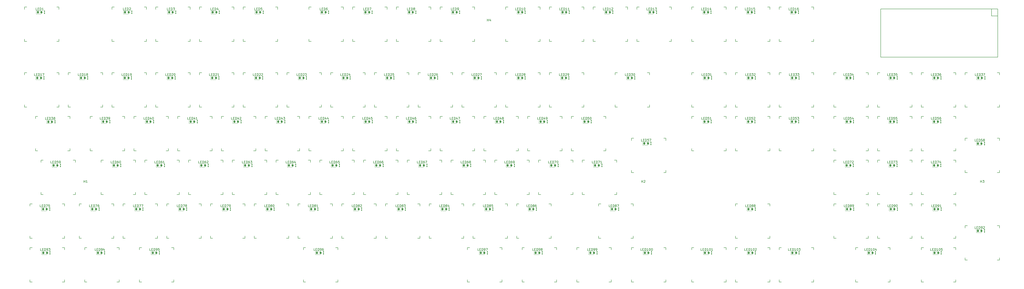
<source format=gbr>
%TF.GenerationSoftware,KiCad,Pcbnew,8.0.8*%
%TF.CreationDate,2025-04-08T21:15:21+02:00*%
%TF.ProjectId,TP-Board-iso105,54502d42-6f61-4726-942d-69736f313035,rev?*%
%TF.SameCoordinates,Original*%
%TF.FileFunction,Legend,Top*%
%TF.FilePolarity,Positive*%
%FSLAX46Y46*%
G04 Gerber Fmt 4.6, Leading zero omitted, Abs format (unit mm)*
G04 Created by KiCad (PCBNEW 8.0.8) date 2025-04-08 21:15:21*
%MOMM*%
%LPD*%
G01*
G04 APERTURE LIST*
G04 Aperture macros list*
%AMRoundRect*
0 Rectangle with rounded corners*
0 $1 Rounding radius*
0 $2 $3 $4 $5 $6 $7 $8 $9 X,Y pos of 4 corners*
0 Add a 4 corners polygon primitive as box body*
4,1,4,$2,$3,$4,$5,$6,$7,$8,$9,$2,$3,0*
0 Add four circle primitives for the rounded corners*
1,1,$1+$1,$2,$3*
1,1,$1+$1,$4,$5*
1,1,$1+$1,$6,$7*
1,1,$1+$1,$8,$9*
0 Add four rect primitives between the rounded corners*
20,1,$1+$1,$2,$3,$4,$5,0*
20,1,$1+$1,$4,$5,$6,$7,0*
20,1,$1+$1,$6,$7,$8,$9,0*
20,1,$1+$1,$8,$9,$2,$3,0*%
G04 Aperture macros list end*
%ADD10C,0.150000*%
%ADD11C,0.120000*%
%ADD12RoundRect,0.218750X-0.218750X-0.256250X0.218750X-0.256250X0.218750X0.256250X-0.218750X0.256250X0*%
%ADD13C,3.000000*%
%ADD14C,5.100000*%
%ADD15RoundRect,0.100000X0.100000X-0.217500X0.100000X0.217500X-0.100000X0.217500X-0.100000X-0.217500X0*%
%ADD16C,2.200000*%
%ADD17O,1.700000X1.700000*%
%ADD18R,1.700000X1.700000*%
G04 APERTURE END LIST*
D10*
X285604761Y-117674819D02*
X285128571Y-117674819D01*
X285128571Y-117674819D02*
X285128571Y-116674819D01*
X285938095Y-117151009D02*
X286271428Y-117151009D01*
X286414285Y-117674819D02*
X285938095Y-117674819D01*
X285938095Y-117674819D02*
X285938095Y-116674819D01*
X285938095Y-116674819D02*
X286414285Y-116674819D01*
X286842857Y-117674819D02*
X286842857Y-116674819D01*
X286842857Y-116674819D02*
X287080952Y-116674819D01*
X287080952Y-116674819D02*
X287223809Y-116722438D01*
X287223809Y-116722438D02*
X287319047Y-116817676D01*
X287319047Y-116817676D02*
X287366666Y-116912914D01*
X287366666Y-116912914D02*
X287414285Y-117103390D01*
X287414285Y-117103390D02*
X287414285Y-117246247D01*
X287414285Y-117246247D02*
X287366666Y-117436723D01*
X287366666Y-117436723D02*
X287319047Y-117531961D01*
X287319047Y-117531961D02*
X287223809Y-117627200D01*
X287223809Y-117627200D02*
X287080952Y-117674819D01*
X287080952Y-117674819D02*
X286842857Y-117674819D01*
X287985714Y-117103390D02*
X287890476Y-117055771D01*
X287890476Y-117055771D02*
X287842857Y-117008152D01*
X287842857Y-117008152D02*
X287795238Y-116912914D01*
X287795238Y-116912914D02*
X287795238Y-116865295D01*
X287795238Y-116865295D02*
X287842857Y-116770057D01*
X287842857Y-116770057D02*
X287890476Y-116722438D01*
X287890476Y-116722438D02*
X287985714Y-116674819D01*
X287985714Y-116674819D02*
X288176190Y-116674819D01*
X288176190Y-116674819D02*
X288271428Y-116722438D01*
X288271428Y-116722438D02*
X288319047Y-116770057D01*
X288319047Y-116770057D02*
X288366666Y-116865295D01*
X288366666Y-116865295D02*
X288366666Y-116912914D01*
X288366666Y-116912914D02*
X288319047Y-117008152D01*
X288319047Y-117008152D02*
X288271428Y-117055771D01*
X288271428Y-117055771D02*
X288176190Y-117103390D01*
X288176190Y-117103390D02*
X287985714Y-117103390D01*
X287985714Y-117103390D02*
X287890476Y-117151009D01*
X287890476Y-117151009D02*
X287842857Y-117198628D01*
X287842857Y-117198628D02*
X287795238Y-117293866D01*
X287795238Y-117293866D02*
X287795238Y-117484342D01*
X287795238Y-117484342D02*
X287842857Y-117579580D01*
X287842857Y-117579580D02*
X287890476Y-117627200D01*
X287890476Y-117627200D02*
X287985714Y-117674819D01*
X287985714Y-117674819D02*
X288176190Y-117674819D01*
X288176190Y-117674819D02*
X288271428Y-117627200D01*
X288271428Y-117627200D02*
X288319047Y-117579580D01*
X288319047Y-117579580D02*
X288366666Y-117484342D01*
X288366666Y-117484342D02*
X288366666Y-117293866D01*
X288366666Y-117293866D02*
X288319047Y-117198628D01*
X288319047Y-117198628D02*
X288271428Y-117151009D01*
X288271428Y-117151009D02*
X288176190Y-117103390D01*
X288700000Y-116674819D02*
X289366666Y-116674819D01*
X289366666Y-116674819D02*
X288938095Y-117674819D01*
X38004761Y-136724819D02*
X37528571Y-136724819D01*
X37528571Y-136724819D02*
X37528571Y-135724819D01*
X38338095Y-136201009D02*
X38671428Y-136201009D01*
X38814285Y-136724819D02*
X38338095Y-136724819D01*
X38338095Y-136724819D02*
X38338095Y-135724819D01*
X38338095Y-135724819D02*
X38814285Y-135724819D01*
X39242857Y-136724819D02*
X39242857Y-135724819D01*
X39242857Y-135724819D02*
X39480952Y-135724819D01*
X39480952Y-135724819D02*
X39623809Y-135772438D01*
X39623809Y-135772438D02*
X39719047Y-135867676D01*
X39719047Y-135867676D02*
X39766666Y-135962914D01*
X39766666Y-135962914D02*
X39814285Y-136153390D01*
X39814285Y-136153390D02*
X39814285Y-136296247D01*
X39814285Y-136296247D02*
X39766666Y-136486723D01*
X39766666Y-136486723D02*
X39719047Y-136581961D01*
X39719047Y-136581961D02*
X39623809Y-136677200D01*
X39623809Y-136677200D02*
X39480952Y-136724819D01*
X39480952Y-136724819D02*
X39242857Y-136724819D01*
X40290476Y-136724819D02*
X40480952Y-136724819D01*
X40480952Y-136724819D02*
X40576190Y-136677200D01*
X40576190Y-136677200D02*
X40623809Y-136629580D01*
X40623809Y-136629580D02*
X40719047Y-136486723D01*
X40719047Y-136486723D02*
X40766666Y-136296247D01*
X40766666Y-136296247D02*
X40766666Y-135915295D01*
X40766666Y-135915295D02*
X40719047Y-135820057D01*
X40719047Y-135820057D02*
X40671428Y-135772438D01*
X40671428Y-135772438D02*
X40576190Y-135724819D01*
X40576190Y-135724819D02*
X40385714Y-135724819D01*
X40385714Y-135724819D02*
X40290476Y-135772438D01*
X40290476Y-135772438D02*
X40242857Y-135820057D01*
X40242857Y-135820057D02*
X40195238Y-135915295D01*
X40195238Y-135915295D02*
X40195238Y-136153390D01*
X40195238Y-136153390D02*
X40242857Y-136248628D01*
X40242857Y-136248628D02*
X40290476Y-136296247D01*
X40290476Y-136296247D02*
X40385714Y-136343866D01*
X40385714Y-136343866D02*
X40576190Y-136343866D01*
X40576190Y-136343866D02*
X40671428Y-136296247D01*
X40671428Y-136296247D02*
X40719047Y-136248628D01*
X40719047Y-136248628D02*
X40766666Y-136153390D01*
X41100000Y-135724819D02*
X41719047Y-135724819D01*
X41719047Y-135724819D02*
X41385714Y-136105771D01*
X41385714Y-136105771D02*
X41528571Y-136105771D01*
X41528571Y-136105771D02*
X41623809Y-136153390D01*
X41623809Y-136153390D02*
X41671428Y-136201009D01*
X41671428Y-136201009D02*
X41719047Y-136296247D01*
X41719047Y-136296247D02*
X41719047Y-136534342D01*
X41719047Y-136534342D02*
X41671428Y-136629580D01*
X41671428Y-136629580D02*
X41623809Y-136677200D01*
X41623809Y-136677200D02*
X41528571Y-136724819D01*
X41528571Y-136724819D02*
X41242857Y-136724819D01*
X41242857Y-136724819D02*
X41147619Y-136677200D01*
X41147619Y-136677200D02*
X41100000Y-136629580D01*
X73467261Y-60524819D02*
X72991071Y-60524819D01*
X72991071Y-60524819D02*
X72991071Y-59524819D01*
X73800595Y-60001009D02*
X74133928Y-60001009D01*
X74276785Y-60524819D02*
X73800595Y-60524819D01*
X73800595Y-60524819D02*
X73800595Y-59524819D01*
X73800595Y-59524819D02*
X74276785Y-59524819D01*
X74705357Y-60524819D02*
X74705357Y-59524819D01*
X74705357Y-59524819D02*
X74943452Y-59524819D01*
X74943452Y-59524819D02*
X75086309Y-59572438D01*
X75086309Y-59572438D02*
X75181547Y-59667676D01*
X75181547Y-59667676D02*
X75229166Y-59762914D01*
X75229166Y-59762914D02*
X75276785Y-59953390D01*
X75276785Y-59953390D02*
X75276785Y-60096247D01*
X75276785Y-60096247D02*
X75229166Y-60286723D01*
X75229166Y-60286723D02*
X75181547Y-60381961D01*
X75181547Y-60381961D02*
X75086309Y-60477200D01*
X75086309Y-60477200D02*
X74943452Y-60524819D01*
X74943452Y-60524819D02*
X74705357Y-60524819D01*
X76229166Y-60524819D02*
X75657738Y-60524819D01*
X75943452Y-60524819D02*
X75943452Y-59524819D01*
X75943452Y-59524819D02*
X75848214Y-59667676D01*
X75848214Y-59667676D02*
X75752976Y-59762914D01*
X75752976Y-59762914D02*
X75657738Y-59810533D01*
X76705357Y-60524819D02*
X76895833Y-60524819D01*
X76895833Y-60524819D02*
X76991071Y-60477200D01*
X76991071Y-60477200D02*
X77038690Y-60429580D01*
X77038690Y-60429580D02*
X77133928Y-60286723D01*
X77133928Y-60286723D02*
X77181547Y-60096247D01*
X77181547Y-60096247D02*
X77181547Y-59715295D01*
X77181547Y-59715295D02*
X77133928Y-59620057D01*
X77133928Y-59620057D02*
X77086309Y-59572438D01*
X77086309Y-59572438D02*
X76991071Y-59524819D01*
X76991071Y-59524819D02*
X76800595Y-59524819D01*
X76800595Y-59524819D02*
X76705357Y-59572438D01*
X76705357Y-59572438D02*
X76657738Y-59620057D01*
X76657738Y-59620057D02*
X76610119Y-59715295D01*
X76610119Y-59715295D02*
X76610119Y-59953390D01*
X76610119Y-59953390D02*
X76657738Y-60048628D01*
X76657738Y-60048628D02*
X76705357Y-60096247D01*
X76705357Y-60096247D02*
X76800595Y-60143866D01*
X76800595Y-60143866D02*
X76991071Y-60143866D01*
X76991071Y-60143866D02*
X77086309Y-60096247D01*
X77086309Y-60096247D02*
X77133928Y-60048628D01*
X77133928Y-60048628D02*
X77181547Y-59953390D01*
X244904761Y-31924819D02*
X244428571Y-31924819D01*
X244428571Y-31924819D02*
X244428571Y-30924819D01*
X245238095Y-31401009D02*
X245571428Y-31401009D01*
X245714285Y-31924819D02*
X245238095Y-31924819D01*
X245238095Y-31924819D02*
X245238095Y-30924819D01*
X245238095Y-30924819D02*
X245714285Y-30924819D01*
X246142857Y-31924819D02*
X246142857Y-30924819D01*
X246142857Y-30924819D02*
X246380952Y-30924819D01*
X246380952Y-30924819D02*
X246523809Y-30972438D01*
X246523809Y-30972438D02*
X246619047Y-31067676D01*
X246619047Y-31067676D02*
X246666666Y-31162914D01*
X246666666Y-31162914D02*
X246714285Y-31353390D01*
X246714285Y-31353390D02*
X246714285Y-31496247D01*
X246714285Y-31496247D02*
X246666666Y-31686723D01*
X246666666Y-31686723D02*
X246619047Y-31781961D01*
X246619047Y-31781961D02*
X246523809Y-31877200D01*
X246523809Y-31877200D02*
X246380952Y-31924819D01*
X246380952Y-31924819D02*
X246142857Y-31924819D01*
X247666666Y-31924819D02*
X247095238Y-31924819D01*
X247380952Y-31924819D02*
X247380952Y-30924819D01*
X247380952Y-30924819D02*
X247285714Y-31067676D01*
X247285714Y-31067676D02*
X247190476Y-31162914D01*
X247190476Y-31162914D02*
X247095238Y-31210533D01*
X248285714Y-30924819D02*
X248380952Y-30924819D01*
X248380952Y-30924819D02*
X248476190Y-30972438D01*
X248476190Y-30972438D02*
X248523809Y-31020057D01*
X248523809Y-31020057D02*
X248571428Y-31115295D01*
X248571428Y-31115295D02*
X248619047Y-31305771D01*
X248619047Y-31305771D02*
X248619047Y-31543866D01*
X248619047Y-31543866D02*
X248571428Y-31734342D01*
X248571428Y-31734342D02*
X248523809Y-31829580D01*
X248523809Y-31829580D02*
X248476190Y-31877200D01*
X248476190Y-31877200D02*
X248380952Y-31924819D01*
X248380952Y-31924819D02*
X248285714Y-31924819D01*
X248285714Y-31924819D02*
X248190476Y-31877200D01*
X248190476Y-31877200D02*
X248142857Y-31829580D01*
X248142857Y-31829580D02*
X248095238Y-31734342D01*
X248095238Y-31734342D02*
X248047619Y-31543866D01*
X248047619Y-31543866D02*
X248047619Y-31305771D01*
X248047619Y-31305771D02*
X248095238Y-31115295D01*
X248095238Y-31115295D02*
X248142857Y-31020057D01*
X248142857Y-31020057D02*
X248190476Y-30972438D01*
X248190476Y-30972438D02*
X248285714Y-30924819D01*
X363728571Y-136724819D02*
X363252381Y-136724819D01*
X363252381Y-136724819D02*
X363252381Y-135724819D01*
X364061905Y-136201009D02*
X364395238Y-136201009D01*
X364538095Y-136724819D02*
X364061905Y-136724819D01*
X364061905Y-136724819D02*
X364061905Y-135724819D01*
X364061905Y-135724819D02*
X364538095Y-135724819D01*
X364966667Y-136724819D02*
X364966667Y-135724819D01*
X364966667Y-135724819D02*
X365204762Y-135724819D01*
X365204762Y-135724819D02*
X365347619Y-135772438D01*
X365347619Y-135772438D02*
X365442857Y-135867676D01*
X365442857Y-135867676D02*
X365490476Y-135962914D01*
X365490476Y-135962914D02*
X365538095Y-136153390D01*
X365538095Y-136153390D02*
X365538095Y-136296247D01*
X365538095Y-136296247D02*
X365490476Y-136486723D01*
X365490476Y-136486723D02*
X365442857Y-136581961D01*
X365442857Y-136581961D02*
X365347619Y-136677200D01*
X365347619Y-136677200D02*
X365204762Y-136724819D01*
X365204762Y-136724819D02*
X364966667Y-136724819D01*
X366490476Y-136724819D02*
X365919048Y-136724819D01*
X366204762Y-136724819D02*
X366204762Y-135724819D01*
X366204762Y-135724819D02*
X366109524Y-135867676D01*
X366109524Y-135867676D02*
X366014286Y-135962914D01*
X366014286Y-135962914D02*
X365919048Y-136010533D01*
X367109524Y-135724819D02*
X367204762Y-135724819D01*
X367204762Y-135724819D02*
X367300000Y-135772438D01*
X367300000Y-135772438D02*
X367347619Y-135820057D01*
X367347619Y-135820057D02*
X367395238Y-135915295D01*
X367395238Y-135915295D02*
X367442857Y-136105771D01*
X367442857Y-136105771D02*
X367442857Y-136343866D01*
X367442857Y-136343866D02*
X367395238Y-136534342D01*
X367395238Y-136534342D02*
X367347619Y-136629580D01*
X367347619Y-136629580D02*
X367300000Y-136677200D01*
X367300000Y-136677200D02*
X367204762Y-136724819D01*
X367204762Y-136724819D02*
X367109524Y-136724819D01*
X367109524Y-136724819D02*
X367014286Y-136677200D01*
X367014286Y-136677200D02*
X366966667Y-136629580D01*
X366966667Y-136629580D02*
X366919048Y-136534342D01*
X366919048Y-136534342D02*
X366871429Y-136343866D01*
X366871429Y-136343866D02*
X366871429Y-136105771D01*
X366871429Y-136105771D02*
X366919048Y-135915295D01*
X366919048Y-135915295D02*
X366966667Y-135820057D01*
X366966667Y-135820057D02*
X367014286Y-135772438D01*
X367014286Y-135772438D02*
X367109524Y-135724819D01*
X367776191Y-135724819D02*
X368395238Y-135724819D01*
X368395238Y-135724819D02*
X368061905Y-136105771D01*
X368061905Y-136105771D02*
X368204762Y-136105771D01*
X368204762Y-136105771D02*
X368300000Y-136153390D01*
X368300000Y-136153390D02*
X368347619Y-136201009D01*
X368347619Y-136201009D02*
X368395238Y-136296247D01*
X368395238Y-136296247D02*
X368395238Y-136534342D01*
X368395238Y-136534342D02*
X368347619Y-136629580D01*
X368347619Y-136629580D02*
X368300000Y-136677200D01*
X368300000Y-136677200D02*
X368204762Y-136724819D01*
X368204762Y-136724819D02*
X367919048Y-136724819D01*
X367919048Y-136724819D02*
X367823810Y-136677200D01*
X367823810Y-136677200D02*
X367776191Y-136629580D01*
X168717261Y-60524819D02*
X168241071Y-60524819D01*
X168241071Y-60524819D02*
X168241071Y-59524819D01*
X169050595Y-60001009D02*
X169383928Y-60001009D01*
X169526785Y-60524819D02*
X169050595Y-60524819D01*
X169050595Y-60524819D02*
X169050595Y-59524819D01*
X169050595Y-59524819D02*
X169526785Y-59524819D01*
X169955357Y-60524819D02*
X169955357Y-59524819D01*
X169955357Y-59524819D02*
X170193452Y-59524819D01*
X170193452Y-59524819D02*
X170336309Y-59572438D01*
X170336309Y-59572438D02*
X170431547Y-59667676D01*
X170431547Y-59667676D02*
X170479166Y-59762914D01*
X170479166Y-59762914D02*
X170526785Y-59953390D01*
X170526785Y-59953390D02*
X170526785Y-60096247D01*
X170526785Y-60096247D02*
X170479166Y-60286723D01*
X170479166Y-60286723D02*
X170431547Y-60381961D01*
X170431547Y-60381961D02*
X170336309Y-60477200D01*
X170336309Y-60477200D02*
X170193452Y-60524819D01*
X170193452Y-60524819D02*
X169955357Y-60524819D01*
X170907738Y-59620057D02*
X170955357Y-59572438D01*
X170955357Y-59572438D02*
X171050595Y-59524819D01*
X171050595Y-59524819D02*
X171288690Y-59524819D01*
X171288690Y-59524819D02*
X171383928Y-59572438D01*
X171383928Y-59572438D02*
X171431547Y-59620057D01*
X171431547Y-59620057D02*
X171479166Y-59715295D01*
X171479166Y-59715295D02*
X171479166Y-59810533D01*
X171479166Y-59810533D02*
X171431547Y-59953390D01*
X171431547Y-59953390D02*
X170860119Y-60524819D01*
X170860119Y-60524819D02*
X171479166Y-60524819D01*
X172336309Y-59858152D02*
X172336309Y-60524819D01*
X172098214Y-59477200D02*
X171860119Y-60191485D01*
X171860119Y-60191485D02*
X172479166Y-60191485D01*
X345104761Y-60524819D02*
X344628571Y-60524819D01*
X344628571Y-60524819D02*
X344628571Y-59524819D01*
X345438095Y-60001009D02*
X345771428Y-60001009D01*
X345914285Y-60524819D02*
X345438095Y-60524819D01*
X345438095Y-60524819D02*
X345438095Y-59524819D01*
X345438095Y-59524819D02*
X345914285Y-59524819D01*
X346342857Y-60524819D02*
X346342857Y-59524819D01*
X346342857Y-59524819D02*
X346580952Y-59524819D01*
X346580952Y-59524819D02*
X346723809Y-59572438D01*
X346723809Y-59572438D02*
X346819047Y-59667676D01*
X346819047Y-59667676D02*
X346866666Y-59762914D01*
X346866666Y-59762914D02*
X346914285Y-59953390D01*
X346914285Y-59953390D02*
X346914285Y-60096247D01*
X346914285Y-60096247D02*
X346866666Y-60286723D01*
X346866666Y-60286723D02*
X346819047Y-60381961D01*
X346819047Y-60381961D02*
X346723809Y-60477200D01*
X346723809Y-60477200D02*
X346580952Y-60524819D01*
X346580952Y-60524819D02*
X346342857Y-60524819D01*
X347247619Y-59524819D02*
X347866666Y-59524819D01*
X347866666Y-59524819D02*
X347533333Y-59905771D01*
X347533333Y-59905771D02*
X347676190Y-59905771D01*
X347676190Y-59905771D02*
X347771428Y-59953390D01*
X347771428Y-59953390D02*
X347819047Y-60001009D01*
X347819047Y-60001009D02*
X347866666Y-60096247D01*
X347866666Y-60096247D02*
X347866666Y-60334342D01*
X347866666Y-60334342D02*
X347819047Y-60429580D01*
X347819047Y-60429580D02*
X347771428Y-60477200D01*
X347771428Y-60477200D02*
X347676190Y-60524819D01*
X347676190Y-60524819D02*
X347390476Y-60524819D01*
X347390476Y-60524819D02*
X347295238Y-60477200D01*
X347295238Y-60477200D02*
X347247619Y-60429580D01*
X348247619Y-59620057D02*
X348295238Y-59572438D01*
X348295238Y-59572438D02*
X348390476Y-59524819D01*
X348390476Y-59524819D02*
X348628571Y-59524819D01*
X348628571Y-59524819D02*
X348723809Y-59572438D01*
X348723809Y-59572438D02*
X348771428Y-59620057D01*
X348771428Y-59620057D02*
X348819047Y-59715295D01*
X348819047Y-59715295D02*
X348819047Y-59810533D01*
X348819047Y-59810533D02*
X348771428Y-59953390D01*
X348771428Y-59953390D02*
X348200000Y-60524819D01*
X348200000Y-60524819D02*
X348819047Y-60524819D01*
X183054761Y-98624819D02*
X182578571Y-98624819D01*
X182578571Y-98624819D02*
X182578571Y-97624819D01*
X183388095Y-98101009D02*
X183721428Y-98101009D01*
X183864285Y-98624819D02*
X183388095Y-98624819D01*
X183388095Y-98624819D02*
X183388095Y-97624819D01*
X183388095Y-97624819D02*
X183864285Y-97624819D01*
X184292857Y-98624819D02*
X184292857Y-97624819D01*
X184292857Y-97624819D02*
X184530952Y-97624819D01*
X184530952Y-97624819D02*
X184673809Y-97672438D01*
X184673809Y-97672438D02*
X184769047Y-97767676D01*
X184769047Y-97767676D02*
X184816666Y-97862914D01*
X184816666Y-97862914D02*
X184864285Y-98053390D01*
X184864285Y-98053390D02*
X184864285Y-98196247D01*
X184864285Y-98196247D02*
X184816666Y-98386723D01*
X184816666Y-98386723D02*
X184769047Y-98481961D01*
X184769047Y-98481961D02*
X184673809Y-98577200D01*
X184673809Y-98577200D02*
X184530952Y-98624819D01*
X184530952Y-98624819D02*
X184292857Y-98624819D01*
X185721428Y-97624819D02*
X185530952Y-97624819D01*
X185530952Y-97624819D02*
X185435714Y-97672438D01*
X185435714Y-97672438D02*
X185388095Y-97720057D01*
X185388095Y-97720057D02*
X185292857Y-97862914D01*
X185292857Y-97862914D02*
X185245238Y-98053390D01*
X185245238Y-98053390D02*
X185245238Y-98434342D01*
X185245238Y-98434342D02*
X185292857Y-98529580D01*
X185292857Y-98529580D02*
X185340476Y-98577200D01*
X185340476Y-98577200D02*
X185435714Y-98624819D01*
X185435714Y-98624819D02*
X185626190Y-98624819D01*
X185626190Y-98624819D02*
X185721428Y-98577200D01*
X185721428Y-98577200D02*
X185769047Y-98529580D01*
X185769047Y-98529580D02*
X185816666Y-98434342D01*
X185816666Y-98434342D02*
X185816666Y-98196247D01*
X185816666Y-98196247D02*
X185769047Y-98101009D01*
X185769047Y-98101009D02*
X185721428Y-98053390D01*
X185721428Y-98053390D02*
X185626190Y-98005771D01*
X185626190Y-98005771D02*
X185435714Y-98005771D01*
X185435714Y-98005771D02*
X185340476Y-98053390D01*
X185340476Y-98053390D02*
X185292857Y-98101009D01*
X185292857Y-98101009D02*
X185245238Y-98196247D01*
X186673809Y-97624819D02*
X186483333Y-97624819D01*
X186483333Y-97624819D02*
X186388095Y-97672438D01*
X186388095Y-97672438D02*
X186340476Y-97720057D01*
X186340476Y-97720057D02*
X186245238Y-97862914D01*
X186245238Y-97862914D02*
X186197619Y-98053390D01*
X186197619Y-98053390D02*
X186197619Y-98434342D01*
X186197619Y-98434342D02*
X186245238Y-98529580D01*
X186245238Y-98529580D02*
X186292857Y-98577200D01*
X186292857Y-98577200D02*
X186388095Y-98624819D01*
X186388095Y-98624819D02*
X186578571Y-98624819D01*
X186578571Y-98624819D02*
X186673809Y-98577200D01*
X186673809Y-98577200D02*
X186721428Y-98529580D01*
X186721428Y-98529580D02*
X186769047Y-98434342D01*
X186769047Y-98434342D02*
X186769047Y-98196247D01*
X186769047Y-98196247D02*
X186721428Y-98101009D01*
X186721428Y-98101009D02*
X186673809Y-98053390D01*
X186673809Y-98053390D02*
X186578571Y-98005771D01*
X186578571Y-98005771D02*
X186388095Y-98005771D01*
X186388095Y-98005771D02*
X186292857Y-98053390D01*
X186292857Y-98053390D02*
X186245238Y-98101009D01*
X186245238Y-98101009D02*
X186197619Y-98196247D01*
X42504761Y-98624819D02*
X42028571Y-98624819D01*
X42028571Y-98624819D02*
X42028571Y-97624819D01*
X42838095Y-98101009D02*
X43171428Y-98101009D01*
X43314285Y-98624819D02*
X42838095Y-98624819D01*
X42838095Y-98624819D02*
X42838095Y-97624819D01*
X42838095Y-97624819D02*
X43314285Y-97624819D01*
X43742857Y-98624819D02*
X43742857Y-97624819D01*
X43742857Y-97624819D02*
X43980952Y-97624819D01*
X43980952Y-97624819D02*
X44123809Y-97672438D01*
X44123809Y-97672438D02*
X44219047Y-97767676D01*
X44219047Y-97767676D02*
X44266666Y-97862914D01*
X44266666Y-97862914D02*
X44314285Y-98053390D01*
X44314285Y-98053390D02*
X44314285Y-98196247D01*
X44314285Y-98196247D02*
X44266666Y-98386723D01*
X44266666Y-98386723D02*
X44219047Y-98481961D01*
X44219047Y-98481961D02*
X44123809Y-98577200D01*
X44123809Y-98577200D02*
X43980952Y-98624819D01*
X43980952Y-98624819D02*
X43742857Y-98624819D01*
X45219047Y-97624819D02*
X44742857Y-97624819D01*
X44742857Y-97624819D02*
X44695238Y-98101009D01*
X44695238Y-98101009D02*
X44742857Y-98053390D01*
X44742857Y-98053390D02*
X44838095Y-98005771D01*
X44838095Y-98005771D02*
X45076190Y-98005771D01*
X45076190Y-98005771D02*
X45171428Y-98053390D01*
X45171428Y-98053390D02*
X45219047Y-98101009D01*
X45219047Y-98101009D02*
X45266666Y-98196247D01*
X45266666Y-98196247D02*
X45266666Y-98434342D01*
X45266666Y-98434342D02*
X45219047Y-98529580D01*
X45219047Y-98529580D02*
X45171428Y-98577200D01*
X45171428Y-98577200D02*
X45076190Y-98624819D01*
X45076190Y-98624819D02*
X44838095Y-98624819D01*
X44838095Y-98624819D02*
X44742857Y-98577200D01*
X44742857Y-98577200D02*
X44695238Y-98529580D01*
X45742857Y-98624819D02*
X45933333Y-98624819D01*
X45933333Y-98624819D02*
X46028571Y-98577200D01*
X46028571Y-98577200D02*
X46076190Y-98529580D01*
X46076190Y-98529580D02*
X46171428Y-98386723D01*
X46171428Y-98386723D02*
X46219047Y-98196247D01*
X46219047Y-98196247D02*
X46219047Y-97815295D01*
X46219047Y-97815295D02*
X46171428Y-97720057D01*
X46171428Y-97720057D02*
X46123809Y-97672438D01*
X46123809Y-97672438D02*
X46028571Y-97624819D01*
X46028571Y-97624819D02*
X45838095Y-97624819D01*
X45838095Y-97624819D02*
X45742857Y-97672438D01*
X45742857Y-97672438D02*
X45695238Y-97720057D01*
X45695238Y-97720057D02*
X45647619Y-97815295D01*
X45647619Y-97815295D02*
X45647619Y-98053390D01*
X45647619Y-98053390D02*
X45695238Y-98148628D01*
X45695238Y-98148628D02*
X45742857Y-98196247D01*
X45742857Y-98196247D02*
X45838095Y-98243866D01*
X45838095Y-98243866D02*
X46028571Y-98243866D01*
X46028571Y-98243866D02*
X46123809Y-98196247D01*
X46123809Y-98196247D02*
X46171428Y-98148628D01*
X46171428Y-98148628D02*
X46219047Y-98053390D01*
X425954761Y-79574819D02*
X425478571Y-79574819D01*
X425478571Y-79574819D02*
X425478571Y-78574819D01*
X426288095Y-79051009D02*
X426621428Y-79051009D01*
X426764285Y-79574819D02*
X426288095Y-79574819D01*
X426288095Y-79574819D02*
X426288095Y-78574819D01*
X426288095Y-78574819D02*
X426764285Y-78574819D01*
X427192857Y-79574819D02*
X427192857Y-78574819D01*
X427192857Y-78574819D02*
X427430952Y-78574819D01*
X427430952Y-78574819D02*
X427573809Y-78622438D01*
X427573809Y-78622438D02*
X427669047Y-78717676D01*
X427669047Y-78717676D02*
X427716666Y-78812914D01*
X427716666Y-78812914D02*
X427764285Y-79003390D01*
X427764285Y-79003390D02*
X427764285Y-79146247D01*
X427764285Y-79146247D02*
X427716666Y-79336723D01*
X427716666Y-79336723D02*
X427669047Y-79431961D01*
X427669047Y-79431961D02*
X427573809Y-79527200D01*
X427573809Y-79527200D02*
X427430952Y-79574819D01*
X427430952Y-79574819D02*
X427192857Y-79574819D01*
X428669047Y-78574819D02*
X428192857Y-78574819D01*
X428192857Y-78574819D02*
X428145238Y-79051009D01*
X428145238Y-79051009D02*
X428192857Y-79003390D01*
X428192857Y-79003390D02*
X428288095Y-78955771D01*
X428288095Y-78955771D02*
X428526190Y-78955771D01*
X428526190Y-78955771D02*
X428621428Y-79003390D01*
X428621428Y-79003390D02*
X428669047Y-79051009D01*
X428669047Y-79051009D02*
X428716666Y-79146247D01*
X428716666Y-79146247D02*
X428716666Y-79384342D01*
X428716666Y-79384342D02*
X428669047Y-79479580D01*
X428669047Y-79479580D02*
X428621428Y-79527200D01*
X428621428Y-79527200D02*
X428526190Y-79574819D01*
X428526190Y-79574819D02*
X428288095Y-79574819D01*
X428288095Y-79574819D02*
X428192857Y-79527200D01*
X428192857Y-79527200D02*
X428145238Y-79479580D01*
X429573809Y-78574819D02*
X429383333Y-78574819D01*
X429383333Y-78574819D02*
X429288095Y-78622438D01*
X429288095Y-78622438D02*
X429240476Y-78670057D01*
X429240476Y-78670057D02*
X429145238Y-78812914D01*
X429145238Y-78812914D02*
X429097619Y-79003390D01*
X429097619Y-79003390D02*
X429097619Y-79384342D01*
X429097619Y-79384342D02*
X429145238Y-79479580D01*
X429145238Y-79479580D02*
X429192857Y-79527200D01*
X429192857Y-79527200D02*
X429288095Y-79574819D01*
X429288095Y-79574819D02*
X429478571Y-79574819D01*
X429478571Y-79574819D02*
X429573809Y-79527200D01*
X429573809Y-79527200D02*
X429621428Y-79479580D01*
X429621428Y-79479580D02*
X429669047Y-79384342D01*
X429669047Y-79384342D02*
X429669047Y-79146247D01*
X429669047Y-79146247D02*
X429621428Y-79051009D01*
X429621428Y-79051009D02*
X429573809Y-79003390D01*
X429573809Y-79003390D02*
X429478571Y-78955771D01*
X429478571Y-78955771D02*
X429288095Y-78955771D01*
X429288095Y-78955771D02*
X429192857Y-79003390D01*
X429192857Y-79003390D02*
X429145238Y-79051009D01*
X429145238Y-79051009D02*
X429097619Y-79146247D01*
X173704761Y-117674819D02*
X173228571Y-117674819D01*
X173228571Y-117674819D02*
X173228571Y-116674819D01*
X174038095Y-117151009D02*
X174371428Y-117151009D01*
X174514285Y-117674819D02*
X174038095Y-117674819D01*
X174038095Y-117674819D02*
X174038095Y-116674819D01*
X174038095Y-116674819D02*
X174514285Y-116674819D01*
X174942857Y-117674819D02*
X174942857Y-116674819D01*
X174942857Y-116674819D02*
X175180952Y-116674819D01*
X175180952Y-116674819D02*
X175323809Y-116722438D01*
X175323809Y-116722438D02*
X175419047Y-116817676D01*
X175419047Y-116817676D02*
X175466666Y-116912914D01*
X175466666Y-116912914D02*
X175514285Y-117103390D01*
X175514285Y-117103390D02*
X175514285Y-117246247D01*
X175514285Y-117246247D02*
X175466666Y-117436723D01*
X175466666Y-117436723D02*
X175419047Y-117531961D01*
X175419047Y-117531961D02*
X175323809Y-117627200D01*
X175323809Y-117627200D02*
X175180952Y-117674819D01*
X175180952Y-117674819D02*
X174942857Y-117674819D01*
X176085714Y-117103390D02*
X175990476Y-117055771D01*
X175990476Y-117055771D02*
X175942857Y-117008152D01*
X175942857Y-117008152D02*
X175895238Y-116912914D01*
X175895238Y-116912914D02*
X175895238Y-116865295D01*
X175895238Y-116865295D02*
X175942857Y-116770057D01*
X175942857Y-116770057D02*
X175990476Y-116722438D01*
X175990476Y-116722438D02*
X176085714Y-116674819D01*
X176085714Y-116674819D02*
X176276190Y-116674819D01*
X176276190Y-116674819D02*
X176371428Y-116722438D01*
X176371428Y-116722438D02*
X176419047Y-116770057D01*
X176419047Y-116770057D02*
X176466666Y-116865295D01*
X176466666Y-116865295D02*
X176466666Y-116912914D01*
X176466666Y-116912914D02*
X176419047Y-117008152D01*
X176419047Y-117008152D02*
X176371428Y-117055771D01*
X176371428Y-117055771D02*
X176276190Y-117103390D01*
X176276190Y-117103390D02*
X176085714Y-117103390D01*
X176085714Y-117103390D02*
X175990476Y-117151009D01*
X175990476Y-117151009D02*
X175942857Y-117198628D01*
X175942857Y-117198628D02*
X175895238Y-117293866D01*
X175895238Y-117293866D02*
X175895238Y-117484342D01*
X175895238Y-117484342D02*
X175942857Y-117579580D01*
X175942857Y-117579580D02*
X175990476Y-117627200D01*
X175990476Y-117627200D02*
X176085714Y-117674819D01*
X176085714Y-117674819D02*
X176276190Y-117674819D01*
X176276190Y-117674819D02*
X176371428Y-117627200D01*
X176371428Y-117627200D02*
X176419047Y-117579580D01*
X176419047Y-117579580D02*
X176466666Y-117484342D01*
X176466666Y-117484342D02*
X176466666Y-117293866D01*
X176466666Y-117293866D02*
X176419047Y-117198628D01*
X176419047Y-117198628D02*
X176371428Y-117151009D01*
X176371428Y-117151009D02*
X176276190Y-117103390D01*
X176847619Y-116770057D02*
X176895238Y-116722438D01*
X176895238Y-116722438D02*
X176990476Y-116674819D01*
X176990476Y-116674819D02*
X177228571Y-116674819D01*
X177228571Y-116674819D02*
X177323809Y-116722438D01*
X177323809Y-116722438D02*
X177371428Y-116770057D01*
X177371428Y-116770057D02*
X177419047Y-116865295D01*
X177419047Y-116865295D02*
X177419047Y-116960533D01*
X177419047Y-116960533D02*
X177371428Y-117103390D01*
X177371428Y-117103390D02*
X176800000Y-117674819D01*
X176800000Y-117674819D02*
X177419047Y-117674819D01*
X178317261Y-79574819D02*
X177841071Y-79574819D01*
X177841071Y-79574819D02*
X177841071Y-78574819D01*
X178650595Y-79051009D02*
X178983928Y-79051009D01*
X179126785Y-79574819D02*
X178650595Y-79574819D01*
X178650595Y-79574819D02*
X178650595Y-78574819D01*
X178650595Y-78574819D02*
X179126785Y-78574819D01*
X179555357Y-79574819D02*
X179555357Y-78574819D01*
X179555357Y-78574819D02*
X179793452Y-78574819D01*
X179793452Y-78574819D02*
X179936309Y-78622438D01*
X179936309Y-78622438D02*
X180031547Y-78717676D01*
X180031547Y-78717676D02*
X180079166Y-78812914D01*
X180079166Y-78812914D02*
X180126785Y-79003390D01*
X180126785Y-79003390D02*
X180126785Y-79146247D01*
X180126785Y-79146247D02*
X180079166Y-79336723D01*
X180079166Y-79336723D02*
X180031547Y-79431961D01*
X180031547Y-79431961D02*
X179936309Y-79527200D01*
X179936309Y-79527200D02*
X179793452Y-79574819D01*
X179793452Y-79574819D02*
X179555357Y-79574819D01*
X180983928Y-78908152D02*
X180983928Y-79574819D01*
X180745833Y-78527200D02*
X180507738Y-79241485D01*
X180507738Y-79241485D02*
X181126785Y-79241485D01*
X181983928Y-78574819D02*
X181507738Y-78574819D01*
X181507738Y-78574819D02*
X181460119Y-79051009D01*
X181460119Y-79051009D02*
X181507738Y-79003390D01*
X181507738Y-79003390D02*
X181602976Y-78955771D01*
X181602976Y-78955771D02*
X181841071Y-78955771D01*
X181841071Y-78955771D02*
X181936309Y-79003390D01*
X181936309Y-79003390D02*
X181983928Y-79051009D01*
X181983928Y-79051009D02*
X182031547Y-79146247D01*
X182031547Y-79146247D02*
X182031547Y-79384342D01*
X182031547Y-79384342D02*
X181983928Y-79479580D01*
X181983928Y-79479580D02*
X181936309Y-79527200D01*
X181936309Y-79527200D02*
X181841071Y-79574819D01*
X181841071Y-79574819D02*
X181602976Y-79574819D01*
X181602976Y-79574819D02*
X181507738Y-79527200D01*
X181507738Y-79527200D02*
X181460119Y-79479580D01*
X197780952Y-31924819D02*
X197304762Y-31924819D01*
X197304762Y-31924819D02*
X197304762Y-30924819D01*
X198114286Y-31401009D02*
X198447619Y-31401009D01*
X198590476Y-31924819D02*
X198114286Y-31924819D01*
X198114286Y-31924819D02*
X198114286Y-30924819D01*
X198114286Y-30924819D02*
X198590476Y-30924819D01*
X199019048Y-31924819D02*
X199019048Y-30924819D01*
X199019048Y-30924819D02*
X199257143Y-30924819D01*
X199257143Y-30924819D02*
X199400000Y-30972438D01*
X199400000Y-30972438D02*
X199495238Y-31067676D01*
X199495238Y-31067676D02*
X199542857Y-31162914D01*
X199542857Y-31162914D02*
X199590476Y-31353390D01*
X199590476Y-31353390D02*
X199590476Y-31496247D01*
X199590476Y-31496247D02*
X199542857Y-31686723D01*
X199542857Y-31686723D02*
X199495238Y-31781961D01*
X199495238Y-31781961D02*
X199400000Y-31877200D01*
X199400000Y-31877200D02*
X199257143Y-31924819D01*
X199257143Y-31924819D02*
X199019048Y-31924819D01*
X200161905Y-31353390D02*
X200066667Y-31305771D01*
X200066667Y-31305771D02*
X200019048Y-31258152D01*
X200019048Y-31258152D02*
X199971429Y-31162914D01*
X199971429Y-31162914D02*
X199971429Y-31115295D01*
X199971429Y-31115295D02*
X200019048Y-31020057D01*
X200019048Y-31020057D02*
X200066667Y-30972438D01*
X200066667Y-30972438D02*
X200161905Y-30924819D01*
X200161905Y-30924819D02*
X200352381Y-30924819D01*
X200352381Y-30924819D02*
X200447619Y-30972438D01*
X200447619Y-30972438D02*
X200495238Y-31020057D01*
X200495238Y-31020057D02*
X200542857Y-31115295D01*
X200542857Y-31115295D02*
X200542857Y-31162914D01*
X200542857Y-31162914D02*
X200495238Y-31258152D01*
X200495238Y-31258152D02*
X200447619Y-31305771D01*
X200447619Y-31305771D02*
X200352381Y-31353390D01*
X200352381Y-31353390D02*
X200161905Y-31353390D01*
X200161905Y-31353390D02*
X200066667Y-31401009D01*
X200066667Y-31401009D02*
X200019048Y-31448628D01*
X200019048Y-31448628D02*
X199971429Y-31543866D01*
X199971429Y-31543866D02*
X199971429Y-31734342D01*
X199971429Y-31734342D02*
X200019048Y-31829580D01*
X200019048Y-31829580D02*
X200066667Y-31877200D01*
X200066667Y-31877200D02*
X200161905Y-31924819D01*
X200161905Y-31924819D02*
X200352381Y-31924819D01*
X200352381Y-31924819D02*
X200447619Y-31877200D01*
X200447619Y-31877200D02*
X200495238Y-31829580D01*
X200495238Y-31829580D02*
X200542857Y-31734342D01*
X200542857Y-31734342D02*
X200542857Y-31543866D01*
X200542857Y-31543866D02*
X200495238Y-31448628D01*
X200495238Y-31448628D02*
X200447619Y-31401009D01*
X200447619Y-31401009D02*
X200352381Y-31353390D01*
X59354761Y-117674819D02*
X58878571Y-117674819D01*
X58878571Y-117674819D02*
X58878571Y-116674819D01*
X59688095Y-117151009D02*
X60021428Y-117151009D01*
X60164285Y-117674819D02*
X59688095Y-117674819D01*
X59688095Y-117674819D02*
X59688095Y-116674819D01*
X59688095Y-116674819D02*
X60164285Y-116674819D01*
X60592857Y-117674819D02*
X60592857Y-116674819D01*
X60592857Y-116674819D02*
X60830952Y-116674819D01*
X60830952Y-116674819D02*
X60973809Y-116722438D01*
X60973809Y-116722438D02*
X61069047Y-116817676D01*
X61069047Y-116817676D02*
X61116666Y-116912914D01*
X61116666Y-116912914D02*
X61164285Y-117103390D01*
X61164285Y-117103390D02*
X61164285Y-117246247D01*
X61164285Y-117246247D02*
X61116666Y-117436723D01*
X61116666Y-117436723D02*
X61069047Y-117531961D01*
X61069047Y-117531961D02*
X60973809Y-117627200D01*
X60973809Y-117627200D02*
X60830952Y-117674819D01*
X60830952Y-117674819D02*
X60592857Y-117674819D01*
X61497619Y-116674819D02*
X62164285Y-116674819D01*
X62164285Y-116674819D02*
X61735714Y-117674819D01*
X62973809Y-116674819D02*
X62783333Y-116674819D01*
X62783333Y-116674819D02*
X62688095Y-116722438D01*
X62688095Y-116722438D02*
X62640476Y-116770057D01*
X62640476Y-116770057D02*
X62545238Y-116912914D01*
X62545238Y-116912914D02*
X62497619Y-117103390D01*
X62497619Y-117103390D02*
X62497619Y-117484342D01*
X62497619Y-117484342D02*
X62545238Y-117579580D01*
X62545238Y-117579580D02*
X62592857Y-117627200D01*
X62592857Y-117627200D02*
X62688095Y-117674819D01*
X62688095Y-117674819D02*
X62878571Y-117674819D01*
X62878571Y-117674819D02*
X62973809Y-117627200D01*
X62973809Y-117627200D02*
X63021428Y-117579580D01*
X63021428Y-117579580D02*
X63069047Y-117484342D01*
X63069047Y-117484342D02*
X63069047Y-117246247D01*
X63069047Y-117246247D02*
X63021428Y-117151009D01*
X63021428Y-117151009D02*
X62973809Y-117103390D01*
X62973809Y-117103390D02*
X62878571Y-117055771D01*
X62878571Y-117055771D02*
X62688095Y-117055771D01*
X62688095Y-117055771D02*
X62592857Y-117103390D01*
X62592857Y-117103390D02*
X62545238Y-117151009D01*
X62545238Y-117151009D02*
X62497619Y-117246247D01*
X387854761Y-98624819D02*
X387378571Y-98624819D01*
X387378571Y-98624819D02*
X387378571Y-97624819D01*
X388188095Y-98101009D02*
X388521428Y-98101009D01*
X388664285Y-98624819D02*
X388188095Y-98624819D01*
X388188095Y-98624819D02*
X388188095Y-97624819D01*
X388188095Y-97624819D02*
X388664285Y-97624819D01*
X389092857Y-98624819D02*
X389092857Y-97624819D01*
X389092857Y-97624819D02*
X389330952Y-97624819D01*
X389330952Y-97624819D02*
X389473809Y-97672438D01*
X389473809Y-97672438D02*
X389569047Y-97767676D01*
X389569047Y-97767676D02*
X389616666Y-97862914D01*
X389616666Y-97862914D02*
X389664285Y-98053390D01*
X389664285Y-98053390D02*
X389664285Y-98196247D01*
X389664285Y-98196247D02*
X389616666Y-98386723D01*
X389616666Y-98386723D02*
X389569047Y-98481961D01*
X389569047Y-98481961D02*
X389473809Y-98577200D01*
X389473809Y-98577200D02*
X389330952Y-98624819D01*
X389330952Y-98624819D02*
X389092857Y-98624819D01*
X389997619Y-97624819D02*
X390664285Y-97624819D01*
X390664285Y-97624819D02*
X390235714Y-98624819D01*
X390997619Y-97720057D02*
X391045238Y-97672438D01*
X391045238Y-97672438D02*
X391140476Y-97624819D01*
X391140476Y-97624819D02*
X391378571Y-97624819D01*
X391378571Y-97624819D02*
X391473809Y-97672438D01*
X391473809Y-97672438D02*
X391521428Y-97720057D01*
X391521428Y-97720057D02*
X391569047Y-97815295D01*
X391569047Y-97815295D02*
X391569047Y-97910533D01*
X391569047Y-97910533D02*
X391521428Y-98053390D01*
X391521428Y-98053390D02*
X390950000Y-98624819D01*
X390950000Y-98624819D02*
X391569047Y-98624819D01*
X102117261Y-79574819D02*
X101641071Y-79574819D01*
X101641071Y-79574819D02*
X101641071Y-78574819D01*
X102450595Y-79051009D02*
X102783928Y-79051009D01*
X102926785Y-79574819D02*
X102450595Y-79574819D01*
X102450595Y-79574819D02*
X102450595Y-78574819D01*
X102450595Y-78574819D02*
X102926785Y-78574819D01*
X103355357Y-79574819D02*
X103355357Y-78574819D01*
X103355357Y-78574819D02*
X103593452Y-78574819D01*
X103593452Y-78574819D02*
X103736309Y-78622438D01*
X103736309Y-78622438D02*
X103831547Y-78717676D01*
X103831547Y-78717676D02*
X103879166Y-78812914D01*
X103879166Y-78812914D02*
X103926785Y-79003390D01*
X103926785Y-79003390D02*
X103926785Y-79146247D01*
X103926785Y-79146247D02*
X103879166Y-79336723D01*
X103879166Y-79336723D02*
X103831547Y-79431961D01*
X103831547Y-79431961D02*
X103736309Y-79527200D01*
X103736309Y-79527200D02*
X103593452Y-79574819D01*
X103593452Y-79574819D02*
X103355357Y-79574819D01*
X104783928Y-78908152D02*
X104783928Y-79574819D01*
X104545833Y-78527200D02*
X104307738Y-79241485D01*
X104307738Y-79241485D02*
X104926785Y-79241485D01*
X105831547Y-79574819D02*
X105260119Y-79574819D01*
X105545833Y-79574819D02*
X105545833Y-78574819D01*
X105545833Y-78574819D02*
X105450595Y-78717676D01*
X105450595Y-78717676D02*
X105355357Y-78812914D01*
X105355357Y-78812914D02*
X105260119Y-78860533D01*
X406904761Y-98624819D02*
X406428571Y-98624819D01*
X406428571Y-98624819D02*
X406428571Y-97624819D01*
X407238095Y-98101009D02*
X407571428Y-98101009D01*
X407714285Y-98624819D02*
X407238095Y-98624819D01*
X407238095Y-98624819D02*
X407238095Y-97624819D01*
X407238095Y-97624819D02*
X407714285Y-97624819D01*
X408142857Y-98624819D02*
X408142857Y-97624819D01*
X408142857Y-97624819D02*
X408380952Y-97624819D01*
X408380952Y-97624819D02*
X408523809Y-97672438D01*
X408523809Y-97672438D02*
X408619047Y-97767676D01*
X408619047Y-97767676D02*
X408666666Y-97862914D01*
X408666666Y-97862914D02*
X408714285Y-98053390D01*
X408714285Y-98053390D02*
X408714285Y-98196247D01*
X408714285Y-98196247D02*
X408666666Y-98386723D01*
X408666666Y-98386723D02*
X408619047Y-98481961D01*
X408619047Y-98481961D02*
X408523809Y-98577200D01*
X408523809Y-98577200D02*
X408380952Y-98624819D01*
X408380952Y-98624819D02*
X408142857Y-98624819D01*
X409047619Y-97624819D02*
X409714285Y-97624819D01*
X409714285Y-97624819D02*
X409285714Y-98624819D01*
X410000000Y-97624819D02*
X410619047Y-97624819D01*
X410619047Y-97624819D02*
X410285714Y-98005771D01*
X410285714Y-98005771D02*
X410428571Y-98005771D01*
X410428571Y-98005771D02*
X410523809Y-98053390D01*
X410523809Y-98053390D02*
X410571428Y-98101009D01*
X410571428Y-98101009D02*
X410619047Y-98196247D01*
X410619047Y-98196247D02*
X410619047Y-98434342D01*
X410619047Y-98434342D02*
X410571428Y-98529580D01*
X410571428Y-98529580D02*
X410523809Y-98577200D01*
X410523809Y-98577200D02*
X410428571Y-98624819D01*
X410428571Y-98624819D02*
X410142857Y-98624819D01*
X410142857Y-98624819D02*
X410047619Y-98577200D01*
X410047619Y-98577200D02*
X410000000Y-98529580D01*
X344678571Y-136724819D02*
X344202381Y-136724819D01*
X344202381Y-136724819D02*
X344202381Y-135724819D01*
X345011905Y-136201009D02*
X345345238Y-136201009D01*
X345488095Y-136724819D02*
X345011905Y-136724819D01*
X345011905Y-136724819D02*
X345011905Y-135724819D01*
X345011905Y-135724819D02*
X345488095Y-135724819D01*
X345916667Y-136724819D02*
X345916667Y-135724819D01*
X345916667Y-135724819D02*
X346154762Y-135724819D01*
X346154762Y-135724819D02*
X346297619Y-135772438D01*
X346297619Y-135772438D02*
X346392857Y-135867676D01*
X346392857Y-135867676D02*
X346440476Y-135962914D01*
X346440476Y-135962914D02*
X346488095Y-136153390D01*
X346488095Y-136153390D02*
X346488095Y-136296247D01*
X346488095Y-136296247D02*
X346440476Y-136486723D01*
X346440476Y-136486723D02*
X346392857Y-136581961D01*
X346392857Y-136581961D02*
X346297619Y-136677200D01*
X346297619Y-136677200D02*
X346154762Y-136724819D01*
X346154762Y-136724819D02*
X345916667Y-136724819D01*
X347440476Y-136724819D02*
X346869048Y-136724819D01*
X347154762Y-136724819D02*
X347154762Y-135724819D01*
X347154762Y-135724819D02*
X347059524Y-135867676D01*
X347059524Y-135867676D02*
X346964286Y-135962914D01*
X346964286Y-135962914D02*
X346869048Y-136010533D01*
X348059524Y-135724819D02*
X348154762Y-135724819D01*
X348154762Y-135724819D02*
X348250000Y-135772438D01*
X348250000Y-135772438D02*
X348297619Y-135820057D01*
X348297619Y-135820057D02*
X348345238Y-135915295D01*
X348345238Y-135915295D02*
X348392857Y-136105771D01*
X348392857Y-136105771D02*
X348392857Y-136343866D01*
X348392857Y-136343866D02*
X348345238Y-136534342D01*
X348345238Y-136534342D02*
X348297619Y-136629580D01*
X348297619Y-136629580D02*
X348250000Y-136677200D01*
X348250000Y-136677200D02*
X348154762Y-136724819D01*
X348154762Y-136724819D02*
X348059524Y-136724819D01*
X348059524Y-136724819D02*
X347964286Y-136677200D01*
X347964286Y-136677200D02*
X347916667Y-136629580D01*
X347916667Y-136629580D02*
X347869048Y-136534342D01*
X347869048Y-136534342D02*
X347821429Y-136343866D01*
X347821429Y-136343866D02*
X347821429Y-136105771D01*
X347821429Y-136105771D02*
X347869048Y-135915295D01*
X347869048Y-135915295D02*
X347916667Y-135820057D01*
X347916667Y-135820057D02*
X347964286Y-135772438D01*
X347964286Y-135772438D02*
X348059524Y-135724819D01*
X348773810Y-135820057D02*
X348821429Y-135772438D01*
X348821429Y-135772438D02*
X348916667Y-135724819D01*
X348916667Y-135724819D02*
X349154762Y-135724819D01*
X349154762Y-135724819D02*
X349250000Y-135772438D01*
X349250000Y-135772438D02*
X349297619Y-135820057D01*
X349297619Y-135820057D02*
X349345238Y-135915295D01*
X349345238Y-135915295D02*
X349345238Y-136010533D01*
X349345238Y-136010533D02*
X349297619Y-136153390D01*
X349297619Y-136153390D02*
X348726191Y-136724819D01*
X348726191Y-136724819D02*
X349345238Y-136724819D01*
X364054761Y-79574819D02*
X363578571Y-79574819D01*
X363578571Y-79574819D02*
X363578571Y-78574819D01*
X364388095Y-79051009D02*
X364721428Y-79051009D01*
X364864285Y-79574819D02*
X364388095Y-79574819D01*
X364388095Y-79574819D02*
X364388095Y-78574819D01*
X364388095Y-78574819D02*
X364864285Y-78574819D01*
X365292857Y-79574819D02*
X365292857Y-78574819D01*
X365292857Y-78574819D02*
X365530952Y-78574819D01*
X365530952Y-78574819D02*
X365673809Y-78622438D01*
X365673809Y-78622438D02*
X365769047Y-78717676D01*
X365769047Y-78717676D02*
X365816666Y-78812914D01*
X365816666Y-78812914D02*
X365864285Y-79003390D01*
X365864285Y-79003390D02*
X365864285Y-79146247D01*
X365864285Y-79146247D02*
X365816666Y-79336723D01*
X365816666Y-79336723D02*
X365769047Y-79431961D01*
X365769047Y-79431961D02*
X365673809Y-79527200D01*
X365673809Y-79527200D02*
X365530952Y-79574819D01*
X365530952Y-79574819D02*
X365292857Y-79574819D01*
X366769047Y-78574819D02*
X366292857Y-78574819D01*
X366292857Y-78574819D02*
X366245238Y-79051009D01*
X366245238Y-79051009D02*
X366292857Y-79003390D01*
X366292857Y-79003390D02*
X366388095Y-78955771D01*
X366388095Y-78955771D02*
X366626190Y-78955771D01*
X366626190Y-78955771D02*
X366721428Y-79003390D01*
X366721428Y-79003390D02*
X366769047Y-79051009D01*
X366769047Y-79051009D02*
X366816666Y-79146247D01*
X366816666Y-79146247D02*
X366816666Y-79384342D01*
X366816666Y-79384342D02*
X366769047Y-79479580D01*
X366769047Y-79479580D02*
X366721428Y-79527200D01*
X366721428Y-79527200D02*
X366626190Y-79574819D01*
X366626190Y-79574819D02*
X366388095Y-79574819D01*
X366388095Y-79574819D02*
X366292857Y-79527200D01*
X366292857Y-79527200D02*
X366245238Y-79479580D01*
X367150000Y-78574819D02*
X367769047Y-78574819D01*
X367769047Y-78574819D02*
X367435714Y-78955771D01*
X367435714Y-78955771D02*
X367578571Y-78955771D01*
X367578571Y-78955771D02*
X367673809Y-79003390D01*
X367673809Y-79003390D02*
X367721428Y-79051009D01*
X367721428Y-79051009D02*
X367769047Y-79146247D01*
X367769047Y-79146247D02*
X367769047Y-79384342D01*
X367769047Y-79384342D02*
X367721428Y-79479580D01*
X367721428Y-79479580D02*
X367673809Y-79527200D01*
X367673809Y-79527200D02*
X367578571Y-79574819D01*
X367578571Y-79574819D02*
X367292857Y-79574819D01*
X367292857Y-79574819D02*
X367197619Y-79527200D01*
X367197619Y-79527200D02*
X367150000Y-79479580D01*
X259254761Y-98624819D02*
X258778571Y-98624819D01*
X258778571Y-98624819D02*
X258778571Y-97624819D01*
X259588095Y-98101009D02*
X259921428Y-98101009D01*
X260064285Y-98624819D02*
X259588095Y-98624819D01*
X259588095Y-98624819D02*
X259588095Y-97624819D01*
X259588095Y-97624819D02*
X260064285Y-97624819D01*
X260492857Y-98624819D02*
X260492857Y-97624819D01*
X260492857Y-97624819D02*
X260730952Y-97624819D01*
X260730952Y-97624819D02*
X260873809Y-97672438D01*
X260873809Y-97672438D02*
X260969047Y-97767676D01*
X260969047Y-97767676D02*
X261016666Y-97862914D01*
X261016666Y-97862914D02*
X261064285Y-98053390D01*
X261064285Y-98053390D02*
X261064285Y-98196247D01*
X261064285Y-98196247D02*
X261016666Y-98386723D01*
X261016666Y-98386723D02*
X260969047Y-98481961D01*
X260969047Y-98481961D02*
X260873809Y-98577200D01*
X260873809Y-98577200D02*
X260730952Y-98624819D01*
X260730952Y-98624819D02*
X260492857Y-98624819D01*
X261397619Y-97624819D02*
X262064285Y-97624819D01*
X262064285Y-97624819D02*
X261635714Y-98624819D01*
X262635714Y-97624819D02*
X262730952Y-97624819D01*
X262730952Y-97624819D02*
X262826190Y-97672438D01*
X262826190Y-97672438D02*
X262873809Y-97720057D01*
X262873809Y-97720057D02*
X262921428Y-97815295D01*
X262921428Y-97815295D02*
X262969047Y-98005771D01*
X262969047Y-98005771D02*
X262969047Y-98243866D01*
X262969047Y-98243866D02*
X262921428Y-98434342D01*
X262921428Y-98434342D02*
X262873809Y-98529580D01*
X262873809Y-98529580D02*
X262826190Y-98577200D01*
X262826190Y-98577200D02*
X262730952Y-98624819D01*
X262730952Y-98624819D02*
X262635714Y-98624819D01*
X262635714Y-98624819D02*
X262540476Y-98577200D01*
X262540476Y-98577200D02*
X262492857Y-98529580D01*
X262492857Y-98529580D02*
X262445238Y-98434342D01*
X262445238Y-98434342D02*
X262397619Y-98243866D01*
X262397619Y-98243866D02*
X262397619Y-98005771D01*
X262397619Y-98005771D02*
X262445238Y-97815295D01*
X262445238Y-97815295D02*
X262492857Y-97720057D01*
X262492857Y-97720057D02*
X262540476Y-97672438D01*
X262540476Y-97672438D02*
X262635714Y-97624819D01*
X425967261Y-60524819D02*
X425491071Y-60524819D01*
X425491071Y-60524819D02*
X425491071Y-59524819D01*
X426300595Y-60001009D02*
X426633928Y-60001009D01*
X426776785Y-60524819D02*
X426300595Y-60524819D01*
X426300595Y-60524819D02*
X426300595Y-59524819D01*
X426300595Y-59524819D02*
X426776785Y-59524819D01*
X427205357Y-60524819D02*
X427205357Y-59524819D01*
X427205357Y-59524819D02*
X427443452Y-59524819D01*
X427443452Y-59524819D02*
X427586309Y-59572438D01*
X427586309Y-59572438D02*
X427681547Y-59667676D01*
X427681547Y-59667676D02*
X427729166Y-59762914D01*
X427729166Y-59762914D02*
X427776785Y-59953390D01*
X427776785Y-59953390D02*
X427776785Y-60096247D01*
X427776785Y-60096247D02*
X427729166Y-60286723D01*
X427729166Y-60286723D02*
X427681547Y-60381961D01*
X427681547Y-60381961D02*
X427586309Y-60477200D01*
X427586309Y-60477200D02*
X427443452Y-60524819D01*
X427443452Y-60524819D02*
X427205357Y-60524819D01*
X428110119Y-59524819D02*
X428729166Y-59524819D01*
X428729166Y-59524819D02*
X428395833Y-59905771D01*
X428395833Y-59905771D02*
X428538690Y-59905771D01*
X428538690Y-59905771D02*
X428633928Y-59953390D01*
X428633928Y-59953390D02*
X428681547Y-60001009D01*
X428681547Y-60001009D02*
X428729166Y-60096247D01*
X428729166Y-60096247D02*
X428729166Y-60334342D01*
X428729166Y-60334342D02*
X428681547Y-60429580D01*
X428681547Y-60429580D02*
X428633928Y-60477200D01*
X428633928Y-60477200D02*
X428538690Y-60524819D01*
X428538690Y-60524819D02*
X428252976Y-60524819D01*
X428252976Y-60524819D02*
X428157738Y-60477200D01*
X428157738Y-60477200D02*
X428110119Y-60429580D01*
X429586309Y-59524819D02*
X429395833Y-59524819D01*
X429395833Y-59524819D02*
X429300595Y-59572438D01*
X429300595Y-59572438D02*
X429252976Y-59620057D01*
X429252976Y-59620057D02*
X429157738Y-59762914D01*
X429157738Y-59762914D02*
X429110119Y-59953390D01*
X429110119Y-59953390D02*
X429110119Y-60334342D01*
X429110119Y-60334342D02*
X429157738Y-60429580D01*
X429157738Y-60429580D02*
X429205357Y-60477200D01*
X429205357Y-60477200D02*
X429300595Y-60524819D01*
X429300595Y-60524819D02*
X429491071Y-60524819D01*
X429491071Y-60524819D02*
X429586309Y-60477200D01*
X429586309Y-60477200D02*
X429633928Y-60429580D01*
X429633928Y-60429580D02*
X429681547Y-60334342D01*
X429681547Y-60334342D02*
X429681547Y-60096247D01*
X429681547Y-60096247D02*
X429633928Y-60001009D01*
X429633928Y-60001009D02*
X429586309Y-59953390D01*
X429586309Y-59953390D02*
X429491071Y-59905771D01*
X429491071Y-59905771D02*
X429300595Y-59905771D01*
X429300595Y-59905771D02*
X429205357Y-59953390D01*
X429205357Y-59953390D02*
X429157738Y-60001009D01*
X429157738Y-60001009D02*
X429110119Y-60096247D01*
X187767261Y-60524819D02*
X187291071Y-60524819D01*
X187291071Y-60524819D02*
X187291071Y-59524819D01*
X188100595Y-60001009D02*
X188433928Y-60001009D01*
X188576785Y-60524819D02*
X188100595Y-60524819D01*
X188100595Y-60524819D02*
X188100595Y-59524819D01*
X188100595Y-59524819D02*
X188576785Y-59524819D01*
X189005357Y-60524819D02*
X189005357Y-59524819D01*
X189005357Y-59524819D02*
X189243452Y-59524819D01*
X189243452Y-59524819D02*
X189386309Y-59572438D01*
X189386309Y-59572438D02*
X189481547Y-59667676D01*
X189481547Y-59667676D02*
X189529166Y-59762914D01*
X189529166Y-59762914D02*
X189576785Y-59953390D01*
X189576785Y-59953390D02*
X189576785Y-60096247D01*
X189576785Y-60096247D02*
X189529166Y-60286723D01*
X189529166Y-60286723D02*
X189481547Y-60381961D01*
X189481547Y-60381961D02*
X189386309Y-60477200D01*
X189386309Y-60477200D02*
X189243452Y-60524819D01*
X189243452Y-60524819D02*
X189005357Y-60524819D01*
X189957738Y-59620057D02*
X190005357Y-59572438D01*
X190005357Y-59572438D02*
X190100595Y-59524819D01*
X190100595Y-59524819D02*
X190338690Y-59524819D01*
X190338690Y-59524819D02*
X190433928Y-59572438D01*
X190433928Y-59572438D02*
X190481547Y-59620057D01*
X190481547Y-59620057D02*
X190529166Y-59715295D01*
X190529166Y-59715295D02*
X190529166Y-59810533D01*
X190529166Y-59810533D02*
X190481547Y-59953390D01*
X190481547Y-59953390D02*
X189910119Y-60524819D01*
X189910119Y-60524819D02*
X190529166Y-60524819D01*
X191433928Y-59524819D02*
X190957738Y-59524819D01*
X190957738Y-59524819D02*
X190910119Y-60001009D01*
X190910119Y-60001009D02*
X190957738Y-59953390D01*
X190957738Y-59953390D02*
X191052976Y-59905771D01*
X191052976Y-59905771D02*
X191291071Y-59905771D01*
X191291071Y-59905771D02*
X191386309Y-59953390D01*
X191386309Y-59953390D02*
X191433928Y-60001009D01*
X191433928Y-60001009D02*
X191481547Y-60096247D01*
X191481547Y-60096247D02*
X191481547Y-60334342D01*
X191481547Y-60334342D02*
X191433928Y-60429580D01*
X191433928Y-60429580D02*
X191386309Y-60477200D01*
X191386309Y-60477200D02*
X191291071Y-60524819D01*
X191291071Y-60524819D02*
X191052976Y-60524819D01*
X191052976Y-60524819D02*
X190957738Y-60477200D01*
X190957738Y-60477200D02*
X190910119Y-60429580D01*
X216880952Y-31924819D02*
X216404762Y-31924819D01*
X216404762Y-31924819D02*
X216404762Y-30924819D01*
X217214286Y-31401009D02*
X217547619Y-31401009D01*
X217690476Y-31924819D02*
X217214286Y-31924819D01*
X217214286Y-31924819D02*
X217214286Y-30924819D01*
X217214286Y-30924819D02*
X217690476Y-30924819D01*
X218119048Y-31924819D02*
X218119048Y-30924819D01*
X218119048Y-30924819D02*
X218357143Y-30924819D01*
X218357143Y-30924819D02*
X218500000Y-30972438D01*
X218500000Y-30972438D02*
X218595238Y-31067676D01*
X218595238Y-31067676D02*
X218642857Y-31162914D01*
X218642857Y-31162914D02*
X218690476Y-31353390D01*
X218690476Y-31353390D02*
X218690476Y-31496247D01*
X218690476Y-31496247D02*
X218642857Y-31686723D01*
X218642857Y-31686723D02*
X218595238Y-31781961D01*
X218595238Y-31781961D02*
X218500000Y-31877200D01*
X218500000Y-31877200D02*
X218357143Y-31924819D01*
X218357143Y-31924819D02*
X218119048Y-31924819D01*
X219166667Y-31924819D02*
X219357143Y-31924819D01*
X219357143Y-31924819D02*
X219452381Y-31877200D01*
X219452381Y-31877200D02*
X219500000Y-31829580D01*
X219500000Y-31829580D02*
X219595238Y-31686723D01*
X219595238Y-31686723D02*
X219642857Y-31496247D01*
X219642857Y-31496247D02*
X219642857Y-31115295D01*
X219642857Y-31115295D02*
X219595238Y-31020057D01*
X219595238Y-31020057D02*
X219547619Y-30972438D01*
X219547619Y-30972438D02*
X219452381Y-30924819D01*
X219452381Y-30924819D02*
X219261905Y-30924819D01*
X219261905Y-30924819D02*
X219166667Y-30972438D01*
X219166667Y-30972438D02*
X219119048Y-31020057D01*
X219119048Y-31020057D02*
X219071429Y-31115295D01*
X219071429Y-31115295D02*
X219071429Y-31353390D01*
X219071429Y-31353390D02*
X219119048Y-31448628D01*
X219119048Y-31448628D02*
X219166667Y-31496247D01*
X219166667Y-31496247D02*
X219261905Y-31543866D01*
X219261905Y-31543866D02*
X219452381Y-31543866D01*
X219452381Y-31543866D02*
X219547619Y-31496247D01*
X219547619Y-31496247D02*
X219595238Y-31448628D01*
X219595238Y-31448628D02*
X219642857Y-31353390D01*
X116554761Y-117674819D02*
X116078571Y-117674819D01*
X116078571Y-117674819D02*
X116078571Y-116674819D01*
X116888095Y-117151009D02*
X117221428Y-117151009D01*
X117364285Y-117674819D02*
X116888095Y-117674819D01*
X116888095Y-117674819D02*
X116888095Y-116674819D01*
X116888095Y-116674819D02*
X117364285Y-116674819D01*
X117792857Y-117674819D02*
X117792857Y-116674819D01*
X117792857Y-116674819D02*
X118030952Y-116674819D01*
X118030952Y-116674819D02*
X118173809Y-116722438D01*
X118173809Y-116722438D02*
X118269047Y-116817676D01*
X118269047Y-116817676D02*
X118316666Y-116912914D01*
X118316666Y-116912914D02*
X118364285Y-117103390D01*
X118364285Y-117103390D02*
X118364285Y-117246247D01*
X118364285Y-117246247D02*
X118316666Y-117436723D01*
X118316666Y-117436723D02*
X118269047Y-117531961D01*
X118269047Y-117531961D02*
X118173809Y-117627200D01*
X118173809Y-117627200D02*
X118030952Y-117674819D01*
X118030952Y-117674819D02*
X117792857Y-117674819D01*
X118697619Y-116674819D02*
X119364285Y-116674819D01*
X119364285Y-116674819D02*
X118935714Y-117674819D01*
X119792857Y-117674819D02*
X119983333Y-117674819D01*
X119983333Y-117674819D02*
X120078571Y-117627200D01*
X120078571Y-117627200D02*
X120126190Y-117579580D01*
X120126190Y-117579580D02*
X120221428Y-117436723D01*
X120221428Y-117436723D02*
X120269047Y-117246247D01*
X120269047Y-117246247D02*
X120269047Y-116865295D01*
X120269047Y-116865295D02*
X120221428Y-116770057D01*
X120221428Y-116770057D02*
X120173809Y-116722438D01*
X120173809Y-116722438D02*
X120078571Y-116674819D01*
X120078571Y-116674819D02*
X119888095Y-116674819D01*
X119888095Y-116674819D02*
X119792857Y-116722438D01*
X119792857Y-116722438D02*
X119745238Y-116770057D01*
X119745238Y-116770057D02*
X119697619Y-116865295D01*
X119697619Y-116865295D02*
X119697619Y-117103390D01*
X119697619Y-117103390D02*
X119745238Y-117198628D01*
X119745238Y-117198628D02*
X119792857Y-117246247D01*
X119792857Y-117246247D02*
X119888095Y-117293866D01*
X119888095Y-117293866D02*
X120078571Y-117293866D01*
X120078571Y-117293866D02*
X120173809Y-117246247D01*
X120173809Y-117246247D02*
X120221428Y-117198628D01*
X120221428Y-117198628D02*
X120269047Y-117103390D01*
X396991071Y-136724819D02*
X396514881Y-136724819D01*
X396514881Y-136724819D02*
X396514881Y-135724819D01*
X397324405Y-136201009D02*
X397657738Y-136201009D01*
X397800595Y-136724819D02*
X397324405Y-136724819D01*
X397324405Y-136724819D02*
X397324405Y-135724819D01*
X397324405Y-135724819D02*
X397800595Y-135724819D01*
X398229167Y-136724819D02*
X398229167Y-135724819D01*
X398229167Y-135724819D02*
X398467262Y-135724819D01*
X398467262Y-135724819D02*
X398610119Y-135772438D01*
X398610119Y-135772438D02*
X398705357Y-135867676D01*
X398705357Y-135867676D02*
X398752976Y-135962914D01*
X398752976Y-135962914D02*
X398800595Y-136153390D01*
X398800595Y-136153390D02*
X398800595Y-136296247D01*
X398800595Y-136296247D02*
X398752976Y-136486723D01*
X398752976Y-136486723D02*
X398705357Y-136581961D01*
X398705357Y-136581961D02*
X398610119Y-136677200D01*
X398610119Y-136677200D02*
X398467262Y-136724819D01*
X398467262Y-136724819D02*
X398229167Y-136724819D01*
X399752976Y-136724819D02*
X399181548Y-136724819D01*
X399467262Y-136724819D02*
X399467262Y-135724819D01*
X399467262Y-135724819D02*
X399372024Y-135867676D01*
X399372024Y-135867676D02*
X399276786Y-135962914D01*
X399276786Y-135962914D02*
X399181548Y-136010533D01*
X400372024Y-135724819D02*
X400467262Y-135724819D01*
X400467262Y-135724819D02*
X400562500Y-135772438D01*
X400562500Y-135772438D02*
X400610119Y-135820057D01*
X400610119Y-135820057D02*
X400657738Y-135915295D01*
X400657738Y-135915295D02*
X400705357Y-136105771D01*
X400705357Y-136105771D02*
X400705357Y-136343866D01*
X400705357Y-136343866D02*
X400657738Y-136534342D01*
X400657738Y-136534342D02*
X400610119Y-136629580D01*
X400610119Y-136629580D02*
X400562500Y-136677200D01*
X400562500Y-136677200D02*
X400467262Y-136724819D01*
X400467262Y-136724819D02*
X400372024Y-136724819D01*
X400372024Y-136724819D02*
X400276786Y-136677200D01*
X400276786Y-136677200D02*
X400229167Y-136629580D01*
X400229167Y-136629580D02*
X400181548Y-136534342D01*
X400181548Y-136534342D02*
X400133929Y-136343866D01*
X400133929Y-136343866D02*
X400133929Y-136105771D01*
X400133929Y-136105771D02*
X400181548Y-135915295D01*
X400181548Y-135915295D02*
X400229167Y-135820057D01*
X400229167Y-135820057D02*
X400276786Y-135772438D01*
X400276786Y-135772438D02*
X400372024Y-135724819D01*
X401562500Y-136058152D02*
X401562500Y-136724819D01*
X401324405Y-135677200D02*
X401086310Y-136391485D01*
X401086310Y-136391485D02*
X401705357Y-136391485D01*
X230854761Y-117674819D02*
X230378571Y-117674819D01*
X230378571Y-117674819D02*
X230378571Y-116674819D01*
X231188095Y-117151009D02*
X231521428Y-117151009D01*
X231664285Y-117674819D02*
X231188095Y-117674819D01*
X231188095Y-117674819D02*
X231188095Y-116674819D01*
X231188095Y-116674819D02*
X231664285Y-116674819D01*
X232092857Y-117674819D02*
X232092857Y-116674819D01*
X232092857Y-116674819D02*
X232330952Y-116674819D01*
X232330952Y-116674819D02*
X232473809Y-116722438D01*
X232473809Y-116722438D02*
X232569047Y-116817676D01*
X232569047Y-116817676D02*
X232616666Y-116912914D01*
X232616666Y-116912914D02*
X232664285Y-117103390D01*
X232664285Y-117103390D02*
X232664285Y-117246247D01*
X232664285Y-117246247D02*
X232616666Y-117436723D01*
X232616666Y-117436723D02*
X232569047Y-117531961D01*
X232569047Y-117531961D02*
X232473809Y-117627200D01*
X232473809Y-117627200D02*
X232330952Y-117674819D01*
X232330952Y-117674819D02*
X232092857Y-117674819D01*
X233235714Y-117103390D02*
X233140476Y-117055771D01*
X233140476Y-117055771D02*
X233092857Y-117008152D01*
X233092857Y-117008152D02*
X233045238Y-116912914D01*
X233045238Y-116912914D02*
X233045238Y-116865295D01*
X233045238Y-116865295D02*
X233092857Y-116770057D01*
X233092857Y-116770057D02*
X233140476Y-116722438D01*
X233140476Y-116722438D02*
X233235714Y-116674819D01*
X233235714Y-116674819D02*
X233426190Y-116674819D01*
X233426190Y-116674819D02*
X233521428Y-116722438D01*
X233521428Y-116722438D02*
X233569047Y-116770057D01*
X233569047Y-116770057D02*
X233616666Y-116865295D01*
X233616666Y-116865295D02*
X233616666Y-116912914D01*
X233616666Y-116912914D02*
X233569047Y-117008152D01*
X233569047Y-117008152D02*
X233521428Y-117055771D01*
X233521428Y-117055771D02*
X233426190Y-117103390D01*
X233426190Y-117103390D02*
X233235714Y-117103390D01*
X233235714Y-117103390D02*
X233140476Y-117151009D01*
X233140476Y-117151009D02*
X233092857Y-117198628D01*
X233092857Y-117198628D02*
X233045238Y-117293866D01*
X233045238Y-117293866D02*
X233045238Y-117484342D01*
X233045238Y-117484342D02*
X233092857Y-117579580D01*
X233092857Y-117579580D02*
X233140476Y-117627200D01*
X233140476Y-117627200D02*
X233235714Y-117674819D01*
X233235714Y-117674819D02*
X233426190Y-117674819D01*
X233426190Y-117674819D02*
X233521428Y-117627200D01*
X233521428Y-117627200D02*
X233569047Y-117579580D01*
X233569047Y-117579580D02*
X233616666Y-117484342D01*
X233616666Y-117484342D02*
X233616666Y-117293866D01*
X233616666Y-117293866D02*
X233569047Y-117198628D01*
X233569047Y-117198628D02*
X233521428Y-117151009D01*
X233521428Y-117151009D02*
X233426190Y-117103390D01*
X234521428Y-116674819D02*
X234045238Y-116674819D01*
X234045238Y-116674819D02*
X233997619Y-117151009D01*
X233997619Y-117151009D02*
X234045238Y-117103390D01*
X234045238Y-117103390D02*
X234140476Y-117055771D01*
X234140476Y-117055771D02*
X234378571Y-117055771D01*
X234378571Y-117055771D02*
X234473809Y-117103390D01*
X234473809Y-117103390D02*
X234521428Y-117151009D01*
X234521428Y-117151009D02*
X234569047Y-117246247D01*
X234569047Y-117246247D02*
X234569047Y-117484342D01*
X234569047Y-117484342D02*
X234521428Y-117579580D01*
X234521428Y-117579580D02*
X234473809Y-117627200D01*
X234473809Y-117627200D02*
X234378571Y-117674819D01*
X234378571Y-117674819D02*
X234140476Y-117674819D01*
X234140476Y-117674819D02*
X234045238Y-117627200D01*
X234045238Y-117627200D02*
X233997619Y-117579580D01*
X85604761Y-136724819D02*
X85128571Y-136724819D01*
X85128571Y-136724819D02*
X85128571Y-135724819D01*
X85938095Y-136201009D02*
X86271428Y-136201009D01*
X86414285Y-136724819D02*
X85938095Y-136724819D01*
X85938095Y-136724819D02*
X85938095Y-135724819D01*
X85938095Y-135724819D02*
X86414285Y-135724819D01*
X86842857Y-136724819D02*
X86842857Y-135724819D01*
X86842857Y-135724819D02*
X87080952Y-135724819D01*
X87080952Y-135724819D02*
X87223809Y-135772438D01*
X87223809Y-135772438D02*
X87319047Y-135867676D01*
X87319047Y-135867676D02*
X87366666Y-135962914D01*
X87366666Y-135962914D02*
X87414285Y-136153390D01*
X87414285Y-136153390D02*
X87414285Y-136296247D01*
X87414285Y-136296247D02*
X87366666Y-136486723D01*
X87366666Y-136486723D02*
X87319047Y-136581961D01*
X87319047Y-136581961D02*
X87223809Y-136677200D01*
X87223809Y-136677200D02*
X87080952Y-136724819D01*
X87080952Y-136724819D02*
X86842857Y-136724819D01*
X87890476Y-136724819D02*
X88080952Y-136724819D01*
X88080952Y-136724819D02*
X88176190Y-136677200D01*
X88176190Y-136677200D02*
X88223809Y-136629580D01*
X88223809Y-136629580D02*
X88319047Y-136486723D01*
X88319047Y-136486723D02*
X88366666Y-136296247D01*
X88366666Y-136296247D02*
X88366666Y-135915295D01*
X88366666Y-135915295D02*
X88319047Y-135820057D01*
X88319047Y-135820057D02*
X88271428Y-135772438D01*
X88271428Y-135772438D02*
X88176190Y-135724819D01*
X88176190Y-135724819D02*
X87985714Y-135724819D01*
X87985714Y-135724819D02*
X87890476Y-135772438D01*
X87890476Y-135772438D02*
X87842857Y-135820057D01*
X87842857Y-135820057D02*
X87795238Y-135915295D01*
X87795238Y-135915295D02*
X87795238Y-136153390D01*
X87795238Y-136153390D02*
X87842857Y-136248628D01*
X87842857Y-136248628D02*
X87890476Y-136296247D01*
X87890476Y-136296247D02*
X87985714Y-136343866D01*
X87985714Y-136343866D02*
X88176190Y-136343866D01*
X88176190Y-136343866D02*
X88271428Y-136296247D01*
X88271428Y-136296247D02*
X88319047Y-136248628D01*
X88319047Y-136248628D02*
X88366666Y-136153390D01*
X89271428Y-135724819D02*
X88795238Y-135724819D01*
X88795238Y-135724819D02*
X88747619Y-136201009D01*
X88747619Y-136201009D02*
X88795238Y-136153390D01*
X88795238Y-136153390D02*
X88890476Y-136105771D01*
X88890476Y-136105771D02*
X89128571Y-136105771D01*
X89128571Y-136105771D02*
X89223809Y-136153390D01*
X89223809Y-136153390D02*
X89271428Y-136201009D01*
X89271428Y-136201009D02*
X89319047Y-136296247D01*
X89319047Y-136296247D02*
X89319047Y-136534342D01*
X89319047Y-136534342D02*
X89271428Y-136629580D01*
X89271428Y-136629580D02*
X89223809Y-136677200D01*
X89223809Y-136677200D02*
X89128571Y-136724819D01*
X89128571Y-136724819D02*
X88890476Y-136724819D01*
X88890476Y-136724819D02*
X88795238Y-136677200D01*
X88795238Y-136677200D02*
X88747619Y-136629580D01*
X159780952Y-31924819D02*
X159304762Y-31924819D01*
X159304762Y-31924819D02*
X159304762Y-30924819D01*
X160114286Y-31401009D02*
X160447619Y-31401009D01*
X160590476Y-31924819D02*
X160114286Y-31924819D01*
X160114286Y-31924819D02*
X160114286Y-30924819D01*
X160114286Y-30924819D02*
X160590476Y-30924819D01*
X161019048Y-31924819D02*
X161019048Y-30924819D01*
X161019048Y-30924819D02*
X161257143Y-30924819D01*
X161257143Y-30924819D02*
X161400000Y-30972438D01*
X161400000Y-30972438D02*
X161495238Y-31067676D01*
X161495238Y-31067676D02*
X161542857Y-31162914D01*
X161542857Y-31162914D02*
X161590476Y-31353390D01*
X161590476Y-31353390D02*
X161590476Y-31496247D01*
X161590476Y-31496247D02*
X161542857Y-31686723D01*
X161542857Y-31686723D02*
X161495238Y-31781961D01*
X161495238Y-31781961D02*
X161400000Y-31877200D01*
X161400000Y-31877200D02*
X161257143Y-31924819D01*
X161257143Y-31924819D02*
X161019048Y-31924819D01*
X162447619Y-30924819D02*
X162257143Y-30924819D01*
X162257143Y-30924819D02*
X162161905Y-30972438D01*
X162161905Y-30972438D02*
X162114286Y-31020057D01*
X162114286Y-31020057D02*
X162019048Y-31162914D01*
X162019048Y-31162914D02*
X161971429Y-31353390D01*
X161971429Y-31353390D02*
X161971429Y-31734342D01*
X161971429Y-31734342D02*
X162019048Y-31829580D01*
X162019048Y-31829580D02*
X162066667Y-31877200D01*
X162066667Y-31877200D02*
X162161905Y-31924819D01*
X162161905Y-31924819D02*
X162352381Y-31924819D01*
X162352381Y-31924819D02*
X162447619Y-31877200D01*
X162447619Y-31877200D02*
X162495238Y-31829580D01*
X162495238Y-31829580D02*
X162542857Y-31734342D01*
X162542857Y-31734342D02*
X162542857Y-31496247D01*
X162542857Y-31496247D02*
X162495238Y-31401009D01*
X162495238Y-31401009D02*
X162447619Y-31353390D01*
X162447619Y-31353390D02*
X162352381Y-31305771D01*
X162352381Y-31305771D02*
X162161905Y-31305771D01*
X162161905Y-31305771D02*
X162066667Y-31353390D01*
X162066667Y-31353390D02*
X162019048Y-31401009D01*
X162019048Y-31401009D02*
X161971429Y-31496247D01*
X178743452Y-31924819D02*
X178267262Y-31924819D01*
X178267262Y-31924819D02*
X178267262Y-30924819D01*
X179076786Y-31401009D02*
X179410119Y-31401009D01*
X179552976Y-31924819D02*
X179076786Y-31924819D01*
X179076786Y-31924819D02*
X179076786Y-30924819D01*
X179076786Y-30924819D02*
X179552976Y-30924819D01*
X179981548Y-31924819D02*
X179981548Y-30924819D01*
X179981548Y-30924819D02*
X180219643Y-30924819D01*
X180219643Y-30924819D02*
X180362500Y-30972438D01*
X180362500Y-30972438D02*
X180457738Y-31067676D01*
X180457738Y-31067676D02*
X180505357Y-31162914D01*
X180505357Y-31162914D02*
X180552976Y-31353390D01*
X180552976Y-31353390D02*
X180552976Y-31496247D01*
X180552976Y-31496247D02*
X180505357Y-31686723D01*
X180505357Y-31686723D02*
X180457738Y-31781961D01*
X180457738Y-31781961D02*
X180362500Y-31877200D01*
X180362500Y-31877200D02*
X180219643Y-31924819D01*
X180219643Y-31924819D02*
X179981548Y-31924819D01*
X180886310Y-30924819D02*
X181552976Y-30924819D01*
X181552976Y-30924819D02*
X181124405Y-31924819D01*
X206817261Y-60524819D02*
X206341071Y-60524819D01*
X206341071Y-60524819D02*
X206341071Y-59524819D01*
X207150595Y-60001009D02*
X207483928Y-60001009D01*
X207626785Y-60524819D02*
X207150595Y-60524819D01*
X207150595Y-60524819D02*
X207150595Y-59524819D01*
X207150595Y-59524819D02*
X207626785Y-59524819D01*
X208055357Y-60524819D02*
X208055357Y-59524819D01*
X208055357Y-59524819D02*
X208293452Y-59524819D01*
X208293452Y-59524819D02*
X208436309Y-59572438D01*
X208436309Y-59572438D02*
X208531547Y-59667676D01*
X208531547Y-59667676D02*
X208579166Y-59762914D01*
X208579166Y-59762914D02*
X208626785Y-59953390D01*
X208626785Y-59953390D02*
X208626785Y-60096247D01*
X208626785Y-60096247D02*
X208579166Y-60286723D01*
X208579166Y-60286723D02*
X208531547Y-60381961D01*
X208531547Y-60381961D02*
X208436309Y-60477200D01*
X208436309Y-60477200D02*
X208293452Y-60524819D01*
X208293452Y-60524819D02*
X208055357Y-60524819D01*
X209007738Y-59620057D02*
X209055357Y-59572438D01*
X209055357Y-59572438D02*
X209150595Y-59524819D01*
X209150595Y-59524819D02*
X209388690Y-59524819D01*
X209388690Y-59524819D02*
X209483928Y-59572438D01*
X209483928Y-59572438D02*
X209531547Y-59620057D01*
X209531547Y-59620057D02*
X209579166Y-59715295D01*
X209579166Y-59715295D02*
X209579166Y-59810533D01*
X209579166Y-59810533D02*
X209531547Y-59953390D01*
X209531547Y-59953390D02*
X208960119Y-60524819D01*
X208960119Y-60524819D02*
X209579166Y-60524819D01*
X210436309Y-59524819D02*
X210245833Y-59524819D01*
X210245833Y-59524819D02*
X210150595Y-59572438D01*
X210150595Y-59572438D02*
X210102976Y-59620057D01*
X210102976Y-59620057D02*
X210007738Y-59762914D01*
X210007738Y-59762914D02*
X209960119Y-59953390D01*
X209960119Y-59953390D02*
X209960119Y-60334342D01*
X209960119Y-60334342D02*
X210007738Y-60429580D01*
X210007738Y-60429580D02*
X210055357Y-60477200D01*
X210055357Y-60477200D02*
X210150595Y-60524819D01*
X210150595Y-60524819D02*
X210341071Y-60524819D01*
X210341071Y-60524819D02*
X210436309Y-60477200D01*
X210436309Y-60477200D02*
X210483928Y-60429580D01*
X210483928Y-60429580D02*
X210531547Y-60334342D01*
X210531547Y-60334342D02*
X210531547Y-60096247D01*
X210531547Y-60096247D02*
X210483928Y-60001009D01*
X210483928Y-60001009D02*
X210436309Y-59953390D01*
X210436309Y-59953390D02*
X210341071Y-59905771D01*
X210341071Y-59905771D02*
X210150595Y-59905771D01*
X210150595Y-59905771D02*
X210055357Y-59953390D01*
X210055357Y-59953390D02*
X210007738Y-60001009D01*
X210007738Y-60001009D02*
X209960119Y-60096247D01*
X445104761Y-60524819D02*
X444628571Y-60524819D01*
X444628571Y-60524819D02*
X444628571Y-59524819D01*
X445438095Y-60001009D02*
X445771428Y-60001009D01*
X445914285Y-60524819D02*
X445438095Y-60524819D01*
X445438095Y-60524819D02*
X445438095Y-59524819D01*
X445438095Y-59524819D02*
X445914285Y-59524819D01*
X446342857Y-60524819D02*
X446342857Y-59524819D01*
X446342857Y-59524819D02*
X446580952Y-59524819D01*
X446580952Y-59524819D02*
X446723809Y-59572438D01*
X446723809Y-59572438D02*
X446819047Y-59667676D01*
X446819047Y-59667676D02*
X446866666Y-59762914D01*
X446866666Y-59762914D02*
X446914285Y-59953390D01*
X446914285Y-59953390D02*
X446914285Y-60096247D01*
X446914285Y-60096247D02*
X446866666Y-60286723D01*
X446866666Y-60286723D02*
X446819047Y-60381961D01*
X446819047Y-60381961D02*
X446723809Y-60477200D01*
X446723809Y-60477200D02*
X446580952Y-60524819D01*
X446580952Y-60524819D02*
X446342857Y-60524819D01*
X447247619Y-59524819D02*
X447866666Y-59524819D01*
X447866666Y-59524819D02*
X447533333Y-59905771D01*
X447533333Y-59905771D02*
X447676190Y-59905771D01*
X447676190Y-59905771D02*
X447771428Y-59953390D01*
X447771428Y-59953390D02*
X447819047Y-60001009D01*
X447819047Y-60001009D02*
X447866666Y-60096247D01*
X447866666Y-60096247D02*
X447866666Y-60334342D01*
X447866666Y-60334342D02*
X447819047Y-60429580D01*
X447819047Y-60429580D02*
X447771428Y-60477200D01*
X447771428Y-60477200D02*
X447676190Y-60524819D01*
X447676190Y-60524819D02*
X447390476Y-60524819D01*
X447390476Y-60524819D02*
X447295238Y-60477200D01*
X447295238Y-60477200D02*
X447247619Y-60429580D01*
X448200000Y-59524819D02*
X448866666Y-59524819D01*
X448866666Y-59524819D02*
X448438095Y-60524819D01*
X299275595Y-107092319D02*
X299275595Y-106092319D01*
X299275595Y-106568509D02*
X299847023Y-106568509D01*
X299847023Y-107092319D02*
X299847023Y-106092319D01*
X300275595Y-106187557D02*
X300323214Y-106139938D01*
X300323214Y-106139938D02*
X300418452Y-106092319D01*
X300418452Y-106092319D02*
X300656547Y-106092319D01*
X300656547Y-106092319D02*
X300751785Y-106139938D01*
X300751785Y-106139938D02*
X300799404Y-106187557D01*
X300799404Y-106187557D02*
X300847023Y-106282795D01*
X300847023Y-106282795D02*
X300847023Y-106378033D01*
X300847023Y-106378033D02*
X300799404Y-106520890D01*
X300799404Y-106520890D02*
X300227976Y-107092319D01*
X300227976Y-107092319D02*
X300847023Y-107092319D01*
X225867261Y-60524819D02*
X225391071Y-60524819D01*
X225391071Y-60524819D02*
X225391071Y-59524819D01*
X226200595Y-60001009D02*
X226533928Y-60001009D01*
X226676785Y-60524819D02*
X226200595Y-60524819D01*
X226200595Y-60524819D02*
X226200595Y-59524819D01*
X226200595Y-59524819D02*
X226676785Y-59524819D01*
X227105357Y-60524819D02*
X227105357Y-59524819D01*
X227105357Y-59524819D02*
X227343452Y-59524819D01*
X227343452Y-59524819D02*
X227486309Y-59572438D01*
X227486309Y-59572438D02*
X227581547Y-59667676D01*
X227581547Y-59667676D02*
X227629166Y-59762914D01*
X227629166Y-59762914D02*
X227676785Y-59953390D01*
X227676785Y-59953390D02*
X227676785Y-60096247D01*
X227676785Y-60096247D02*
X227629166Y-60286723D01*
X227629166Y-60286723D02*
X227581547Y-60381961D01*
X227581547Y-60381961D02*
X227486309Y-60477200D01*
X227486309Y-60477200D02*
X227343452Y-60524819D01*
X227343452Y-60524819D02*
X227105357Y-60524819D01*
X228057738Y-59620057D02*
X228105357Y-59572438D01*
X228105357Y-59572438D02*
X228200595Y-59524819D01*
X228200595Y-59524819D02*
X228438690Y-59524819D01*
X228438690Y-59524819D02*
X228533928Y-59572438D01*
X228533928Y-59572438D02*
X228581547Y-59620057D01*
X228581547Y-59620057D02*
X228629166Y-59715295D01*
X228629166Y-59715295D02*
X228629166Y-59810533D01*
X228629166Y-59810533D02*
X228581547Y-59953390D01*
X228581547Y-59953390D02*
X228010119Y-60524819D01*
X228010119Y-60524819D02*
X228629166Y-60524819D01*
X228962500Y-59524819D02*
X229629166Y-59524819D01*
X229629166Y-59524819D02*
X229200595Y-60524819D01*
X345104761Y-117674819D02*
X344628571Y-117674819D01*
X344628571Y-117674819D02*
X344628571Y-116674819D01*
X345438095Y-117151009D02*
X345771428Y-117151009D01*
X345914285Y-117674819D02*
X345438095Y-117674819D01*
X345438095Y-117674819D02*
X345438095Y-116674819D01*
X345438095Y-116674819D02*
X345914285Y-116674819D01*
X346342857Y-117674819D02*
X346342857Y-116674819D01*
X346342857Y-116674819D02*
X346580952Y-116674819D01*
X346580952Y-116674819D02*
X346723809Y-116722438D01*
X346723809Y-116722438D02*
X346819047Y-116817676D01*
X346819047Y-116817676D02*
X346866666Y-116912914D01*
X346866666Y-116912914D02*
X346914285Y-117103390D01*
X346914285Y-117103390D02*
X346914285Y-117246247D01*
X346914285Y-117246247D02*
X346866666Y-117436723D01*
X346866666Y-117436723D02*
X346819047Y-117531961D01*
X346819047Y-117531961D02*
X346723809Y-117627200D01*
X346723809Y-117627200D02*
X346580952Y-117674819D01*
X346580952Y-117674819D02*
X346342857Y-117674819D01*
X347485714Y-117103390D02*
X347390476Y-117055771D01*
X347390476Y-117055771D02*
X347342857Y-117008152D01*
X347342857Y-117008152D02*
X347295238Y-116912914D01*
X347295238Y-116912914D02*
X347295238Y-116865295D01*
X347295238Y-116865295D02*
X347342857Y-116770057D01*
X347342857Y-116770057D02*
X347390476Y-116722438D01*
X347390476Y-116722438D02*
X347485714Y-116674819D01*
X347485714Y-116674819D02*
X347676190Y-116674819D01*
X347676190Y-116674819D02*
X347771428Y-116722438D01*
X347771428Y-116722438D02*
X347819047Y-116770057D01*
X347819047Y-116770057D02*
X347866666Y-116865295D01*
X347866666Y-116865295D02*
X347866666Y-116912914D01*
X347866666Y-116912914D02*
X347819047Y-117008152D01*
X347819047Y-117008152D02*
X347771428Y-117055771D01*
X347771428Y-117055771D02*
X347676190Y-117103390D01*
X347676190Y-117103390D02*
X347485714Y-117103390D01*
X347485714Y-117103390D02*
X347390476Y-117151009D01*
X347390476Y-117151009D02*
X347342857Y-117198628D01*
X347342857Y-117198628D02*
X347295238Y-117293866D01*
X347295238Y-117293866D02*
X347295238Y-117484342D01*
X347295238Y-117484342D02*
X347342857Y-117579580D01*
X347342857Y-117579580D02*
X347390476Y-117627200D01*
X347390476Y-117627200D02*
X347485714Y-117674819D01*
X347485714Y-117674819D02*
X347676190Y-117674819D01*
X347676190Y-117674819D02*
X347771428Y-117627200D01*
X347771428Y-117627200D02*
X347819047Y-117579580D01*
X347819047Y-117579580D02*
X347866666Y-117484342D01*
X347866666Y-117484342D02*
X347866666Y-117293866D01*
X347866666Y-117293866D02*
X347819047Y-117198628D01*
X347819047Y-117198628D02*
X347771428Y-117151009D01*
X347771428Y-117151009D02*
X347676190Y-117103390D01*
X348438095Y-117103390D02*
X348342857Y-117055771D01*
X348342857Y-117055771D02*
X348295238Y-117008152D01*
X348295238Y-117008152D02*
X348247619Y-116912914D01*
X348247619Y-116912914D02*
X348247619Y-116865295D01*
X348247619Y-116865295D02*
X348295238Y-116770057D01*
X348295238Y-116770057D02*
X348342857Y-116722438D01*
X348342857Y-116722438D02*
X348438095Y-116674819D01*
X348438095Y-116674819D02*
X348628571Y-116674819D01*
X348628571Y-116674819D02*
X348723809Y-116722438D01*
X348723809Y-116722438D02*
X348771428Y-116770057D01*
X348771428Y-116770057D02*
X348819047Y-116865295D01*
X348819047Y-116865295D02*
X348819047Y-116912914D01*
X348819047Y-116912914D02*
X348771428Y-117008152D01*
X348771428Y-117008152D02*
X348723809Y-117055771D01*
X348723809Y-117055771D02*
X348628571Y-117103390D01*
X348628571Y-117103390D02*
X348438095Y-117103390D01*
X348438095Y-117103390D02*
X348342857Y-117151009D01*
X348342857Y-117151009D02*
X348295238Y-117198628D01*
X348295238Y-117198628D02*
X348247619Y-117293866D01*
X348247619Y-117293866D02*
X348247619Y-117484342D01*
X348247619Y-117484342D02*
X348295238Y-117579580D01*
X348295238Y-117579580D02*
X348342857Y-117627200D01*
X348342857Y-117627200D02*
X348438095Y-117674819D01*
X348438095Y-117674819D02*
X348628571Y-117674819D01*
X348628571Y-117674819D02*
X348723809Y-117627200D01*
X348723809Y-117627200D02*
X348771428Y-117579580D01*
X348771428Y-117579580D02*
X348819047Y-117484342D01*
X348819047Y-117484342D02*
X348819047Y-117293866D01*
X348819047Y-117293866D02*
X348771428Y-117198628D01*
X348771428Y-117198628D02*
X348723809Y-117151009D01*
X348723809Y-117151009D02*
X348628571Y-117103390D01*
X93193452Y-31924819D02*
X92717262Y-31924819D01*
X92717262Y-31924819D02*
X92717262Y-30924819D01*
X93526786Y-31401009D02*
X93860119Y-31401009D01*
X94002976Y-31924819D02*
X93526786Y-31924819D01*
X93526786Y-31924819D02*
X93526786Y-30924819D01*
X93526786Y-30924819D02*
X94002976Y-30924819D01*
X94431548Y-31924819D02*
X94431548Y-30924819D01*
X94431548Y-30924819D02*
X94669643Y-30924819D01*
X94669643Y-30924819D02*
X94812500Y-30972438D01*
X94812500Y-30972438D02*
X94907738Y-31067676D01*
X94907738Y-31067676D02*
X94955357Y-31162914D01*
X94955357Y-31162914D02*
X95002976Y-31353390D01*
X95002976Y-31353390D02*
X95002976Y-31496247D01*
X95002976Y-31496247D02*
X94955357Y-31686723D01*
X94955357Y-31686723D02*
X94907738Y-31781961D01*
X94907738Y-31781961D02*
X94812500Y-31877200D01*
X94812500Y-31877200D02*
X94669643Y-31924819D01*
X94669643Y-31924819D02*
X94431548Y-31924819D01*
X95336310Y-30924819D02*
X95955357Y-30924819D01*
X95955357Y-30924819D02*
X95622024Y-31305771D01*
X95622024Y-31305771D02*
X95764881Y-31305771D01*
X95764881Y-31305771D02*
X95860119Y-31353390D01*
X95860119Y-31353390D02*
X95907738Y-31401009D01*
X95907738Y-31401009D02*
X95955357Y-31496247D01*
X95955357Y-31496247D02*
X95955357Y-31734342D01*
X95955357Y-31734342D02*
X95907738Y-31829580D01*
X95907738Y-31829580D02*
X95860119Y-31877200D01*
X95860119Y-31877200D02*
X95764881Y-31924819D01*
X95764881Y-31924819D02*
X95479167Y-31924819D01*
X95479167Y-31924819D02*
X95383929Y-31877200D01*
X95383929Y-31877200D02*
X95336310Y-31829580D01*
X444954761Y-89124819D02*
X444478571Y-89124819D01*
X444478571Y-89124819D02*
X444478571Y-88124819D01*
X445288095Y-88601009D02*
X445621428Y-88601009D01*
X445764285Y-89124819D02*
X445288095Y-89124819D01*
X445288095Y-89124819D02*
X445288095Y-88124819D01*
X445288095Y-88124819D02*
X445764285Y-88124819D01*
X446192857Y-89124819D02*
X446192857Y-88124819D01*
X446192857Y-88124819D02*
X446430952Y-88124819D01*
X446430952Y-88124819D02*
X446573809Y-88172438D01*
X446573809Y-88172438D02*
X446669047Y-88267676D01*
X446669047Y-88267676D02*
X446716666Y-88362914D01*
X446716666Y-88362914D02*
X446764285Y-88553390D01*
X446764285Y-88553390D02*
X446764285Y-88696247D01*
X446764285Y-88696247D02*
X446716666Y-88886723D01*
X446716666Y-88886723D02*
X446669047Y-88981961D01*
X446669047Y-88981961D02*
X446573809Y-89077200D01*
X446573809Y-89077200D02*
X446430952Y-89124819D01*
X446430952Y-89124819D02*
X446192857Y-89124819D01*
X447669047Y-88124819D02*
X447192857Y-88124819D01*
X447192857Y-88124819D02*
X447145238Y-88601009D01*
X447145238Y-88601009D02*
X447192857Y-88553390D01*
X447192857Y-88553390D02*
X447288095Y-88505771D01*
X447288095Y-88505771D02*
X447526190Y-88505771D01*
X447526190Y-88505771D02*
X447621428Y-88553390D01*
X447621428Y-88553390D02*
X447669047Y-88601009D01*
X447669047Y-88601009D02*
X447716666Y-88696247D01*
X447716666Y-88696247D02*
X447716666Y-88934342D01*
X447716666Y-88934342D02*
X447669047Y-89029580D01*
X447669047Y-89029580D02*
X447621428Y-89077200D01*
X447621428Y-89077200D02*
X447526190Y-89124819D01*
X447526190Y-89124819D02*
X447288095Y-89124819D01*
X447288095Y-89124819D02*
X447192857Y-89077200D01*
X447192857Y-89077200D02*
X447145238Y-89029580D01*
X448288095Y-88553390D02*
X448192857Y-88505771D01*
X448192857Y-88505771D02*
X448145238Y-88458152D01*
X448145238Y-88458152D02*
X448097619Y-88362914D01*
X448097619Y-88362914D02*
X448097619Y-88315295D01*
X448097619Y-88315295D02*
X448145238Y-88220057D01*
X448145238Y-88220057D02*
X448192857Y-88172438D01*
X448192857Y-88172438D02*
X448288095Y-88124819D01*
X448288095Y-88124819D02*
X448478571Y-88124819D01*
X448478571Y-88124819D02*
X448573809Y-88172438D01*
X448573809Y-88172438D02*
X448621428Y-88220057D01*
X448621428Y-88220057D02*
X448669047Y-88315295D01*
X448669047Y-88315295D02*
X448669047Y-88362914D01*
X448669047Y-88362914D02*
X448621428Y-88458152D01*
X448621428Y-88458152D02*
X448573809Y-88505771D01*
X448573809Y-88505771D02*
X448478571Y-88553390D01*
X448478571Y-88553390D02*
X448288095Y-88553390D01*
X448288095Y-88553390D02*
X448192857Y-88601009D01*
X448192857Y-88601009D02*
X448145238Y-88648628D01*
X448145238Y-88648628D02*
X448097619Y-88743866D01*
X448097619Y-88743866D02*
X448097619Y-88934342D01*
X448097619Y-88934342D02*
X448145238Y-89029580D01*
X448145238Y-89029580D02*
X448192857Y-89077200D01*
X448192857Y-89077200D02*
X448288095Y-89124819D01*
X448288095Y-89124819D02*
X448478571Y-89124819D01*
X448478571Y-89124819D02*
X448573809Y-89077200D01*
X448573809Y-89077200D02*
X448621428Y-89029580D01*
X448621428Y-89029580D02*
X448669047Y-88934342D01*
X448669047Y-88934342D02*
X448669047Y-88743866D01*
X448669047Y-88743866D02*
X448621428Y-88648628D01*
X448621428Y-88648628D02*
X448573809Y-88601009D01*
X448573809Y-88601009D02*
X448478571Y-88553390D01*
X35367261Y-60524819D02*
X34891071Y-60524819D01*
X34891071Y-60524819D02*
X34891071Y-59524819D01*
X35700595Y-60001009D02*
X36033928Y-60001009D01*
X36176785Y-60524819D02*
X35700595Y-60524819D01*
X35700595Y-60524819D02*
X35700595Y-59524819D01*
X35700595Y-59524819D02*
X36176785Y-59524819D01*
X36605357Y-60524819D02*
X36605357Y-59524819D01*
X36605357Y-59524819D02*
X36843452Y-59524819D01*
X36843452Y-59524819D02*
X36986309Y-59572438D01*
X36986309Y-59572438D02*
X37081547Y-59667676D01*
X37081547Y-59667676D02*
X37129166Y-59762914D01*
X37129166Y-59762914D02*
X37176785Y-59953390D01*
X37176785Y-59953390D02*
X37176785Y-60096247D01*
X37176785Y-60096247D02*
X37129166Y-60286723D01*
X37129166Y-60286723D02*
X37081547Y-60381961D01*
X37081547Y-60381961D02*
X36986309Y-60477200D01*
X36986309Y-60477200D02*
X36843452Y-60524819D01*
X36843452Y-60524819D02*
X36605357Y-60524819D01*
X38129166Y-60524819D02*
X37557738Y-60524819D01*
X37843452Y-60524819D02*
X37843452Y-59524819D01*
X37843452Y-59524819D02*
X37748214Y-59667676D01*
X37748214Y-59667676D02*
X37652976Y-59762914D01*
X37652976Y-59762914D02*
X37557738Y-59810533D01*
X38462500Y-59524819D02*
X39129166Y-59524819D01*
X39129166Y-59524819D02*
X38700595Y-60524819D01*
X111567261Y-60524819D02*
X111091071Y-60524819D01*
X111091071Y-60524819D02*
X111091071Y-59524819D01*
X111900595Y-60001009D02*
X112233928Y-60001009D01*
X112376785Y-60524819D02*
X111900595Y-60524819D01*
X111900595Y-60524819D02*
X111900595Y-59524819D01*
X111900595Y-59524819D02*
X112376785Y-59524819D01*
X112805357Y-60524819D02*
X112805357Y-59524819D01*
X112805357Y-59524819D02*
X113043452Y-59524819D01*
X113043452Y-59524819D02*
X113186309Y-59572438D01*
X113186309Y-59572438D02*
X113281547Y-59667676D01*
X113281547Y-59667676D02*
X113329166Y-59762914D01*
X113329166Y-59762914D02*
X113376785Y-59953390D01*
X113376785Y-59953390D02*
X113376785Y-60096247D01*
X113376785Y-60096247D02*
X113329166Y-60286723D01*
X113329166Y-60286723D02*
X113281547Y-60381961D01*
X113281547Y-60381961D02*
X113186309Y-60477200D01*
X113186309Y-60477200D02*
X113043452Y-60524819D01*
X113043452Y-60524819D02*
X112805357Y-60524819D01*
X113757738Y-59620057D02*
X113805357Y-59572438D01*
X113805357Y-59572438D02*
X113900595Y-59524819D01*
X113900595Y-59524819D02*
X114138690Y-59524819D01*
X114138690Y-59524819D02*
X114233928Y-59572438D01*
X114233928Y-59572438D02*
X114281547Y-59620057D01*
X114281547Y-59620057D02*
X114329166Y-59715295D01*
X114329166Y-59715295D02*
X114329166Y-59810533D01*
X114329166Y-59810533D02*
X114281547Y-59953390D01*
X114281547Y-59953390D02*
X113710119Y-60524819D01*
X113710119Y-60524819D02*
X114329166Y-60524819D01*
X115281547Y-60524819D02*
X114710119Y-60524819D01*
X114995833Y-60524819D02*
X114995833Y-59524819D01*
X114995833Y-59524819D02*
X114900595Y-59667676D01*
X114900595Y-59667676D02*
X114805357Y-59762914D01*
X114805357Y-59762914D02*
X114710119Y-59810533D01*
X407017261Y-117674819D02*
X406541071Y-117674819D01*
X406541071Y-117674819D02*
X406541071Y-116674819D01*
X407350595Y-117151009D02*
X407683928Y-117151009D01*
X407826785Y-117674819D02*
X407350595Y-117674819D01*
X407350595Y-117674819D02*
X407350595Y-116674819D01*
X407350595Y-116674819D02*
X407826785Y-116674819D01*
X408255357Y-117674819D02*
X408255357Y-116674819D01*
X408255357Y-116674819D02*
X408493452Y-116674819D01*
X408493452Y-116674819D02*
X408636309Y-116722438D01*
X408636309Y-116722438D02*
X408731547Y-116817676D01*
X408731547Y-116817676D02*
X408779166Y-116912914D01*
X408779166Y-116912914D02*
X408826785Y-117103390D01*
X408826785Y-117103390D02*
X408826785Y-117246247D01*
X408826785Y-117246247D02*
X408779166Y-117436723D01*
X408779166Y-117436723D02*
X408731547Y-117531961D01*
X408731547Y-117531961D02*
X408636309Y-117627200D01*
X408636309Y-117627200D02*
X408493452Y-117674819D01*
X408493452Y-117674819D02*
X408255357Y-117674819D01*
X409302976Y-117674819D02*
X409493452Y-117674819D01*
X409493452Y-117674819D02*
X409588690Y-117627200D01*
X409588690Y-117627200D02*
X409636309Y-117579580D01*
X409636309Y-117579580D02*
X409731547Y-117436723D01*
X409731547Y-117436723D02*
X409779166Y-117246247D01*
X409779166Y-117246247D02*
X409779166Y-116865295D01*
X409779166Y-116865295D02*
X409731547Y-116770057D01*
X409731547Y-116770057D02*
X409683928Y-116722438D01*
X409683928Y-116722438D02*
X409588690Y-116674819D01*
X409588690Y-116674819D02*
X409398214Y-116674819D01*
X409398214Y-116674819D02*
X409302976Y-116722438D01*
X409302976Y-116722438D02*
X409255357Y-116770057D01*
X409255357Y-116770057D02*
X409207738Y-116865295D01*
X409207738Y-116865295D02*
X409207738Y-117103390D01*
X409207738Y-117103390D02*
X409255357Y-117198628D01*
X409255357Y-117198628D02*
X409302976Y-117246247D01*
X409302976Y-117246247D02*
X409398214Y-117293866D01*
X409398214Y-117293866D02*
X409588690Y-117293866D01*
X409588690Y-117293866D02*
X409683928Y-117246247D01*
X409683928Y-117246247D02*
X409731547Y-117198628D01*
X409731547Y-117198628D02*
X409779166Y-117103390D01*
X410398214Y-116674819D02*
X410493452Y-116674819D01*
X410493452Y-116674819D02*
X410588690Y-116722438D01*
X410588690Y-116722438D02*
X410636309Y-116770057D01*
X410636309Y-116770057D02*
X410683928Y-116865295D01*
X410683928Y-116865295D02*
X410731547Y-117055771D01*
X410731547Y-117055771D02*
X410731547Y-117293866D01*
X410731547Y-117293866D02*
X410683928Y-117484342D01*
X410683928Y-117484342D02*
X410636309Y-117579580D01*
X410636309Y-117579580D02*
X410588690Y-117627200D01*
X410588690Y-117627200D02*
X410493452Y-117674819D01*
X410493452Y-117674819D02*
X410398214Y-117674819D01*
X410398214Y-117674819D02*
X410302976Y-117627200D01*
X410302976Y-117627200D02*
X410255357Y-117579580D01*
X410255357Y-117579580D02*
X410207738Y-117484342D01*
X410207738Y-117484342D02*
X410160119Y-117293866D01*
X410160119Y-117293866D02*
X410160119Y-117055771D01*
X410160119Y-117055771D02*
X410207738Y-116865295D01*
X410207738Y-116865295D02*
X410255357Y-116770057D01*
X410255357Y-116770057D02*
X410302976Y-116722438D01*
X410302976Y-116722438D02*
X410398214Y-116674819D01*
X40154761Y-79624819D02*
X39678571Y-79624819D01*
X39678571Y-79624819D02*
X39678571Y-78624819D01*
X40488095Y-79101009D02*
X40821428Y-79101009D01*
X40964285Y-79624819D02*
X40488095Y-79624819D01*
X40488095Y-79624819D02*
X40488095Y-78624819D01*
X40488095Y-78624819D02*
X40964285Y-78624819D01*
X41392857Y-79624819D02*
X41392857Y-78624819D01*
X41392857Y-78624819D02*
X41630952Y-78624819D01*
X41630952Y-78624819D02*
X41773809Y-78672438D01*
X41773809Y-78672438D02*
X41869047Y-78767676D01*
X41869047Y-78767676D02*
X41916666Y-78862914D01*
X41916666Y-78862914D02*
X41964285Y-79053390D01*
X41964285Y-79053390D02*
X41964285Y-79196247D01*
X41964285Y-79196247D02*
X41916666Y-79386723D01*
X41916666Y-79386723D02*
X41869047Y-79481961D01*
X41869047Y-79481961D02*
X41773809Y-79577200D01*
X41773809Y-79577200D02*
X41630952Y-79624819D01*
X41630952Y-79624819D02*
X41392857Y-79624819D01*
X42297619Y-78624819D02*
X42916666Y-78624819D01*
X42916666Y-78624819D02*
X42583333Y-79005771D01*
X42583333Y-79005771D02*
X42726190Y-79005771D01*
X42726190Y-79005771D02*
X42821428Y-79053390D01*
X42821428Y-79053390D02*
X42869047Y-79101009D01*
X42869047Y-79101009D02*
X42916666Y-79196247D01*
X42916666Y-79196247D02*
X42916666Y-79434342D01*
X42916666Y-79434342D02*
X42869047Y-79529580D01*
X42869047Y-79529580D02*
X42821428Y-79577200D01*
X42821428Y-79577200D02*
X42726190Y-79624819D01*
X42726190Y-79624819D02*
X42440476Y-79624819D01*
X42440476Y-79624819D02*
X42345238Y-79577200D01*
X42345238Y-79577200D02*
X42297619Y-79529580D01*
X43488095Y-79053390D02*
X43392857Y-79005771D01*
X43392857Y-79005771D02*
X43345238Y-78958152D01*
X43345238Y-78958152D02*
X43297619Y-78862914D01*
X43297619Y-78862914D02*
X43297619Y-78815295D01*
X43297619Y-78815295D02*
X43345238Y-78720057D01*
X43345238Y-78720057D02*
X43392857Y-78672438D01*
X43392857Y-78672438D02*
X43488095Y-78624819D01*
X43488095Y-78624819D02*
X43678571Y-78624819D01*
X43678571Y-78624819D02*
X43773809Y-78672438D01*
X43773809Y-78672438D02*
X43821428Y-78720057D01*
X43821428Y-78720057D02*
X43869047Y-78815295D01*
X43869047Y-78815295D02*
X43869047Y-78862914D01*
X43869047Y-78862914D02*
X43821428Y-78958152D01*
X43821428Y-78958152D02*
X43773809Y-79005771D01*
X43773809Y-79005771D02*
X43678571Y-79053390D01*
X43678571Y-79053390D02*
X43488095Y-79053390D01*
X43488095Y-79053390D02*
X43392857Y-79101009D01*
X43392857Y-79101009D02*
X43345238Y-79148628D01*
X43345238Y-79148628D02*
X43297619Y-79243866D01*
X43297619Y-79243866D02*
X43297619Y-79434342D01*
X43297619Y-79434342D02*
X43345238Y-79529580D01*
X43345238Y-79529580D02*
X43392857Y-79577200D01*
X43392857Y-79577200D02*
X43488095Y-79624819D01*
X43488095Y-79624819D02*
X43678571Y-79624819D01*
X43678571Y-79624819D02*
X43773809Y-79577200D01*
X43773809Y-79577200D02*
X43821428Y-79529580D01*
X43821428Y-79529580D02*
X43869047Y-79434342D01*
X43869047Y-79434342D02*
X43869047Y-79243866D01*
X43869047Y-79243866D02*
X43821428Y-79148628D01*
X43821428Y-79148628D02*
X43773809Y-79101009D01*
X43773809Y-79101009D02*
X43678571Y-79053390D01*
X154654761Y-117674819D02*
X154178571Y-117674819D01*
X154178571Y-117674819D02*
X154178571Y-116674819D01*
X154988095Y-117151009D02*
X155321428Y-117151009D01*
X155464285Y-117674819D02*
X154988095Y-117674819D01*
X154988095Y-117674819D02*
X154988095Y-116674819D01*
X154988095Y-116674819D02*
X155464285Y-116674819D01*
X155892857Y-117674819D02*
X155892857Y-116674819D01*
X155892857Y-116674819D02*
X156130952Y-116674819D01*
X156130952Y-116674819D02*
X156273809Y-116722438D01*
X156273809Y-116722438D02*
X156369047Y-116817676D01*
X156369047Y-116817676D02*
X156416666Y-116912914D01*
X156416666Y-116912914D02*
X156464285Y-117103390D01*
X156464285Y-117103390D02*
X156464285Y-117246247D01*
X156464285Y-117246247D02*
X156416666Y-117436723D01*
X156416666Y-117436723D02*
X156369047Y-117531961D01*
X156369047Y-117531961D02*
X156273809Y-117627200D01*
X156273809Y-117627200D02*
X156130952Y-117674819D01*
X156130952Y-117674819D02*
X155892857Y-117674819D01*
X157035714Y-117103390D02*
X156940476Y-117055771D01*
X156940476Y-117055771D02*
X156892857Y-117008152D01*
X156892857Y-117008152D02*
X156845238Y-116912914D01*
X156845238Y-116912914D02*
X156845238Y-116865295D01*
X156845238Y-116865295D02*
X156892857Y-116770057D01*
X156892857Y-116770057D02*
X156940476Y-116722438D01*
X156940476Y-116722438D02*
X157035714Y-116674819D01*
X157035714Y-116674819D02*
X157226190Y-116674819D01*
X157226190Y-116674819D02*
X157321428Y-116722438D01*
X157321428Y-116722438D02*
X157369047Y-116770057D01*
X157369047Y-116770057D02*
X157416666Y-116865295D01*
X157416666Y-116865295D02*
X157416666Y-116912914D01*
X157416666Y-116912914D02*
X157369047Y-117008152D01*
X157369047Y-117008152D02*
X157321428Y-117055771D01*
X157321428Y-117055771D02*
X157226190Y-117103390D01*
X157226190Y-117103390D02*
X157035714Y-117103390D01*
X157035714Y-117103390D02*
X156940476Y-117151009D01*
X156940476Y-117151009D02*
X156892857Y-117198628D01*
X156892857Y-117198628D02*
X156845238Y-117293866D01*
X156845238Y-117293866D02*
X156845238Y-117484342D01*
X156845238Y-117484342D02*
X156892857Y-117579580D01*
X156892857Y-117579580D02*
X156940476Y-117627200D01*
X156940476Y-117627200D02*
X157035714Y-117674819D01*
X157035714Y-117674819D02*
X157226190Y-117674819D01*
X157226190Y-117674819D02*
X157321428Y-117627200D01*
X157321428Y-117627200D02*
X157369047Y-117579580D01*
X157369047Y-117579580D02*
X157416666Y-117484342D01*
X157416666Y-117484342D02*
X157416666Y-117293866D01*
X157416666Y-117293866D02*
X157369047Y-117198628D01*
X157369047Y-117198628D02*
X157321428Y-117151009D01*
X157321428Y-117151009D02*
X157226190Y-117103390D01*
X158369047Y-117674819D02*
X157797619Y-117674819D01*
X158083333Y-117674819D02*
X158083333Y-116674819D01*
X158083333Y-116674819D02*
X157988095Y-116817676D01*
X157988095Y-116817676D02*
X157892857Y-116912914D01*
X157892857Y-116912914D02*
X157797619Y-116960533D01*
X326054761Y-60524819D02*
X325578571Y-60524819D01*
X325578571Y-60524819D02*
X325578571Y-59524819D01*
X326388095Y-60001009D02*
X326721428Y-60001009D01*
X326864285Y-60524819D02*
X326388095Y-60524819D01*
X326388095Y-60524819D02*
X326388095Y-59524819D01*
X326388095Y-59524819D02*
X326864285Y-59524819D01*
X327292857Y-60524819D02*
X327292857Y-59524819D01*
X327292857Y-59524819D02*
X327530952Y-59524819D01*
X327530952Y-59524819D02*
X327673809Y-59572438D01*
X327673809Y-59572438D02*
X327769047Y-59667676D01*
X327769047Y-59667676D02*
X327816666Y-59762914D01*
X327816666Y-59762914D02*
X327864285Y-59953390D01*
X327864285Y-59953390D02*
X327864285Y-60096247D01*
X327864285Y-60096247D02*
X327816666Y-60286723D01*
X327816666Y-60286723D02*
X327769047Y-60381961D01*
X327769047Y-60381961D02*
X327673809Y-60477200D01*
X327673809Y-60477200D02*
X327530952Y-60524819D01*
X327530952Y-60524819D02*
X327292857Y-60524819D01*
X328197619Y-59524819D02*
X328816666Y-59524819D01*
X328816666Y-59524819D02*
X328483333Y-59905771D01*
X328483333Y-59905771D02*
X328626190Y-59905771D01*
X328626190Y-59905771D02*
X328721428Y-59953390D01*
X328721428Y-59953390D02*
X328769047Y-60001009D01*
X328769047Y-60001009D02*
X328816666Y-60096247D01*
X328816666Y-60096247D02*
X328816666Y-60334342D01*
X328816666Y-60334342D02*
X328769047Y-60429580D01*
X328769047Y-60429580D02*
X328721428Y-60477200D01*
X328721428Y-60477200D02*
X328626190Y-60524819D01*
X328626190Y-60524819D02*
X328340476Y-60524819D01*
X328340476Y-60524819D02*
X328245238Y-60477200D01*
X328245238Y-60477200D02*
X328197619Y-60429580D01*
X329769047Y-60524819D02*
X329197619Y-60524819D01*
X329483333Y-60524819D02*
X329483333Y-59524819D01*
X329483333Y-59524819D02*
X329388095Y-59667676D01*
X329388095Y-59667676D02*
X329292857Y-59762914D01*
X329292857Y-59762914D02*
X329197619Y-59810533D01*
X202104761Y-98624819D02*
X201628571Y-98624819D01*
X201628571Y-98624819D02*
X201628571Y-97624819D01*
X202438095Y-98101009D02*
X202771428Y-98101009D01*
X202914285Y-98624819D02*
X202438095Y-98624819D01*
X202438095Y-98624819D02*
X202438095Y-97624819D01*
X202438095Y-97624819D02*
X202914285Y-97624819D01*
X203342857Y-98624819D02*
X203342857Y-97624819D01*
X203342857Y-97624819D02*
X203580952Y-97624819D01*
X203580952Y-97624819D02*
X203723809Y-97672438D01*
X203723809Y-97672438D02*
X203819047Y-97767676D01*
X203819047Y-97767676D02*
X203866666Y-97862914D01*
X203866666Y-97862914D02*
X203914285Y-98053390D01*
X203914285Y-98053390D02*
X203914285Y-98196247D01*
X203914285Y-98196247D02*
X203866666Y-98386723D01*
X203866666Y-98386723D02*
X203819047Y-98481961D01*
X203819047Y-98481961D02*
X203723809Y-98577200D01*
X203723809Y-98577200D02*
X203580952Y-98624819D01*
X203580952Y-98624819D02*
X203342857Y-98624819D01*
X204771428Y-97624819D02*
X204580952Y-97624819D01*
X204580952Y-97624819D02*
X204485714Y-97672438D01*
X204485714Y-97672438D02*
X204438095Y-97720057D01*
X204438095Y-97720057D02*
X204342857Y-97862914D01*
X204342857Y-97862914D02*
X204295238Y-98053390D01*
X204295238Y-98053390D02*
X204295238Y-98434342D01*
X204295238Y-98434342D02*
X204342857Y-98529580D01*
X204342857Y-98529580D02*
X204390476Y-98577200D01*
X204390476Y-98577200D02*
X204485714Y-98624819D01*
X204485714Y-98624819D02*
X204676190Y-98624819D01*
X204676190Y-98624819D02*
X204771428Y-98577200D01*
X204771428Y-98577200D02*
X204819047Y-98529580D01*
X204819047Y-98529580D02*
X204866666Y-98434342D01*
X204866666Y-98434342D02*
X204866666Y-98196247D01*
X204866666Y-98196247D02*
X204819047Y-98101009D01*
X204819047Y-98101009D02*
X204771428Y-98053390D01*
X204771428Y-98053390D02*
X204676190Y-98005771D01*
X204676190Y-98005771D02*
X204485714Y-98005771D01*
X204485714Y-98005771D02*
X204390476Y-98053390D01*
X204390476Y-98053390D02*
X204342857Y-98101009D01*
X204342857Y-98101009D02*
X204295238Y-98196247D01*
X205200000Y-97624819D02*
X205866666Y-97624819D01*
X205866666Y-97624819D02*
X205438095Y-98624819D01*
X364154761Y-60524819D02*
X363678571Y-60524819D01*
X363678571Y-60524819D02*
X363678571Y-59524819D01*
X364488095Y-60001009D02*
X364821428Y-60001009D01*
X364964285Y-60524819D02*
X364488095Y-60524819D01*
X364488095Y-60524819D02*
X364488095Y-59524819D01*
X364488095Y-59524819D02*
X364964285Y-59524819D01*
X365392857Y-60524819D02*
X365392857Y-59524819D01*
X365392857Y-59524819D02*
X365630952Y-59524819D01*
X365630952Y-59524819D02*
X365773809Y-59572438D01*
X365773809Y-59572438D02*
X365869047Y-59667676D01*
X365869047Y-59667676D02*
X365916666Y-59762914D01*
X365916666Y-59762914D02*
X365964285Y-59953390D01*
X365964285Y-59953390D02*
X365964285Y-60096247D01*
X365964285Y-60096247D02*
X365916666Y-60286723D01*
X365916666Y-60286723D02*
X365869047Y-60381961D01*
X365869047Y-60381961D02*
X365773809Y-60477200D01*
X365773809Y-60477200D02*
X365630952Y-60524819D01*
X365630952Y-60524819D02*
X365392857Y-60524819D01*
X366297619Y-59524819D02*
X366916666Y-59524819D01*
X366916666Y-59524819D02*
X366583333Y-59905771D01*
X366583333Y-59905771D02*
X366726190Y-59905771D01*
X366726190Y-59905771D02*
X366821428Y-59953390D01*
X366821428Y-59953390D02*
X366869047Y-60001009D01*
X366869047Y-60001009D02*
X366916666Y-60096247D01*
X366916666Y-60096247D02*
X366916666Y-60334342D01*
X366916666Y-60334342D02*
X366869047Y-60429580D01*
X366869047Y-60429580D02*
X366821428Y-60477200D01*
X366821428Y-60477200D02*
X366726190Y-60524819D01*
X366726190Y-60524819D02*
X366440476Y-60524819D01*
X366440476Y-60524819D02*
X366345238Y-60477200D01*
X366345238Y-60477200D02*
X366297619Y-60429580D01*
X367250000Y-59524819D02*
X367869047Y-59524819D01*
X367869047Y-59524819D02*
X367535714Y-59905771D01*
X367535714Y-59905771D02*
X367678571Y-59905771D01*
X367678571Y-59905771D02*
X367773809Y-59953390D01*
X367773809Y-59953390D02*
X367821428Y-60001009D01*
X367821428Y-60001009D02*
X367869047Y-60096247D01*
X367869047Y-60096247D02*
X367869047Y-60334342D01*
X367869047Y-60334342D02*
X367821428Y-60429580D01*
X367821428Y-60429580D02*
X367773809Y-60477200D01*
X367773809Y-60477200D02*
X367678571Y-60524819D01*
X367678571Y-60524819D02*
X367392857Y-60524819D01*
X367392857Y-60524819D02*
X367297619Y-60477200D01*
X367297619Y-60477200D02*
X367250000Y-60429580D01*
X216417261Y-79574819D02*
X215941071Y-79574819D01*
X215941071Y-79574819D02*
X215941071Y-78574819D01*
X216750595Y-79051009D02*
X217083928Y-79051009D01*
X217226785Y-79574819D02*
X216750595Y-79574819D01*
X216750595Y-79574819D02*
X216750595Y-78574819D01*
X216750595Y-78574819D02*
X217226785Y-78574819D01*
X217655357Y-79574819D02*
X217655357Y-78574819D01*
X217655357Y-78574819D02*
X217893452Y-78574819D01*
X217893452Y-78574819D02*
X218036309Y-78622438D01*
X218036309Y-78622438D02*
X218131547Y-78717676D01*
X218131547Y-78717676D02*
X218179166Y-78812914D01*
X218179166Y-78812914D02*
X218226785Y-79003390D01*
X218226785Y-79003390D02*
X218226785Y-79146247D01*
X218226785Y-79146247D02*
X218179166Y-79336723D01*
X218179166Y-79336723D02*
X218131547Y-79431961D01*
X218131547Y-79431961D02*
X218036309Y-79527200D01*
X218036309Y-79527200D02*
X217893452Y-79574819D01*
X217893452Y-79574819D02*
X217655357Y-79574819D01*
X219083928Y-78908152D02*
X219083928Y-79574819D01*
X218845833Y-78527200D02*
X218607738Y-79241485D01*
X218607738Y-79241485D02*
X219226785Y-79241485D01*
X219512500Y-78574819D02*
X220179166Y-78574819D01*
X220179166Y-78574819D02*
X219750595Y-79574819D01*
X292667261Y-60524819D02*
X292191071Y-60524819D01*
X292191071Y-60524819D02*
X292191071Y-59524819D01*
X293000595Y-60001009D02*
X293333928Y-60001009D01*
X293476785Y-60524819D02*
X293000595Y-60524819D01*
X293000595Y-60524819D02*
X293000595Y-59524819D01*
X293000595Y-59524819D02*
X293476785Y-59524819D01*
X293905357Y-60524819D02*
X293905357Y-59524819D01*
X293905357Y-59524819D02*
X294143452Y-59524819D01*
X294143452Y-59524819D02*
X294286309Y-59572438D01*
X294286309Y-59572438D02*
X294381547Y-59667676D01*
X294381547Y-59667676D02*
X294429166Y-59762914D01*
X294429166Y-59762914D02*
X294476785Y-59953390D01*
X294476785Y-59953390D02*
X294476785Y-60096247D01*
X294476785Y-60096247D02*
X294429166Y-60286723D01*
X294429166Y-60286723D02*
X294381547Y-60381961D01*
X294381547Y-60381961D02*
X294286309Y-60477200D01*
X294286309Y-60477200D02*
X294143452Y-60524819D01*
X294143452Y-60524819D02*
X293905357Y-60524819D01*
X294810119Y-59524819D02*
X295429166Y-59524819D01*
X295429166Y-59524819D02*
X295095833Y-59905771D01*
X295095833Y-59905771D02*
X295238690Y-59905771D01*
X295238690Y-59905771D02*
X295333928Y-59953390D01*
X295333928Y-59953390D02*
X295381547Y-60001009D01*
X295381547Y-60001009D02*
X295429166Y-60096247D01*
X295429166Y-60096247D02*
X295429166Y-60334342D01*
X295429166Y-60334342D02*
X295381547Y-60429580D01*
X295381547Y-60429580D02*
X295333928Y-60477200D01*
X295333928Y-60477200D02*
X295238690Y-60524819D01*
X295238690Y-60524819D02*
X294952976Y-60524819D01*
X294952976Y-60524819D02*
X294857738Y-60477200D01*
X294857738Y-60477200D02*
X294810119Y-60429580D01*
X296048214Y-59524819D02*
X296143452Y-59524819D01*
X296143452Y-59524819D02*
X296238690Y-59572438D01*
X296238690Y-59572438D02*
X296286309Y-59620057D01*
X296286309Y-59620057D02*
X296333928Y-59715295D01*
X296333928Y-59715295D02*
X296381547Y-59905771D01*
X296381547Y-59905771D02*
X296381547Y-60143866D01*
X296381547Y-60143866D02*
X296333928Y-60334342D01*
X296333928Y-60334342D02*
X296286309Y-60429580D01*
X296286309Y-60429580D02*
X296238690Y-60477200D01*
X296238690Y-60477200D02*
X296143452Y-60524819D01*
X296143452Y-60524819D02*
X296048214Y-60524819D01*
X296048214Y-60524819D02*
X295952976Y-60477200D01*
X295952976Y-60477200D02*
X295905357Y-60429580D01*
X295905357Y-60429580D02*
X295857738Y-60334342D01*
X295857738Y-60334342D02*
X295810119Y-60143866D01*
X295810119Y-60143866D02*
X295810119Y-59905771D01*
X295810119Y-59905771D02*
X295857738Y-59715295D01*
X295857738Y-59715295D02*
X295905357Y-59620057D01*
X295905357Y-59620057D02*
X295952976Y-59572438D01*
X295952976Y-59572438D02*
X296048214Y-59524819D01*
X426067261Y-117674819D02*
X425591071Y-117674819D01*
X425591071Y-117674819D02*
X425591071Y-116674819D01*
X426400595Y-117151009D02*
X426733928Y-117151009D01*
X426876785Y-117674819D02*
X426400595Y-117674819D01*
X426400595Y-117674819D02*
X426400595Y-116674819D01*
X426400595Y-116674819D02*
X426876785Y-116674819D01*
X427305357Y-117674819D02*
X427305357Y-116674819D01*
X427305357Y-116674819D02*
X427543452Y-116674819D01*
X427543452Y-116674819D02*
X427686309Y-116722438D01*
X427686309Y-116722438D02*
X427781547Y-116817676D01*
X427781547Y-116817676D02*
X427829166Y-116912914D01*
X427829166Y-116912914D02*
X427876785Y-117103390D01*
X427876785Y-117103390D02*
X427876785Y-117246247D01*
X427876785Y-117246247D02*
X427829166Y-117436723D01*
X427829166Y-117436723D02*
X427781547Y-117531961D01*
X427781547Y-117531961D02*
X427686309Y-117627200D01*
X427686309Y-117627200D02*
X427543452Y-117674819D01*
X427543452Y-117674819D02*
X427305357Y-117674819D01*
X428352976Y-117674819D02*
X428543452Y-117674819D01*
X428543452Y-117674819D02*
X428638690Y-117627200D01*
X428638690Y-117627200D02*
X428686309Y-117579580D01*
X428686309Y-117579580D02*
X428781547Y-117436723D01*
X428781547Y-117436723D02*
X428829166Y-117246247D01*
X428829166Y-117246247D02*
X428829166Y-116865295D01*
X428829166Y-116865295D02*
X428781547Y-116770057D01*
X428781547Y-116770057D02*
X428733928Y-116722438D01*
X428733928Y-116722438D02*
X428638690Y-116674819D01*
X428638690Y-116674819D02*
X428448214Y-116674819D01*
X428448214Y-116674819D02*
X428352976Y-116722438D01*
X428352976Y-116722438D02*
X428305357Y-116770057D01*
X428305357Y-116770057D02*
X428257738Y-116865295D01*
X428257738Y-116865295D02*
X428257738Y-117103390D01*
X428257738Y-117103390D02*
X428305357Y-117198628D01*
X428305357Y-117198628D02*
X428352976Y-117246247D01*
X428352976Y-117246247D02*
X428448214Y-117293866D01*
X428448214Y-117293866D02*
X428638690Y-117293866D01*
X428638690Y-117293866D02*
X428733928Y-117246247D01*
X428733928Y-117246247D02*
X428781547Y-117198628D01*
X428781547Y-117198628D02*
X428829166Y-117103390D01*
X429781547Y-117674819D02*
X429210119Y-117674819D01*
X429495833Y-117674819D02*
X429495833Y-116674819D01*
X429495833Y-116674819D02*
X429400595Y-116817676D01*
X429400595Y-116817676D02*
X429305357Y-116912914D01*
X429305357Y-116912914D02*
X429210119Y-116960533D01*
X276204761Y-136724819D02*
X275728571Y-136724819D01*
X275728571Y-136724819D02*
X275728571Y-135724819D01*
X276538095Y-136201009D02*
X276871428Y-136201009D01*
X277014285Y-136724819D02*
X276538095Y-136724819D01*
X276538095Y-136724819D02*
X276538095Y-135724819D01*
X276538095Y-135724819D02*
X277014285Y-135724819D01*
X277442857Y-136724819D02*
X277442857Y-135724819D01*
X277442857Y-135724819D02*
X277680952Y-135724819D01*
X277680952Y-135724819D02*
X277823809Y-135772438D01*
X277823809Y-135772438D02*
X277919047Y-135867676D01*
X277919047Y-135867676D02*
X277966666Y-135962914D01*
X277966666Y-135962914D02*
X278014285Y-136153390D01*
X278014285Y-136153390D02*
X278014285Y-136296247D01*
X278014285Y-136296247D02*
X277966666Y-136486723D01*
X277966666Y-136486723D02*
X277919047Y-136581961D01*
X277919047Y-136581961D02*
X277823809Y-136677200D01*
X277823809Y-136677200D02*
X277680952Y-136724819D01*
X277680952Y-136724819D02*
X277442857Y-136724819D01*
X278490476Y-136724819D02*
X278680952Y-136724819D01*
X278680952Y-136724819D02*
X278776190Y-136677200D01*
X278776190Y-136677200D02*
X278823809Y-136629580D01*
X278823809Y-136629580D02*
X278919047Y-136486723D01*
X278919047Y-136486723D02*
X278966666Y-136296247D01*
X278966666Y-136296247D02*
X278966666Y-135915295D01*
X278966666Y-135915295D02*
X278919047Y-135820057D01*
X278919047Y-135820057D02*
X278871428Y-135772438D01*
X278871428Y-135772438D02*
X278776190Y-135724819D01*
X278776190Y-135724819D02*
X278585714Y-135724819D01*
X278585714Y-135724819D02*
X278490476Y-135772438D01*
X278490476Y-135772438D02*
X278442857Y-135820057D01*
X278442857Y-135820057D02*
X278395238Y-135915295D01*
X278395238Y-135915295D02*
X278395238Y-136153390D01*
X278395238Y-136153390D02*
X278442857Y-136248628D01*
X278442857Y-136248628D02*
X278490476Y-136296247D01*
X278490476Y-136296247D02*
X278585714Y-136343866D01*
X278585714Y-136343866D02*
X278776190Y-136343866D01*
X278776190Y-136343866D02*
X278871428Y-136296247D01*
X278871428Y-136296247D02*
X278919047Y-136248628D01*
X278919047Y-136248628D02*
X278966666Y-136153390D01*
X279442857Y-136724819D02*
X279633333Y-136724819D01*
X279633333Y-136724819D02*
X279728571Y-136677200D01*
X279728571Y-136677200D02*
X279776190Y-136629580D01*
X279776190Y-136629580D02*
X279871428Y-136486723D01*
X279871428Y-136486723D02*
X279919047Y-136296247D01*
X279919047Y-136296247D02*
X279919047Y-135915295D01*
X279919047Y-135915295D02*
X279871428Y-135820057D01*
X279871428Y-135820057D02*
X279823809Y-135772438D01*
X279823809Y-135772438D02*
X279728571Y-135724819D01*
X279728571Y-135724819D02*
X279538095Y-135724819D01*
X279538095Y-135724819D02*
X279442857Y-135772438D01*
X279442857Y-135772438D02*
X279395238Y-135820057D01*
X279395238Y-135820057D02*
X279347619Y-135915295D01*
X279347619Y-135915295D02*
X279347619Y-136153390D01*
X279347619Y-136153390D02*
X279395238Y-136248628D01*
X279395238Y-136248628D02*
X279442857Y-136296247D01*
X279442857Y-136296247D02*
X279538095Y-136343866D01*
X279538095Y-136343866D02*
X279728571Y-136343866D01*
X279728571Y-136343866D02*
X279823809Y-136296247D01*
X279823809Y-136296247D02*
X279871428Y-136248628D01*
X279871428Y-136248628D02*
X279919047Y-136153390D01*
X221154761Y-98624819D02*
X220678571Y-98624819D01*
X220678571Y-98624819D02*
X220678571Y-97624819D01*
X221488095Y-98101009D02*
X221821428Y-98101009D01*
X221964285Y-98624819D02*
X221488095Y-98624819D01*
X221488095Y-98624819D02*
X221488095Y-97624819D01*
X221488095Y-97624819D02*
X221964285Y-97624819D01*
X222392857Y-98624819D02*
X222392857Y-97624819D01*
X222392857Y-97624819D02*
X222630952Y-97624819D01*
X222630952Y-97624819D02*
X222773809Y-97672438D01*
X222773809Y-97672438D02*
X222869047Y-97767676D01*
X222869047Y-97767676D02*
X222916666Y-97862914D01*
X222916666Y-97862914D02*
X222964285Y-98053390D01*
X222964285Y-98053390D02*
X222964285Y-98196247D01*
X222964285Y-98196247D02*
X222916666Y-98386723D01*
X222916666Y-98386723D02*
X222869047Y-98481961D01*
X222869047Y-98481961D02*
X222773809Y-98577200D01*
X222773809Y-98577200D02*
X222630952Y-98624819D01*
X222630952Y-98624819D02*
X222392857Y-98624819D01*
X223821428Y-97624819D02*
X223630952Y-97624819D01*
X223630952Y-97624819D02*
X223535714Y-97672438D01*
X223535714Y-97672438D02*
X223488095Y-97720057D01*
X223488095Y-97720057D02*
X223392857Y-97862914D01*
X223392857Y-97862914D02*
X223345238Y-98053390D01*
X223345238Y-98053390D02*
X223345238Y-98434342D01*
X223345238Y-98434342D02*
X223392857Y-98529580D01*
X223392857Y-98529580D02*
X223440476Y-98577200D01*
X223440476Y-98577200D02*
X223535714Y-98624819D01*
X223535714Y-98624819D02*
X223726190Y-98624819D01*
X223726190Y-98624819D02*
X223821428Y-98577200D01*
X223821428Y-98577200D02*
X223869047Y-98529580D01*
X223869047Y-98529580D02*
X223916666Y-98434342D01*
X223916666Y-98434342D02*
X223916666Y-98196247D01*
X223916666Y-98196247D02*
X223869047Y-98101009D01*
X223869047Y-98101009D02*
X223821428Y-98053390D01*
X223821428Y-98053390D02*
X223726190Y-98005771D01*
X223726190Y-98005771D02*
X223535714Y-98005771D01*
X223535714Y-98005771D02*
X223440476Y-98053390D01*
X223440476Y-98053390D02*
X223392857Y-98101009D01*
X223392857Y-98101009D02*
X223345238Y-98196247D01*
X224488095Y-98053390D02*
X224392857Y-98005771D01*
X224392857Y-98005771D02*
X224345238Y-97958152D01*
X224345238Y-97958152D02*
X224297619Y-97862914D01*
X224297619Y-97862914D02*
X224297619Y-97815295D01*
X224297619Y-97815295D02*
X224345238Y-97720057D01*
X224345238Y-97720057D02*
X224392857Y-97672438D01*
X224392857Y-97672438D02*
X224488095Y-97624819D01*
X224488095Y-97624819D02*
X224678571Y-97624819D01*
X224678571Y-97624819D02*
X224773809Y-97672438D01*
X224773809Y-97672438D02*
X224821428Y-97720057D01*
X224821428Y-97720057D02*
X224869047Y-97815295D01*
X224869047Y-97815295D02*
X224869047Y-97862914D01*
X224869047Y-97862914D02*
X224821428Y-97958152D01*
X224821428Y-97958152D02*
X224773809Y-98005771D01*
X224773809Y-98005771D02*
X224678571Y-98053390D01*
X224678571Y-98053390D02*
X224488095Y-98053390D01*
X224488095Y-98053390D02*
X224392857Y-98101009D01*
X224392857Y-98101009D02*
X224345238Y-98148628D01*
X224345238Y-98148628D02*
X224297619Y-98243866D01*
X224297619Y-98243866D02*
X224297619Y-98434342D01*
X224297619Y-98434342D02*
X224345238Y-98529580D01*
X224345238Y-98529580D02*
X224392857Y-98577200D01*
X224392857Y-98577200D02*
X224488095Y-98624819D01*
X224488095Y-98624819D02*
X224678571Y-98624819D01*
X224678571Y-98624819D02*
X224773809Y-98577200D01*
X224773809Y-98577200D02*
X224821428Y-98529580D01*
X224821428Y-98529580D02*
X224869047Y-98434342D01*
X224869047Y-98434342D02*
X224869047Y-98243866D01*
X224869047Y-98243866D02*
X224821428Y-98148628D01*
X224821428Y-98148628D02*
X224773809Y-98101009D01*
X224773809Y-98101009D02*
X224678571Y-98053390D01*
X192754761Y-117674819D02*
X192278571Y-117674819D01*
X192278571Y-117674819D02*
X192278571Y-116674819D01*
X193088095Y-117151009D02*
X193421428Y-117151009D01*
X193564285Y-117674819D02*
X193088095Y-117674819D01*
X193088095Y-117674819D02*
X193088095Y-116674819D01*
X193088095Y-116674819D02*
X193564285Y-116674819D01*
X193992857Y-117674819D02*
X193992857Y-116674819D01*
X193992857Y-116674819D02*
X194230952Y-116674819D01*
X194230952Y-116674819D02*
X194373809Y-116722438D01*
X194373809Y-116722438D02*
X194469047Y-116817676D01*
X194469047Y-116817676D02*
X194516666Y-116912914D01*
X194516666Y-116912914D02*
X194564285Y-117103390D01*
X194564285Y-117103390D02*
X194564285Y-117246247D01*
X194564285Y-117246247D02*
X194516666Y-117436723D01*
X194516666Y-117436723D02*
X194469047Y-117531961D01*
X194469047Y-117531961D02*
X194373809Y-117627200D01*
X194373809Y-117627200D02*
X194230952Y-117674819D01*
X194230952Y-117674819D02*
X193992857Y-117674819D01*
X195135714Y-117103390D02*
X195040476Y-117055771D01*
X195040476Y-117055771D02*
X194992857Y-117008152D01*
X194992857Y-117008152D02*
X194945238Y-116912914D01*
X194945238Y-116912914D02*
X194945238Y-116865295D01*
X194945238Y-116865295D02*
X194992857Y-116770057D01*
X194992857Y-116770057D02*
X195040476Y-116722438D01*
X195040476Y-116722438D02*
X195135714Y-116674819D01*
X195135714Y-116674819D02*
X195326190Y-116674819D01*
X195326190Y-116674819D02*
X195421428Y-116722438D01*
X195421428Y-116722438D02*
X195469047Y-116770057D01*
X195469047Y-116770057D02*
X195516666Y-116865295D01*
X195516666Y-116865295D02*
X195516666Y-116912914D01*
X195516666Y-116912914D02*
X195469047Y-117008152D01*
X195469047Y-117008152D02*
X195421428Y-117055771D01*
X195421428Y-117055771D02*
X195326190Y-117103390D01*
X195326190Y-117103390D02*
X195135714Y-117103390D01*
X195135714Y-117103390D02*
X195040476Y-117151009D01*
X195040476Y-117151009D02*
X194992857Y-117198628D01*
X194992857Y-117198628D02*
X194945238Y-117293866D01*
X194945238Y-117293866D02*
X194945238Y-117484342D01*
X194945238Y-117484342D02*
X194992857Y-117579580D01*
X194992857Y-117579580D02*
X195040476Y-117627200D01*
X195040476Y-117627200D02*
X195135714Y-117674819D01*
X195135714Y-117674819D02*
X195326190Y-117674819D01*
X195326190Y-117674819D02*
X195421428Y-117627200D01*
X195421428Y-117627200D02*
X195469047Y-117579580D01*
X195469047Y-117579580D02*
X195516666Y-117484342D01*
X195516666Y-117484342D02*
X195516666Y-117293866D01*
X195516666Y-117293866D02*
X195469047Y-117198628D01*
X195469047Y-117198628D02*
X195421428Y-117151009D01*
X195421428Y-117151009D02*
X195326190Y-117103390D01*
X195850000Y-116674819D02*
X196469047Y-116674819D01*
X196469047Y-116674819D02*
X196135714Y-117055771D01*
X196135714Y-117055771D02*
X196278571Y-117055771D01*
X196278571Y-117055771D02*
X196373809Y-117103390D01*
X196373809Y-117103390D02*
X196421428Y-117151009D01*
X196421428Y-117151009D02*
X196469047Y-117246247D01*
X196469047Y-117246247D02*
X196469047Y-117484342D01*
X196469047Y-117484342D02*
X196421428Y-117579580D01*
X196421428Y-117579580D02*
X196373809Y-117627200D01*
X196373809Y-117627200D02*
X196278571Y-117674819D01*
X196278571Y-117674819D02*
X195992857Y-117674819D01*
X195992857Y-117674819D02*
X195897619Y-117627200D01*
X195897619Y-117627200D02*
X195850000Y-117579580D01*
X54417261Y-60524819D02*
X53941071Y-60524819D01*
X53941071Y-60524819D02*
X53941071Y-59524819D01*
X54750595Y-60001009D02*
X55083928Y-60001009D01*
X55226785Y-60524819D02*
X54750595Y-60524819D01*
X54750595Y-60524819D02*
X54750595Y-59524819D01*
X54750595Y-59524819D02*
X55226785Y-59524819D01*
X55655357Y-60524819D02*
X55655357Y-59524819D01*
X55655357Y-59524819D02*
X55893452Y-59524819D01*
X55893452Y-59524819D02*
X56036309Y-59572438D01*
X56036309Y-59572438D02*
X56131547Y-59667676D01*
X56131547Y-59667676D02*
X56179166Y-59762914D01*
X56179166Y-59762914D02*
X56226785Y-59953390D01*
X56226785Y-59953390D02*
X56226785Y-60096247D01*
X56226785Y-60096247D02*
X56179166Y-60286723D01*
X56179166Y-60286723D02*
X56131547Y-60381961D01*
X56131547Y-60381961D02*
X56036309Y-60477200D01*
X56036309Y-60477200D02*
X55893452Y-60524819D01*
X55893452Y-60524819D02*
X55655357Y-60524819D01*
X57179166Y-60524819D02*
X56607738Y-60524819D01*
X56893452Y-60524819D02*
X56893452Y-59524819D01*
X56893452Y-59524819D02*
X56798214Y-59667676D01*
X56798214Y-59667676D02*
X56702976Y-59762914D01*
X56702976Y-59762914D02*
X56607738Y-59810533D01*
X57750595Y-59953390D02*
X57655357Y-59905771D01*
X57655357Y-59905771D02*
X57607738Y-59858152D01*
X57607738Y-59858152D02*
X57560119Y-59762914D01*
X57560119Y-59762914D02*
X57560119Y-59715295D01*
X57560119Y-59715295D02*
X57607738Y-59620057D01*
X57607738Y-59620057D02*
X57655357Y-59572438D01*
X57655357Y-59572438D02*
X57750595Y-59524819D01*
X57750595Y-59524819D02*
X57941071Y-59524819D01*
X57941071Y-59524819D02*
X58036309Y-59572438D01*
X58036309Y-59572438D02*
X58083928Y-59620057D01*
X58083928Y-59620057D02*
X58131547Y-59715295D01*
X58131547Y-59715295D02*
X58131547Y-59762914D01*
X58131547Y-59762914D02*
X58083928Y-59858152D01*
X58083928Y-59858152D02*
X58036309Y-59905771D01*
X58036309Y-59905771D02*
X57941071Y-59953390D01*
X57941071Y-59953390D02*
X57750595Y-59953390D01*
X57750595Y-59953390D02*
X57655357Y-60001009D01*
X57655357Y-60001009D02*
X57607738Y-60048628D01*
X57607738Y-60048628D02*
X57560119Y-60143866D01*
X57560119Y-60143866D02*
X57560119Y-60334342D01*
X57560119Y-60334342D02*
X57607738Y-60429580D01*
X57607738Y-60429580D02*
X57655357Y-60477200D01*
X57655357Y-60477200D02*
X57750595Y-60524819D01*
X57750595Y-60524819D02*
X57941071Y-60524819D01*
X57941071Y-60524819D02*
X58036309Y-60477200D01*
X58036309Y-60477200D02*
X58083928Y-60429580D01*
X58083928Y-60429580D02*
X58131547Y-60334342D01*
X58131547Y-60334342D02*
X58131547Y-60143866D01*
X58131547Y-60143866D02*
X58083928Y-60048628D01*
X58083928Y-60048628D02*
X58036309Y-60001009D01*
X58036309Y-60001009D02*
X57941071Y-59953390D01*
X159267261Y-79574819D02*
X158791071Y-79574819D01*
X158791071Y-79574819D02*
X158791071Y-78574819D01*
X159600595Y-79051009D02*
X159933928Y-79051009D01*
X160076785Y-79574819D02*
X159600595Y-79574819D01*
X159600595Y-79574819D02*
X159600595Y-78574819D01*
X159600595Y-78574819D02*
X160076785Y-78574819D01*
X160505357Y-79574819D02*
X160505357Y-78574819D01*
X160505357Y-78574819D02*
X160743452Y-78574819D01*
X160743452Y-78574819D02*
X160886309Y-78622438D01*
X160886309Y-78622438D02*
X160981547Y-78717676D01*
X160981547Y-78717676D02*
X161029166Y-78812914D01*
X161029166Y-78812914D02*
X161076785Y-79003390D01*
X161076785Y-79003390D02*
X161076785Y-79146247D01*
X161076785Y-79146247D02*
X161029166Y-79336723D01*
X161029166Y-79336723D02*
X160981547Y-79431961D01*
X160981547Y-79431961D02*
X160886309Y-79527200D01*
X160886309Y-79527200D02*
X160743452Y-79574819D01*
X160743452Y-79574819D02*
X160505357Y-79574819D01*
X161933928Y-78908152D02*
X161933928Y-79574819D01*
X161695833Y-78527200D02*
X161457738Y-79241485D01*
X161457738Y-79241485D02*
X162076785Y-79241485D01*
X162886309Y-78908152D02*
X162886309Y-79574819D01*
X162648214Y-78527200D02*
X162410119Y-79241485D01*
X162410119Y-79241485D02*
X163029166Y-79241485D01*
X37854761Y-117674819D02*
X37378571Y-117674819D01*
X37378571Y-117674819D02*
X37378571Y-116674819D01*
X38188095Y-117151009D02*
X38521428Y-117151009D01*
X38664285Y-117674819D02*
X38188095Y-117674819D01*
X38188095Y-117674819D02*
X38188095Y-116674819D01*
X38188095Y-116674819D02*
X38664285Y-116674819D01*
X39092857Y-117674819D02*
X39092857Y-116674819D01*
X39092857Y-116674819D02*
X39330952Y-116674819D01*
X39330952Y-116674819D02*
X39473809Y-116722438D01*
X39473809Y-116722438D02*
X39569047Y-116817676D01*
X39569047Y-116817676D02*
X39616666Y-116912914D01*
X39616666Y-116912914D02*
X39664285Y-117103390D01*
X39664285Y-117103390D02*
X39664285Y-117246247D01*
X39664285Y-117246247D02*
X39616666Y-117436723D01*
X39616666Y-117436723D02*
X39569047Y-117531961D01*
X39569047Y-117531961D02*
X39473809Y-117627200D01*
X39473809Y-117627200D02*
X39330952Y-117674819D01*
X39330952Y-117674819D02*
X39092857Y-117674819D01*
X39997619Y-116674819D02*
X40664285Y-116674819D01*
X40664285Y-116674819D02*
X40235714Y-117674819D01*
X41521428Y-116674819D02*
X41045238Y-116674819D01*
X41045238Y-116674819D02*
X40997619Y-117151009D01*
X40997619Y-117151009D02*
X41045238Y-117103390D01*
X41045238Y-117103390D02*
X41140476Y-117055771D01*
X41140476Y-117055771D02*
X41378571Y-117055771D01*
X41378571Y-117055771D02*
X41473809Y-117103390D01*
X41473809Y-117103390D02*
X41521428Y-117151009D01*
X41521428Y-117151009D02*
X41569047Y-117246247D01*
X41569047Y-117246247D02*
X41569047Y-117484342D01*
X41569047Y-117484342D02*
X41521428Y-117579580D01*
X41521428Y-117579580D02*
X41473809Y-117627200D01*
X41473809Y-117627200D02*
X41378571Y-117674819D01*
X41378571Y-117674819D02*
X41140476Y-117674819D01*
X41140476Y-117674819D02*
X41045238Y-117627200D01*
X41045238Y-117627200D02*
X40997619Y-117579580D01*
X92517261Y-60524819D02*
X92041071Y-60524819D01*
X92041071Y-60524819D02*
X92041071Y-59524819D01*
X92850595Y-60001009D02*
X93183928Y-60001009D01*
X93326785Y-60524819D02*
X92850595Y-60524819D01*
X92850595Y-60524819D02*
X92850595Y-59524819D01*
X92850595Y-59524819D02*
X93326785Y-59524819D01*
X93755357Y-60524819D02*
X93755357Y-59524819D01*
X93755357Y-59524819D02*
X93993452Y-59524819D01*
X93993452Y-59524819D02*
X94136309Y-59572438D01*
X94136309Y-59572438D02*
X94231547Y-59667676D01*
X94231547Y-59667676D02*
X94279166Y-59762914D01*
X94279166Y-59762914D02*
X94326785Y-59953390D01*
X94326785Y-59953390D02*
X94326785Y-60096247D01*
X94326785Y-60096247D02*
X94279166Y-60286723D01*
X94279166Y-60286723D02*
X94231547Y-60381961D01*
X94231547Y-60381961D02*
X94136309Y-60477200D01*
X94136309Y-60477200D02*
X93993452Y-60524819D01*
X93993452Y-60524819D02*
X93755357Y-60524819D01*
X94707738Y-59620057D02*
X94755357Y-59572438D01*
X94755357Y-59572438D02*
X94850595Y-59524819D01*
X94850595Y-59524819D02*
X95088690Y-59524819D01*
X95088690Y-59524819D02*
X95183928Y-59572438D01*
X95183928Y-59572438D02*
X95231547Y-59620057D01*
X95231547Y-59620057D02*
X95279166Y-59715295D01*
X95279166Y-59715295D02*
X95279166Y-59810533D01*
X95279166Y-59810533D02*
X95231547Y-59953390D01*
X95231547Y-59953390D02*
X94660119Y-60524819D01*
X94660119Y-60524819D02*
X95279166Y-60524819D01*
X95898214Y-59524819D02*
X95993452Y-59524819D01*
X95993452Y-59524819D02*
X96088690Y-59572438D01*
X96088690Y-59572438D02*
X96136309Y-59620057D01*
X96136309Y-59620057D02*
X96183928Y-59715295D01*
X96183928Y-59715295D02*
X96231547Y-59905771D01*
X96231547Y-59905771D02*
X96231547Y-60143866D01*
X96231547Y-60143866D02*
X96183928Y-60334342D01*
X96183928Y-60334342D02*
X96136309Y-60429580D01*
X96136309Y-60429580D02*
X96088690Y-60477200D01*
X96088690Y-60477200D02*
X95993452Y-60524819D01*
X95993452Y-60524819D02*
X95898214Y-60524819D01*
X95898214Y-60524819D02*
X95802976Y-60477200D01*
X95802976Y-60477200D02*
X95755357Y-60429580D01*
X95755357Y-60429580D02*
X95707738Y-60334342D01*
X95707738Y-60334342D02*
X95660119Y-60143866D01*
X95660119Y-60143866D02*
X95660119Y-59905771D01*
X95660119Y-59905771D02*
X95707738Y-59715295D01*
X95707738Y-59715295D02*
X95755357Y-59620057D01*
X95755357Y-59620057D02*
X95802976Y-59572438D01*
X95802976Y-59572438D02*
X95898214Y-59524819D01*
X363967261Y-31924819D02*
X363491071Y-31924819D01*
X363491071Y-31924819D02*
X363491071Y-30924819D01*
X364300595Y-31401009D02*
X364633928Y-31401009D01*
X364776785Y-31924819D02*
X364300595Y-31924819D01*
X364300595Y-31924819D02*
X364300595Y-30924819D01*
X364300595Y-30924819D02*
X364776785Y-30924819D01*
X365205357Y-31924819D02*
X365205357Y-30924819D01*
X365205357Y-30924819D02*
X365443452Y-30924819D01*
X365443452Y-30924819D02*
X365586309Y-30972438D01*
X365586309Y-30972438D02*
X365681547Y-31067676D01*
X365681547Y-31067676D02*
X365729166Y-31162914D01*
X365729166Y-31162914D02*
X365776785Y-31353390D01*
X365776785Y-31353390D02*
X365776785Y-31496247D01*
X365776785Y-31496247D02*
X365729166Y-31686723D01*
X365729166Y-31686723D02*
X365681547Y-31781961D01*
X365681547Y-31781961D02*
X365586309Y-31877200D01*
X365586309Y-31877200D02*
X365443452Y-31924819D01*
X365443452Y-31924819D02*
X365205357Y-31924819D01*
X366729166Y-31924819D02*
X366157738Y-31924819D01*
X366443452Y-31924819D02*
X366443452Y-30924819D01*
X366443452Y-30924819D02*
X366348214Y-31067676D01*
X366348214Y-31067676D02*
X366252976Y-31162914D01*
X366252976Y-31162914D02*
X366157738Y-31210533D01*
X367586309Y-30924819D02*
X367395833Y-30924819D01*
X367395833Y-30924819D02*
X367300595Y-30972438D01*
X367300595Y-30972438D02*
X367252976Y-31020057D01*
X367252976Y-31020057D02*
X367157738Y-31162914D01*
X367157738Y-31162914D02*
X367110119Y-31353390D01*
X367110119Y-31353390D02*
X367110119Y-31734342D01*
X367110119Y-31734342D02*
X367157738Y-31829580D01*
X367157738Y-31829580D02*
X367205357Y-31877200D01*
X367205357Y-31877200D02*
X367300595Y-31924819D01*
X367300595Y-31924819D02*
X367491071Y-31924819D01*
X367491071Y-31924819D02*
X367586309Y-31877200D01*
X367586309Y-31877200D02*
X367633928Y-31829580D01*
X367633928Y-31829580D02*
X367681547Y-31734342D01*
X367681547Y-31734342D02*
X367681547Y-31496247D01*
X367681547Y-31496247D02*
X367633928Y-31401009D01*
X367633928Y-31401009D02*
X367586309Y-31353390D01*
X367586309Y-31353390D02*
X367491071Y-31305771D01*
X367491071Y-31305771D02*
X367300595Y-31305771D01*
X367300595Y-31305771D02*
X367205357Y-31353390D01*
X367205357Y-31353390D02*
X367157738Y-31401009D01*
X367157738Y-31401009D02*
X367110119Y-31496247D01*
X249804761Y-117674819D02*
X249328571Y-117674819D01*
X249328571Y-117674819D02*
X249328571Y-116674819D01*
X250138095Y-117151009D02*
X250471428Y-117151009D01*
X250614285Y-117674819D02*
X250138095Y-117674819D01*
X250138095Y-117674819D02*
X250138095Y-116674819D01*
X250138095Y-116674819D02*
X250614285Y-116674819D01*
X251042857Y-117674819D02*
X251042857Y-116674819D01*
X251042857Y-116674819D02*
X251280952Y-116674819D01*
X251280952Y-116674819D02*
X251423809Y-116722438D01*
X251423809Y-116722438D02*
X251519047Y-116817676D01*
X251519047Y-116817676D02*
X251566666Y-116912914D01*
X251566666Y-116912914D02*
X251614285Y-117103390D01*
X251614285Y-117103390D02*
X251614285Y-117246247D01*
X251614285Y-117246247D02*
X251566666Y-117436723D01*
X251566666Y-117436723D02*
X251519047Y-117531961D01*
X251519047Y-117531961D02*
X251423809Y-117627200D01*
X251423809Y-117627200D02*
X251280952Y-117674819D01*
X251280952Y-117674819D02*
X251042857Y-117674819D01*
X252185714Y-117103390D02*
X252090476Y-117055771D01*
X252090476Y-117055771D02*
X252042857Y-117008152D01*
X252042857Y-117008152D02*
X251995238Y-116912914D01*
X251995238Y-116912914D02*
X251995238Y-116865295D01*
X251995238Y-116865295D02*
X252042857Y-116770057D01*
X252042857Y-116770057D02*
X252090476Y-116722438D01*
X252090476Y-116722438D02*
X252185714Y-116674819D01*
X252185714Y-116674819D02*
X252376190Y-116674819D01*
X252376190Y-116674819D02*
X252471428Y-116722438D01*
X252471428Y-116722438D02*
X252519047Y-116770057D01*
X252519047Y-116770057D02*
X252566666Y-116865295D01*
X252566666Y-116865295D02*
X252566666Y-116912914D01*
X252566666Y-116912914D02*
X252519047Y-117008152D01*
X252519047Y-117008152D02*
X252471428Y-117055771D01*
X252471428Y-117055771D02*
X252376190Y-117103390D01*
X252376190Y-117103390D02*
X252185714Y-117103390D01*
X252185714Y-117103390D02*
X252090476Y-117151009D01*
X252090476Y-117151009D02*
X252042857Y-117198628D01*
X252042857Y-117198628D02*
X251995238Y-117293866D01*
X251995238Y-117293866D02*
X251995238Y-117484342D01*
X251995238Y-117484342D02*
X252042857Y-117579580D01*
X252042857Y-117579580D02*
X252090476Y-117627200D01*
X252090476Y-117627200D02*
X252185714Y-117674819D01*
X252185714Y-117674819D02*
X252376190Y-117674819D01*
X252376190Y-117674819D02*
X252471428Y-117627200D01*
X252471428Y-117627200D02*
X252519047Y-117579580D01*
X252519047Y-117579580D02*
X252566666Y-117484342D01*
X252566666Y-117484342D02*
X252566666Y-117293866D01*
X252566666Y-117293866D02*
X252519047Y-117198628D01*
X252519047Y-117198628D02*
X252471428Y-117151009D01*
X252471428Y-117151009D02*
X252376190Y-117103390D01*
X253423809Y-116674819D02*
X253233333Y-116674819D01*
X253233333Y-116674819D02*
X253138095Y-116722438D01*
X253138095Y-116722438D02*
X253090476Y-116770057D01*
X253090476Y-116770057D02*
X252995238Y-116912914D01*
X252995238Y-116912914D02*
X252947619Y-117103390D01*
X252947619Y-117103390D02*
X252947619Y-117484342D01*
X252947619Y-117484342D02*
X252995238Y-117579580D01*
X252995238Y-117579580D02*
X253042857Y-117627200D01*
X253042857Y-117627200D02*
X253138095Y-117674819D01*
X253138095Y-117674819D02*
X253328571Y-117674819D01*
X253328571Y-117674819D02*
X253423809Y-117627200D01*
X253423809Y-117627200D02*
X253471428Y-117579580D01*
X253471428Y-117579580D02*
X253519047Y-117484342D01*
X253519047Y-117484342D02*
X253519047Y-117246247D01*
X253519047Y-117246247D02*
X253471428Y-117151009D01*
X253471428Y-117151009D02*
X253423809Y-117103390D01*
X253423809Y-117103390D02*
X253328571Y-117055771D01*
X253328571Y-117055771D02*
X253138095Y-117055771D01*
X253138095Y-117055771D02*
X253042857Y-117103390D01*
X253042857Y-117103390D02*
X252995238Y-117151009D01*
X252995238Y-117151009D02*
X252947619Y-117246247D01*
X36055952Y-31924819D02*
X35579762Y-31924819D01*
X35579762Y-31924819D02*
X35579762Y-30924819D01*
X36389286Y-31401009D02*
X36722619Y-31401009D01*
X36865476Y-31924819D02*
X36389286Y-31924819D01*
X36389286Y-31924819D02*
X36389286Y-30924819D01*
X36389286Y-30924819D02*
X36865476Y-30924819D01*
X37294048Y-31924819D02*
X37294048Y-30924819D01*
X37294048Y-30924819D02*
X37532143Y-30924819D01*
X37532143Y-30924819D02*
X37675000Y-30972438D01*
X37675000Y-30972438D02*
X37770238Y-31067676D01*
X37770238Y-31067676D02*
X37817857Y-31162914D01*
X37817857Y-31162914D02*
X37865476Y-31353390D01*
X37865476Y-31353390D02*
X37865476Y-31496247D01*
X37865476Y-31496247D02*
X37817857Y-31686723D01*
X37817857Y-31686723D02*
X37770238Y-31781961D01*
X37770238Y-31781961D02*
X37675000Y-31877200D01*
X37675000Y-31877200D02*
X37532143Y-31924819D01*
X37532143Y-31924819D02*
X37294048Y-31924819D01*
X38817857Y-31924819D02*
X38246429Y-31924819D01*
X38532143Y-31924819D02*
X38532143Y-30924819D01*
X38532143Y-30924819D02*
X38436905Y-31067676D01*
X38436905Y-31067676D02*
X38341667Y-31162914D01*
X38341667Y-31162914D02*
X38246429Y-31210533D01*
X144954761Y-98624819D02*
X144478571Y-98624819D01*
X144478571Y-98624819D02*
X144478571Y-97624819D01*
X145288095Y-98101009D02*
X145621428Y-98101009D01*
X145764285Y-98624819D02*
X145288095Y-98624819D01*
X145288095Y-98624819D02*
X145288095Y-97624819D01*
X145288095Y-97624819D02*
X145764285Y-97624819D01*
X146192857Y-98624819D02*
X146192857Y-97624819D01*
X146192857Y-97624819D02*
X146430952Y-97624819D01*
X146430952Y-97624819D02*
X146573809Y-97672438D01*
X146573809Y-97672438D02*
X146669047Y-97767676D01*
X146669047Y-97767676D02*
X146716666Y-97862914D01*
X146716666Y-97862914D02*
X146764285Y-98053390D01*
X146764285Y-98053390D02*
X146764285Y-98196247D01*
X146764285Y-98196247D02*
X146716666Y-98386723D01*
X146716666Y-98386723D02*
X146669047Y-98481961D01*
X146669047Y-98481961D02*
X146573809Y-98577200D01*
X146573809Y-98577200D02*
X146430952Y-98624819D01*
X146430952Y-98624819D02*
X146192857Y-98624819D01*
X147621428Y-97624819D02*
X147430952Y-97624819D01*
X147430952Y-97624819D02*
X147335714Y-97672438D01*
X147335714Y-97672438D02*
X147288095Y-97720057D01*
X147288095Y-97720057D02*
X147192857Y-97862914D01*
X147192857Y-97862914D02*
X147145238Y-98053390D01*
X147145238Y-98053390D02*
X147145238Y-98434342D01*
X147145238Y-98434342D02*
X147192857Y-98529580D01*
X147192857Y-98529580D02*
X147240476Y-98577200D01*
X147240476Y-98577200D02*
X147335714Y-98624819D01*
X147335714Y-98624819D02*
X147526190Y-98624819D01*
X147526190Y-98624819D02*
X147621428Y-98577200D01*
X147621428Y-98577200D02*
X147669047Y-98529580D01*
X147669047Y-98529580D02*
X147716666Y-98434342D01*
X147716666Y-98434342D02*
X147716666Y-98196247D01*
X147716666Y-98196247D02*
X147669047Y-98101009D01*
X147669047Y-98101009D02*
X147621428Y-98053390D01*
X147621428Y-98053390D02*
X147526190Y-98005771D01*
X147526190Y-98005771D02*
X147335714Y-98005771D01*
X147335714Y-98005771D02*
X147240476Y-98053390D01*
X147240476Y-98053390D02*
X147192857Y-98101009D01*
X147192857Y-98101009D02*
X147145238Y-98196247D01*
X148573809Y-97958152D02*
X148573809Y-98624819D01*
X148335714Y-97577200D02*
X148097619Y-98291485D01*
X148097619Y-98291485D02*
X148716666Y-98291485D01*
X83067261Y-79574819D02*
X82591071Y-79574819D01*
X82591071Y-79574819D02*
X82591071Y-78574819D01*
X83400595Y-79051009D02*
X83733928Y-79051009D01*
X83876785Y-79574819D02*
X83400595Y-79574819D01*
X83400595Y-79574819D02*
X83400595Y-78574819D01*
X83400595Y-78574819D02*
X83876785Y-78574819D01*
X84305357Y-79574819D02*
X84305357Y-78574819D01*
X84305357Y-78574819D02*
X84543452Y-78574819D01*
X84543452Y-78574819D02*
X84686309Y-78622438D01*
X84686309Y-78622438D02*
X84781547Y-78717676D01*
X84781547Y-78717676D02*
X84829166Y-78812914D01*
X84829166Y-78812914D02*
X84876785Y-79003390D01*
X84876785Y-79003390D02*
X84876785Y-79146247D01*
X84876785Y-79146247D02*
X84829166Y-79336723D01*
X84829166Y-79336723D02*
X84781547Y-79431961D01*
X84781547Y-79431961D02*
X84686309Y-79527200D01*
X84686309Y-79527200D02*
X84543452Y-79574819D01*
X84543452Y-79574819D02*
X84305357Y-79574819D01*
X85733928Y-78908152D02*
X85733928Y-79574819D01*
X85495833Y-78527200D02*
X85257738Y-79241485D01*
X85257738Y-79241485D02*
X85876785Y-79241485D01*
X86448214Y-78574819D02*
X86543452Y-78574819D01*
X86543452Y-78574819D02*
X86638690Y-78622438D01*
X86638690Y-78622438D02*
X86686309Y-78670057D01*
X86686309Y-78670057D02*
X86733928Y-78765295D01*
X86733928Y-78765295D02*
X86781547Y-78955771D01*
X86781547Y-78955771D02*
X86781547Y-79193866D01*
X86781547Y-79193866D02*
X86733928Y-79384342D01*
X86733928Y-79384342D02*
X86686309Y-79479580D01*
X86686309Y-79479580D02*
X86638690Y-79527200D01*
X86638690Y-79527200D02*
X86543452Y-79574819D01*
X86543452Y-79574819D02*
X86448214Y-79574819D01*
X86448214Y-79574819D02*
X86352976Y-79527200D01*
X86352976Y-79527200D02*
X86305357Y-79479580D01*
X86305357Y-79479580D02*
X86257738Y-79384342D01*
X86257738Y-79384342D02*
X86210119Y-79193866D01*
X86210119Y-79193866D02*
X86210119Y-78955771D01*
X86210119Y-78955771D02*
X86257738Y-78765295D01*
X86257738Y-78765295D02*
X86305357Y-78670057D01*
X86305357Y-78670057D02*
X86352976Y-78622438D01*
X86352976Y-78622438D02*
X86448214Y-78574819D01*
X240204761Y-98624819D02*
X239728571Y-98624819D01*
X239728571Y-98624819D02*
X239728571Y-97624819D01*
X240538095Y-98101009D02*
X240871428Y-98101009D01*
X241014285Y-98624819D02*
X240538095Y-98624819D01*
X240538095Y-98624819D02*
X240538095Y-97624819D01*
X240538095Y-97624819D02*
X241014285Y-97624819D01*
X241442857Y-98624819D02*
X241442857Y-97624819D01*
X241442857Y-97624819D02*
X241680952Y-97624819D01*
X241680952Y-97624819D02*
X241823809Y-97672438D01*
X241823809Y-97672438D02*
X241919047Y-97767676D01*
X241919047Y-97767676D02*
X241966666Y-97862914D01*
X241966666Y-97862914D02*
X242014285Y-98053390D01*
X242014285Y-98053390D02*
X242014285Y-98196247D01*
X242014285Y-98196247D02*
X241966666Y-98386723D01*
X241966666Y-98386723D02*
X241919047Y-98481961D01*
X241919047Y-98481961D02*
X241823809Y-98577200D01*
X241823809Y-98577200D02*
X241680952Y-98624819D01*
X241680952Y-98624819D02*
X241442857Y-98624819D01*
X242871428Y-97624819D02*
X242680952Y-97624819D01*
X242680952Y-97624819D02*
X242585714Y-97672438D01*
X242585714Y-97672438D02*
X242538095Y-97720057D01*
X242538095Y-97720057D02*
X242442857Y-97862914D01*
X242442857Y-97862914D02*
X242395238Y-98053390D01*
X242395238Y-98053390D02*
X242395238Y-98434342D01*
X242395238Y-98434342D02*
X242442857Y-98529580D01*
X242442857Y-98529580D02*
X242490476Y-98577200D01*
X242490476Y-98577200D02*
X242585714Y-98624819D01*
X242585714Y-98624819D02*
X242776190Y-98624819D01*
X242776190Y-98624819D02*
X242871428Y-98577200D01*
X242871428Y-98577200D02*
X242919047Y-98529580D01*
X242919047Y-98529580D02*
X242966666Y-98434342D01*
X242966666Y-98434342D02*
X242966666Y-98196247D01*
X242966666Y-98196247D02*
X242919047Y-98101009D01*
X242919047Y-98101009D02*
X242871428Y-98053390D01*
X242871428Y-98053390D02*
X242776190Y-98005771D01*
X242776190Y-98005771D02*
X242585714Y-98005771D01*
X242585714Y-98005771D02*
X242490476Y-98053390D01*
X242490476Y-98053390D02*
X242442857Y-98101009D01*
X242442857Y-98101009D02*
X242395238Y-98196247D01*
X243442857Y-98624819D02*
X243633333Y-98624819D01*
X243633333Y-98624819D02*
X243728571Y-98577200D01*
X243728571Y-98577200D02*
X243776190Y-98529580D01*
X243776190Y-98529580D02*
X243871428Y-98386723D01*
X243871428Y-98386723D02*
X243919047Y-98196247D01*
X243919047Y-98196247D02*
X243919047Y-97815295D01*
X243919047Y-97815295D02*
X243871428Y-97720057D01*
X243871428Y-97720057D02*
X243823809Y-97672438D01*
X243823809Y-97672438D02*
X243728571Y-97624819D01*
X243728571Y-97624819D02*
X243538095Y-97624819D01*
X243538095Y-97624819D02*
X243442857Y-97672438D01*
X243442857Y-97672438D02*
X243395238Y-97720057D01*
X243395238Y-97720057D02*
X243347619Y-97815295D01*
X243347619Y-97815295D02*
X243347619Y-98053390D01*
X243347619Y-98053390D02*
X243395238Y-98148628D01*
X243395238Y-98148628D02*
X243442857Y-98196247D01*
X243442857Y-98196247D02*
X243538095Y-98243866D01*
X243538095Y-98243866D02*
X243728571Y-98243866D01*
X243728571Y-98243866D02*
X243823809Y-98196247D01*
X243823809Y-98196247D02*
X243871428Y-98148628D01*
X243871428Y-98148628D02*
X243919047Y-98053390D01*
X131293452Y-31924819D02*
X130817262Y-31924819D01*
X130817262Y-31924819D02*
X130817262Y-30924819D01*
X131626786Y-31401009D02*
X131960119Y-31401009D01*
X132102976Y-31924819D02*
X131626786Y-31924819D01*
X131626786Y-31924819D02*
X131626786Y-30924819D01*
X131626786Y-30924819D02*
X132102976Y-30924819D01*
X132531548Y-31924819D02*
X132531548Y-30924819D01*
X132531548Y-30924819D02*
X132769643Y-30924819D01*
X132769643Y-30924819D02*
X132912500Y-30972438D01*
X132912500Y-30972438D02*
X133007738Y-31067676D01*
X133007738Y-31067676D02*
X133055357Y-31162914D01*
X133055357Y-31162914D02*
X133102976Y-31353390D01*
X133102976Y-31353390D02*
X133102976Y-31496247D01*
X133102976Y-31496247D02*
X133055357Y-31686723D01*
X133055357Y-31686723D02*
X133007738Y-31781961D01*
X133007738Y-31781961D02*
X132912500Y-31877200D01*
X132912500Y-31877200D02*
X132769643Y-31924819D01*
X132769643Y-31924819D02*
X132531548Y-31924819D01*
X134007738Y-30924819D02*
X133531548Y-30924819D01*
X133531548Y-30924819D02*
X133483929Y-31401009D01*
X133483929Y-31401009D02*
X133531548Y-31353390D01*
X133531548Y-31353390D02*
X133626786Y-31305771D01*
X133626786Y-31305771D02*
X133864881Y-31305771D01*
X133864881Y-31305771D02*
X133960119Y-31353390D01*
X133960119Y-31353390D02*
X134007738Y-31401009D01*
X134007738Y-31401009D02*
X134055357Y-31496247D01*
X134055357Y-31496247D02*
X134055357Y-31734342D01*
X134055357Y-31734342D02*
X134007738Y-31829580D01*
X134007738Y-31829580D02*
X133960119Y-31877200D01*
X133960119Y-31877200D02*
X133864881Y-31924819D01*
X133864881Y-31924819D02*
X133626786Y-31924819D01*
X133626786Y-31924819D02*
X133531548Y-31877200D01*
X133531548Y-31877200D02*
X133483929Y-31829580D01*
X157104761Y-136724819D02*
X156628571Y-136724819D01*
X156628571Y-136724819D02*
X156628571Y-135724819D01*
X157438095Y-136201009D02*
X157771428Y-136201009D01*
X157914285Y-136724819D02*
X157438095Y-136724819D01*
X157438095Y-136724819D02*
X157438095Y-135724819D01*
X157438095Y-135724819D02*
X157914285Y-135724819D01*
X158342857Y-136724819D02*
X158342857Y-135724819D01*
X158342857Y-135724819D02*
X158580952Y-135724819D01*
X158580952Y-135724819D02*
X158723809Y-135772438D01*
X158723809Y-135772438D02*
X158819047Y-135867676D01*
X158819047Y-135867676D02*
X158866666Y-135962914D01*
X158866666Y-135962914D02*
X158914285Y-136153390D01*
X158914285Y-136153390D02*
X158914285Y-136296247D01*
X158914285Y-136296247D02*
X158866666Y-136486723D01*
X158866666Y-136486723D02*
X158819047Y-136581961D01*
X158819047Y-136581961D02*
X158723809Y-136677200D01*
X158723809Y-136677200D02*
X158580952Y-136724819D01*
X158580952Y-136724819D02*
X158342857Y-136724819D01*
X159390476Y-136724819D02*
X159580952Y-136724819D01*
X159580952Y-136724819D02*
X159676190Y-136677200D01*
X159676190Y-136677200D02*
X159723809Y-136629580D01*
X159723809Y-136629580D02*
X159819047Y-136486723D01*
X159819047Y-136486723D02*
X159866666Y-136296247D01*
X159866666Y-136296247D02*
X159866666Y-135915295D01*
X159866666Y-135915295D02*
X159819047Y-135820057D01*
X159819047Y-135820057D02*
X159771428Y-135772438D01*
X159771428Y-135772438D02*
X159676190Y-135724819D01*
X159676190Y-135724819D02*
X159485714Y-135724819D01*
X159485714Y-135724819D02*
X159390476Y-135772438D01*
X159390476Y-135772438D02*
X159342857Y-135820057D01*
X159342857Y-135820057D02*
X159295238Y-135915295D01*
X159295238Y-135915295D02*
X159295238Y-136153390D01*
X159295238Y-136153390D02*
X159342857Y-136248628D01*
X159342857Y-136248628D02*
X159390476Y-136296247D01*
X159390476Y-136296247D02*
X159485714Y-136343866D01*
X159485714Y-136343866D02*
X159676190Y-136343866D01*
X159676190Y-136343866D02*
X159771428Y-136296247D01*
X159771428Y-136296247D02*
X159819047Y-136248628D01*
X159819047Y-136248628D02*
X159866666Y-136153390D01*
X160723809Y-135724819D02*
X160533333Y-135724819D01*
X160533333Y-135724819D02*
X160438095Y-135772438D01*
X160438095Y-135772438D02*
X160390476Y-135820057D01*
X160390476Y-135820057D02*
X160295238Y-135962914D01*
X160295238Y-135962914D02*
X160247619Y-136153390D01*
X160247619Y-136153390D02*
X160247619Y-136534342D01*
X160247619Y-136534342D02*
X160295238Y-136629580D01*
X160295238Y-136629580D02*
X160342857Y-136677200D01*
X160342857Y-136677200D02*
X160438095Y-136724819D01*
X160438095Y-136724819D02*
X160628571Y-136724819D01*
X160628571Y-136724819D02*
X160723809Y-136677200D01*
X160723809Y-136677200D02*
X160771428Y-136629580D01*
X160771428Y-136629580D02*
X160819047Y-136534342D01*
X160819047Y-136534342D02*
X160819047Y-136296247D01*
X160819047Y-136296247D02*
X160771428Y-136201009D01*
X160771428Y-136201009D02*
X160723809Y-136153390D01*
X160723809Y-136153390D02*
X160628571Y-136105771D01*
X160628571Y-136105771D02*
X160438095Y-136105771D01*
X160438095Y-136105771D02*
X160342857Y-136153390D01*
X160342857Y-136153390D02*
X160295238Y-136201009D01*
X160295238Y-136201009D02*
X160247619Y-136296247D01*
X64017261Y-79574819D02*
X63541071Y-79574819D01*
X63541071Y-79574819D02*
X63541071Y-78574819D01*
X64350595Y-79051009D02*
X64683928Y-79051009D01*
X64826785Y-79574819D02*
X64350595Y-79574819D01*
X64350595Y-79574819D02*
X64350595Y-78574819D01*
X64350595Y-78574819D02*
X64826785Y-78574819D01*
X65255357Y-79574819D02*
X65255357Y-78574819D01*
X65255357Y-78574819D02*
X65493452Y-78574819D01*
X65493452Y-78574819D02*
X65636309Y-78622438D01*
X65636309Y-78622438D02*
X65731547Y-78717676D01*
X65731547Y-78717676D02*
X65779166Y-78812914D01*
X65779166Y-78812914D02*
X65826785Y-79003390D01*
X65826785Y-79003390D02*
X65826785Y-79146247D01*
X65826785Y-79146247D02*
X65779166Y-79336723D01*
X65779166Y-79336723D02*
X65731547Y-79431961D01*
X65731547Y-79431961D02*
X65636309Y-79527200D01*
X65636309Y-79527200D02*
X65493452Y-79574819D01*
X65493452Y-79574819D02*
X65255357Y-79574819D01*
X66160119Y-78574819D02*
X66779166Y-78574819D01*
X66779166Y-78574819D02*
X66445833Y-78955771D01*
X66445833Y-78955771D02*
X66588690Y-78955771D01*
X66588690Y-78955771D02*
X66683928Y-79003390D01*
X66683928Y-79003390D02*
X66731547Y-79051009D01*
X66731547Y-79051009D02*
X66779166Y-79146247D01*
X66779166Y-79146247D02*
X66779166Y-79384342D01*
X66779166Y-79384342D02*
X66731547Y-79479580D01*
X66731547Y-79479580D02*
X66683928Y-79527200D01*
X66683928Y-79527200D02*
X66588690Y-79574819D01*
X66588690Y-79574819D02*
X66302976Y-79574819D01*
X66302976Y-79574819D02*
X66207738Y-79527200D01*
X66207738Y-79527200D02*
X66160119Y-79479580D01*
X67255357Y-79574819D02*
X67445833Y-79574819D01*
X67445833Y-79574819D02*
X67541071Y-79527200D01*
X67541071Y-79527200D02*
X67588690Y-79479580D01*
X67588690Y-79479580D02*
X67683928Y-79336723D01*
X67683928Y-79336723D02*
X67731547Y-79146247D01*
X67731547Y-79146247D02*
X67731547Y-78765295D01*
X67731547Y-78765295D02*
X67683928Y-78670057D01*
X67683928Y-78670057D02*
X67636309Y-78622438D01*
X67636309Y-78622438D02*
X67541071Y-78574819D01*
X67541071Y-78574819D02*
X67350595Y-78574819D01*
X67350595Y-78574819D02*
X67255357Y-78622438D01*
X67255357Y-78622438D02*
X67207738Y-78670057D01*
X67207738Y-78670057D02*
X67160119Y-78765295D01*
X67160119Y-78765295D02*
X67160119Y-79003390D01*
X67160119Y-79003390D02*
X67207738Y-79098628D01*
X67207738Y-79098628D02*
X67255357Y-79146247D01*
X67255357Y-79146247D02*
X67350595Y-79193866D01*
X67350595Y-79193866D02*
X67541071Y-79193866D01*
X67541071Y-79193866D02*
X67636309Y-79146247D01*
X67636309Y-79146247D02*
X67683928Y-79098628D01*
X67683928Y-79098628D02*
X67731547Y-79003390D01*
X406854761Y-79574819D02*
X406378571Y-79574819D01*
X406378571Y-79574819D02*
X406378571Y-78574819D01*
X407188095Y-79051009D02*
X407521428Y-79051009D01*
X407664285Y-79574819D02*
X407188095Y-79574819D01*
X407188095Y-79574819D02*
X407188095Y-78574819D01*
X407188095Y-78574819D02*
X407664285Y-78574819D01*
X408092857Y-79574819D02*
X408092857Y-78574819D01*
X408092857Y-78574819D02*
X408330952Y-78574819D01*
X408330952Y-78574819D02*
X408473809Y-78622438D01*
X408473809Y-78622438D02*
X408569047Y-78717676D01*
X408569047Y-78717676D02*
X408616666Y-78812914D01*
X408616666Y-78812914D02*
X408664285Y-79003390D01*
X408664285Y-79003390D02*
X408664285Y-79146247D01*
X408664285Y-79146247D02*
X408616666Y-79336723D01*
X408616666Y-79336723D02*
X408569047Y-79431961D01*
X408569047Y-79431961D02*
X408473809Y-79527200D01*
X408473809Y-79527200D02*
X408330952Y-79574819D01*
X408330952Y-79574819D02*
X408092857Y-79574819D01*
X409569047Y-78574819D02*
X409092857Y-78574819D01*
X409092857Y-78574819D02*
X409045238Y-79051009D01*
X409045238Y-79051009D02*
X409092857Y-79003390D01*
X409092857Y-79003390D02*
X409188095Y-78955771D01*
X409188095Y-78955771D02*
X409426190Y-78955771D01*
X409426190Y-78955771D02*
X409521428Y-79003390D01*
X409521428Y-79003390D02*
X409569047Y-79051009D01*
X409569047Y-79051009D02*
X409616666Y-79146247D01*
X409616666Y-79146247D02*
X409616666Y-79384342D01*
X409616666Y-79384342D02*
X409569047Y-79479580D01*
X409569047Y-79479580D02*
X409521428Y-79527200D01*
X409521428Y-79527200D02*
X409426190Y-79574819D01*
X409426190Y-79574819D02*
X409188095Y-79574819D01*
X409188095Y-79574819D02*
X409092857Y-79527200D01*
X409092857Y-79527200D02*
X409045238Y-79479580D01*
X410521428Y-78574819D02*
X410045238Y-78574819D01*
X410045238Y-78574819D02*
X409997619Y-79051009D01*
X409997619Y-79051009D02*
X410045238Y-79003390D01*
X410045238Y-79003390D02*
X410140476Y-78955771D01*
X410140476Y-78955771D02*
X410378571Y-78955771D01*
X410378571Y-78955771D02*
X410473809Y-79003390D01*
X410473809Y-79003390D02*
X410521428Y-79051009D01*
X410521428Y-79051009D02*
X410569047Y-79146247D01*
X410569047Y-79146247D02*
X410569047Y-79384342D01*
X410569047Y-79384342D02*
X410521428Y-79479580D01*
X410521428Y-79479580D02*
X410473809Y-79527200D01*
X410473809Y-79527200D02*
X410378571Y-79574819D01*
X410378571Y-79574819D02*
X410140476Y-79574819D01*
X410140476Y-79574819D02*
X410045238Y-79527200D01*
X410045238Y-79527200D02*
X409997619Y-79479580D01*
X56388095Y-107092319D02*
X56388095Y-106092319D01*
X56388095Y-106568509D02*
X56959523Y-106568509D01*
X56959523Y-107092319D02*
X56959523Y-106092319D01*
X57959523Y-107092319D02*
X57388095Y-107092319D01*
X57673809Y-107092319D02*
X57673809Y-106092319D01*
X57673809Y-106092319D02*
X57578571Y-106235176D01*
X57578571Y-106235176D02*
X57483333Y-106330414D01*
X57483333Y-106330414D02*
X57388095Y-106378033D01*
X87804761Y-98624819D02*
X87328571Y-98624819D01*
X87328571Y-98624819D02*
X87328571Y-97624819D01*
X88138095Y-98101009D02*
X88471428Y-98101009D01*
X88614285Y-98624819D02*
X88138095Y-98624819D01*
X88138095Y-98624819D02*
X88138095Y-97624819D01*
X88138095Y-97624819D02*
X88614285Y-97624819D01*
X89042857Y-98624819D02*
X89042857Y-97624819D01*
X89042857Y-97624819D02*
X89280952Y-97624819D01*
X89280952Y-97624819D02*
X89423809Y-97672438D01*
X89423809Y-97672438D02*
X89519047Y-97767676D01*
X89519047Y-97767676D02*
X89566666Y-97862914D01*
X89566666Y-97862914D02*
X89614285Y-98053390D01*
X89614285Y-98053390D02*
X89614285Y-98196247D01*
X89614285Y-98196247D02*
X89566666Y-98386723D01*
X89566666Y-98386723D02*
X89519047Y-98481961D01*
X89519047Y-98481961D02*
X89423809Y-98577200D01*
X89423809Y-98577200D02*
X89280952Y-98624819D01*
X89280952Y-98624819D02*
X89042857Y-98624819D01*
X90471428Y-97624819D02*
X90280952Y-97624819D01*
X90280952Y-97624819D02*
X90185714Y-97672438D01*
X90185714Y-97672438D02*
X90138095Y-97720057D01*
X90138095Y-97720057D02*
X90042857Y-97862914D01*
X90042857Y-97862914D02*
X89995238Y-98053390D01*
X89995238Y-98053390D02*
X89995238Y-98434342D01*
X89995238Y-98434342D02*
X90042857Y-98529580D01*
X90042857Y-98529580D02*
X90090476Y-98577200D01*
X90090476Y-98577200D02*
X90185714Y-98624819D01*
X90185714Y-98624819D02*
X90376190Y-98624819D01*
X90376190Y-98624819D02*
X90471428Y-98577200D01*
X90471428Y-98577200D02*
X90519047Y-98529580D01*
X90519047Y-98529580D02*
X90566666Y-98434342D01*
X90566666Y-98434342D02*
X90566666Y-98196247D01*
X90566666Y-98196247D02*
X90519047Y-98101009D01*
X90519047Y-98101009D02*
X90471428Y-98053390D01*
X90471428Y-98053390D02*
X90376190Y-98005771D01*
X90376190Y-98005771D02*
X90185714Y-98005771D01*
X90185714Y-98005771D02*
X90090476Y-98053390D01*
X90090476Y-98053390D02*
X90042857Y-98101009D01*
X90042857Y-98101009D02*
X89995238Y-98196247D01*
X91519047Y-98624819D02*
X90947619Y-98624819D01*
X91233333Y-98624819D02*
X91233333Y-97624819D01*
X91233333Y-97624819D02*
X91138095Y-97767676D01*
X91138095Y-97767676D02*
X91042857Y-97862914D01*
X91042857Y-97862914D02*
X90947619Y-97910533D01*
X211804761Y-117674819D02*
X211328571Y-117674819D01*
X211328571Y-117674819D02*
X211328571Y-116674819D01*
X212138095Y-117151009D02*
X212471428Y-117151009D01*
X212614285Y-117674819D02*
X212138095Y-117674819D01*
X212138095Y-117674819D02*
X212138095Y-116674819D01*
X212138095Y-116674819D02*
X212614285Y-116674819D01*
X213042857Y-117674819D02*
X213042857Y-116674819D01*
X213042857Y-116674819D02*
X213280952Y-116674819D01*
X213280952Y-116674819D02*
X213423809Y-116722438D01*
X213423809Y-116722438D02*
X213519047Y-116817676D01*
X213519047Y-116817676D02*
X213566666Y-116912914D01*
X213566666Y-116912914D02*
X213614285Y-117103390D01*
X213614285Y-117103390D02*
X213614285Y-117246247D01*
X213614285Y-117246247D02*
X213566666Y-117436723D01*
X213566666Y-117436723D02*
X213519047Y-117531961D01*
X213519047Y-117531961D02*
X213423809Y-117627200D01*
X213423809Y-117627200D02*
X213280952Y-117674819D01*
X213280952Y-117674819D02*
X213042857Y-117674819D01*
X214185714Y-117103390D02*
X214090476Y-117055771D01*
X214090476Y-117055771D02*
X214042857Y-117008152D01*
X214042857Y-117008152D02*
X213995238Y-116912914D01*
X213995238Y-116912914D02*
X213995238Y-116865295D01*
X213995238Y-116865295D02*
X214042857Y-116770057D01*
X214042857Y-116770057D02*
X214090476Y-116722438D01*
X214090476Y-116722438D02*
X214185714Y-116674819D01*
X214185714Y-116674819D02*
X214376190Y-116674819D01*
X214376190Y-116674819D02*
X214471428Y-116722438D01*
X214471428Y-116722438D02*
X214519047Y-116770057D01*
X214519047Y-116770057D02*
X214566666Y-116865295D01*
X214566666Y-116865295D02*
X214566666Y-116912914D01*
X214566666Y-116912914D02*
X214519047Y-117008152D01*
X214519047Y-117008152D02*
X214471428Y-117055771D01*
X214471428Y-117055771D02*
X214376190Y-117103390D01*
X214376190Y-117103390D02*
X214185714Y-117103390D01*
X214185714Y-117103390D02*
X214090476Y-117151009D01*
X214090476Y-117151009D02*
X214042857Y-117198628D01*
X214042857Y-117198628D02*
X213995238Y-117293866D01*
X213995238Y-117293866D02*
X213995238Y-117484342D01*
X213995238Y-117484342D02*
X214042857Y-117579580D01*
X214042857Y-117579580D02*
X214090476Y-117627200D01*
X214090476Y-117627200D02*
X214185714Y-117674819D01*
X214185714Y-117674819D02*
X214376190Y-117674819D01*
X214376190Y-117674819D02*
X214471428Y-117627200D01*
X214471428Y-117627200D02*
X214519047Y-117579580D01*
X214519047Y-117579580D02*
X214566666Y-117484342D01*
X214566666Y-117484342D02*
X214566666Y-117293866D01*
X214566666Y-117293866D02*
X214519047Y-117198628D01*
X214519047Y-117198628D02*
X214471428Y-117151009D01*
X214471428Y-117151009D02*
X214376190Y-117103390D01*
X215423809Y-117008152D02*
X215423809Y-117674819D01*
X215185714Y-116627200D02*
X214947619Y-117341485D01*
X214947619Y-117341485D02*
X215566666Y-117341485D01*
X244917261Y-60524819D02*
X244441071Y-60524819D01*
X244441071Y-60524819D02*
X244441071Y-59524819D01*
X245250595Y-60001009D02*
X245583928Y-60001009D01*
X245726785Y-60524819D02*
X245250595Y-60524819D01*
X245250595Y-60524819D02*
X245250595Y-59524819D01*
X245250595Y-59524819D02*
X245726785Y-59524819D01*
X246155357Y-60524819D02*
X246155357Y-59524819D01*
X246155357Y-59524819D02*
X246393452Y-59524819D01*
X246393452Y-59524819D02*
X246536309Y-59572438D01*
X246536309Y-59572438D02*
X246631547Y-59667676D01*
X246631547Y-59667676D02*
X246679166Y-59762914D01*
X246679166Y-59762914D02*
X246726785Y-59953390D01*
X246726785Y-59953390D02*
X246726785Y-60096247D01*
X246726785Y-60096247D02*
X246679166Y-60286723D01*
X246679166Y-60286723D02*
X246631547Y-60381961D01*
X246631547Y-60381961D02*
X246536309Y-60477200D01*
X246536309Y-60477200D02*
X246393452Y-60524819D01*
X246393452Y-60524819D02*
X246155357Y-60524819D01*
X247107738Y-59620057D02*
X247155357Y-59572438D01*
X247155357Y-59572438D02*
X247250595Y-59524819D01*
X247250595Y-59524819D02*
X247488690Y-59524819D01*
X247488690Y-59524819D02*
X247583928Y-59572438D01*
X247583928Y-59572438D02*
X247631547Y-59620057D01*
X247631547Y-59620057D02*
X247679166Y-59715295D01*
X247679166Y-59715295D02*
X247679166Y-59810533D01*
X247679166Y-59810533D02*
X247631547Y-59953390D01*
X247631547Y-59953390D02*
X247060119Y-60524819D01*
X247060119Y-60524819D02*
X247679166Y-60524819D01*
X248250595Y-59953390D02*
X248155357Y-59905771D01*
X248155357Y-59905771D02*
X248107738Y-59858152D01*
X248107738Y-59858152D02*
X248060119Y-59762914D01*
X248060119Y-59762914D02*
X248060119Y-59715295D01*
X248060119Y-59715295D02*
X248107738Y-59620057D01*
X248107738Y-59620057D02*
X248155357Y-59572438D01*
X248155357Y-59572438D02*
X248250595Y-59524819D01*
X248250595Y-59524819D02*
X248441071Y-59524819D01*
X248441071Y-59524819D02*
X248536309Y-59572438D01*
X248536309Y-59572438D02*
X248583928Y-59620057D01*
X248583928Y-59620057D02*
X248631547Y-59715295D01*
X248631547Y-59715295D02*
X248631547Y-59762914D01*
X248631547Y-59762914D02*
X248583928Y-59858152D01*
X248583928Y-59858152D02*
X248536309Y-59905771D01*
X248536309Y-59905771D02*
X248441071Y-59953390D01*
X248441071Y-59953390D02*
X248250595Y-59953390D01*
X248250595Y-59953390D02*
X248155357Y-60001009D01*
X248155357Y-60001009D02*
X248107738Y-60048628D01*
X248107738Y-60048628D02*
X248060119Y-60143866D01*
X248060119Y-60143866D02*
X248060119Y-60334342D01*
X248060119Y-60334342D02*
X248107738Y-60429580D01*
X248107738Y-60429580D02*
X248155357Y-60477200D01*
X248155357Y-60477200D02*
X248250595Y-60524819D01*
X248250595Y-60524819D02*
X248441071Y-60524819D01*
X248441071Y-60524819D02*
X248536309Y-60477200D01*
X248536309Y-60477200D02*
X248583928Y-60429580D01*
X248583928Y-60429580D02*
X248631547Y-60334342D01*
X248631547Y-60334342D02*
X248631547Y-60143866D01*
X248631547Y-60143866D02*
X248583928Y-60048628D01*
X248583928Y-60048628D02*
X248536309Y-60001009D01*
X248536309Y-60001009D02*
X248441071Y-59953390D01*
X112193452Y-31924819D02*
X111717262Y-31924819D01*
X111717262Y-31924819D02*
X111717262Y-30924819D01*
X112526786Y-31401009D02*
X112860119Y-31401009D01*
X113002976Y-31924819D02*
X112526786Y-31924819D01*
X112526786Y-31924819D02*
X112526786Y-30924819D01*
X112526786Y-30924819D02*
X113002976Y-30924819D01*
X113431548Y-31924819D02*
X113431548Y-30924819D01*
X113431548Y-30924819D02*
X113669643Y-30924819D01*
X113669643Y-30924819D02*
X113812500Y-30972438D01*
X113812500Y-30972438D02*
X113907738Y-31067676D01*
X113907738Y-31067676D02*
X113955357Y-31162914D01*
X113955357Y-31162914D02*
X114002976Y-31353390D01*
X114002976Y-31353390D02*
X114002976Y-31496247D01*
X114002976Y-31496247D02*
X113955357Y-31686723D01*
X113955357Y-31686723D02*
X113907738Y-31781961D01*
X113907738Y-31781961D02*
X113812500Y-31877200D01*
X113812500Y-31877200D02*
X113669643Y-31924819D01*
X113669643Y-31924819D02*
X113431548Y-31924819D01*
X114860119Y-31258152D02*
X114860119Y-31924819D01*
X114622024Y-30877200D02*
X114383929Y-31591485D01*
X114383929Y-31591485D02*
X115002976Y-31591485D01*
X446913095Y-107092319D02*
X446913095Y-106092319D01*
X446913095Y-106568509D02*
X447484523Y-106568509D01*
X447484523Y-107092319D02*
X447484523Y-106092319D01*
X447865476Y-106092319D02*
X448484523Y-106092319D01*
X448484523Y-106092319D02*
X448151190Y-106473271D01*
X448151190Y-106473271D02*
X448294047Y-106473271D01*
X448294047Y-106473271D02*
X448389285Y-106520890D01*
X448389285Y-106520890D02*
X448436904Y-106568509D01*
X448436904Y-106568509D02*
X448484523Y-106663747D01*
X448484523Y-106663747D02*
X448484523Y-106901842D01*
X448484523Y-106901842D02*
X448436904Y-106997080D01*
X448436904Y-106997080D02*
X448389285Y-107044700D01*
X448389285Y-107044700D02*
X448294047Y-107092319D01*
X448294047Y-107092319D02*
X448008333Y-107092319D01*
X448008333Y-107092319D02*
X447913095Y-107044700D01*
X447913095Y-107044700D02*
X447865476Y-106997080D01*
X125904761Y-98624819D02*
X125428571Y-98624819D01*
X125428571Y-98624819D02*
X125428571Y-97624819D01*
X126238095Y-98101009D02*
X126571428Y-98101009D01*
X126714285Y-98624819D02*
X126238095Y-98624819D01*
X126238095Y-98624819D02*
X126238095Y-97624819D01*
X126238095Y-97624819D02*
X126714285Y-97624819D01*
X127142857Y-98624819D02*
X127142857Y-97624819D01*
X127142857Y-97624819D02*
X127380952Y-97624819D01*
X127380952Y-97624819D02*
X127523809Y-97672438D01*
X127523809Y-97672438D02*
X127619047Y-97767676D01*
X127619047Y-97767676D02*
X127666666Y-97862914D01*
X127666666Y-97862914D02*
X127714285Y-98053390D01*
X127714285Y-98053390D02*
X127714285Y-98196247D01*
X127714285Y-98196247D02*
X127666666Y-98386723D01*
X127666666Y-98386723D02*
X127619047Y-98481961D01*
X127619047Y-98481961D02*
X127523809Y-98577200D01*
X127523809Y-98577200D02*
X127380952Y-98624819D01*
X127380952Y-98624819D02*
X127142857Y-98624819D01*
X128571428Y-97624819D02*
X128380952Y-97624819D01*
X128380952Y-97624819D02*
X128285714Y-97672438D01*
X128285714Y-97672438D02*
X128238095Y-97720057D01*
X128238095Y-97720057D02*
X128142857Y-97862914D01*
X128142857Y-97862914D02*
X128095238Y-98053390D01*
X128095238Y-98053390D02*
X128095238Y-98434342D01*
X128095238Y-98434342D02*
X128142857Y-98529580D01*
X128142857Y-98529580D02*
X128190476Y-98577200D01*
X128190476Y-98577200D02*
X128285714Y-98624819D01*
X128285714Y-98624819D02*
X128476190Y-98624819D01*
X128476190Y-98624819D02*
X128571428Y-98577200D01*
X128571428Y-98577200D02*
X128619047Y-98529580D01*
X128619047Y-98529580D02*
X128666666Y-98434342D01*
X128666666Y-98434342D02*
X128666666Y-98196247D01*
X128666666Y-98196247D02*
X128619047Y-98101009D01*
X128619047Y-98101009D02*
X128571428Y-98053390D01*
X128571428Y-98053390D02*
X128476190Y-98005771D01*
X128476190Y-98005771D02*
X128285714Y-98005771D01*
X128285714Y-98005771D02*
X128190476Y-98053390D01*
X128190476Y-98053390D02*
X128142857Y-98101009D01*
X128142857Y-98101009D02*
X128095238Y-98196247D01*
X129000000Y-97624819D02*
X129619047Y-97624819D01*
X129619047Y-97624819D02*
X129285714Y-98005771D01*
X129285714Y-98005771D02*
X129428571Y-98005771D01*
X129428571Y-98005771D02*
X129523809Y-98053390D01*
X129523809Y-98053390D02*
X129571428Y-98101009D01*
X129571428Y-98101009D02*
X129619047Y-98196247D01*
X129619047Y-98196247D02*
X129619047Y-98434342D01*
X129619047Y-98434342D02*
X129571428Y-98529580D01*
X129571428Y-98529580D02*
X129523809Y-98577200D01*
X129523809Y-98577200D02*
X129428571Y-98624819D01*
X129428571Y-98624819D02*
X129142857Y-98624819D01*
X129142857Y-98624819D02*
X129047619Y-98577200D01*
X129047619Y-98577200D02*
X129000000Y-98529580D01*
X273692261Y-79574819D02*
X273216071Y-79574819D01*
X273216071Y-79574819D02*
X273216071Y-78574819D01*
X274025595Y-79051009D02*
X274358928Y-79051009D01*
X274501785Y-79574819D02*
X274025595Y-79574819D01*
X274025595Y-79574819D02*
X274025595Y-78574819D01*
X274025595Y-78574819D02*
X274501785Y-78574819D01*
X274930357Y-79574819D02*
X274930357Y-78574819D01*
X274930357Y-78574819D02*
X275168452Y-78574819D01*
X275168452Y-78574819D02*
X275311309Y-78622438D01*
X275311309Y-78622438D02*
X275406547Y-78717676D01*
X275406547Y-78717676D02*
X275454166Y-78812914D01*
X275454166Y-78812914D02*
X275501785Y-79003390D01*
X275501785Y-79003390D02*
X275501785Y-79146247D01*
X275501785Y-79146247D02*
X275454166Y-79336723D01*
X275454166Y-79336723D02*
X275406547Y-79431961D01*
X275406547Y-79431961D02*
X275311309Y-79527200D01*
X275311309Y-79527200D02*
X275168452Y-79574819D01*
X275168452Y-79574819D02*
X274930357Y-79574819D01*
X276406547Y-78574819D02*
X275930357Y-78574819D01*
X275930357Y-78574819D02*
X275882738Y-79051009D01*
X275882738Y-79051009D02*
X275930357Y-79003390D01*
X275930357Y-79003390D02*
X276025595Y-78955771D01*
X276025595Y-78955771D02*
X276263690Y-78955771D01*
X276263690Y-78955771D02*
X276358928Y-79003390D01*
X276358928Y-79003390D02*
X276406547Y-79051009D01*
X276406547Y-79051009D02*
X276454166Y-79146247D01*
X276454166Y-79146247D02*
X276454166Y-79384342D01*
X276454166Y-79384342D02*
X276406547Y-79479580D01*
X276406547Y-79479580D02*
X276358928Y-79527200D01*
X276358928Y-79527200D02*
X276263690Y-79574819D01*
X276263690Y-79574819D02*
X276025595Y-79574819D01*
X276025595Y-79574819D02*
X275930357Y-79527200D01*
X275930357Y-79527200D02*
X275882738Y-79479580D01*
X277073214Y-78574819D02*
X277168452Y-78574819D01*
X277168452Y-78574819D02*
X277263690Y-78622438D01*
X277263690Y-78622438D02*
X277311309Y-78670057D01*
X277311309Y-78670057D02*
X277358928Y-78765295D01*
X277358928Y-78765295D02*
X277406547Y-78955771D01*
X277406547Y-78955771D02*
X277406547Y-79193866D01*
X277406547Y-79193866D02*
X277358928Y-79384342D01*
X277358928Y-79384342D02*
X277311309Y-79479580D01*
X277311309Y-79479580D02*
X277263690Y-79527200D01*
X277263690Y-79527200D02*
X277168452Y-79574819D01*
X277168452Y-79574819D02*
X277073214Y-79574819D01*
X277073214Y-79574819D02*
X276977976Y-79527200D01*
X276977976Y-79527200D02*
X276930357Y-79479580D01*
X276930357Y-79479580D02*
X276882738Y-79384342D01*
X276882738Y-79384342D02*
X276835119Y-79193866D01*
X276835119Y-79193866D02*
X276835119Y-78955771D01*
X276835119Y-78955771D02*
X276882738Y-78765295D01*
X276882738Y-78765295D02*
X276930357Y-78670057D01*
X276930357Y-78670057D02*
X276977976Y-78622438D01*
X276977976Y-78622438D02*
X277073214Y-78574819D01*
X302104761Y-31924819D02*
X301628571Y-31924819D01*
X301628571Y-31924819D02*
X301628571Y-30924819D01*
X302438095Y-31401009D02*
X302771428Y-31401009D01*
X302914285Y-31924819D02*
X302438095Y-31924819D01*
X302438095Y-31924819D02*
X302438095Y-30924819D01*
X302438095Y-30924819D02*
X302914285Y-30924819D01*
X303342857Y-31924819D02*
X303342857Y-30924819D01*
X303342857Y-30924819D02*
X303580952Y-30924819D01*
X303580952Y-30924819D02*
X303723809Y-30972438D01*
X303723809Y-30972438D02*
X303819047Y-31067676D01*
X303819047Y-31067676D02*
X303866666Y-31162914D01*
X303866666Y-31162914D02*
X303914285Y-31353390D01*
X303914285Y-31353390D02*
X303914285Y-31496247D01*
X303914285Y-31496247D02*
X303866666Y-31686723D01*
X303866666Y-31686723D02*
X303819047Y-31781961D01*
X303819047Y-31781961D02*
X303723809Y-31877200D01*
X303723809Y-31877200D02*
X303580952Y-31924819D01*
X303580952Y-31924819D02*
X303342857Y-31924819D01*
X304866666Y-31924819D02*
X304295238Y-31924819D01*
X304580952Y-31924819D02*
X304580952Y-30924819D01*
X304580952Y-30924819D02*
X304485714Y-31067676D01*
X304485714Y-31067676D02*
X304390476Y-31162914D01*
X304390476Y-31162914D02*
X304295238Y-31210533D01*
X305200000Y-30924819D02*
X305819047Y-30924819D01*
X305819047Y-30924819D02*
X305485714Y-31305771D01*
X305485714Y-31305771D02*
X305628571Y-31305771D01*
X305628571Y-31305771D02*
X305723809Y-31353390D01*
X305723809Y-31353390D02*
X305771428Y-31401009D01*
X305771428Y-31401009D02*
X305819047Y-31496247D01*
X305819047Y-31496247D02*
X305819047Y-31734342D01*
X305819047Y-31734342D02*
X305771428Y-31829580D01*
X305771428Y-31829580D02*
X305723809Y-31877200D01*
X305723809Y-31877200D02*
X305628571Y-31924819D01*
X305628571Y-31924819D02*
X305342857Y-31924819D01*
X305342857Y-31924819D02*
X305247619Y-31877200D01*
X305247619Y-31877200D02*
X305200000Y-31829580D01*
X406917261Y-60524819D02*
X406441071Y-60524819D01*
X406441071Y-60524819D02*
X406441071Y-59524819D01*
X407250595Y-60001009D02*
X407583928Y-60001009D01*
X407726785Y-60524819D02*
X407250595Y-60524819D01*
X407250595Y-60524819D02*
X407250595Y-59524819D01*
X407250595Y-59524819D02*
X407726785Y-59524819D01*
X408155357Y-60524819D02*
X408155357Y-59524819D01*
X408155357Y-59524819D02*
X408393452Y-59524819D01*
X408393452Y-59524819D02*
X408536309Y-59572438D01*
X408536309Y-59572438D02*
X408631547Y-59667676D01*
X408631547Y-59667676D02*
X408679166Y-59762914D01*
X408679166Y-59762914D02*
X408726785Y-59953390D01*
X408726785Y-59953390D02*
X408726785Y-60096247D01*
X408726785Y-60096247D02*
X408679166Y-60286723D01*
X408679166Y-60286723D02*
X408631547Y-60381961D01*
X408631547Y-60381961D02*
X408536309Y-60477200D01*
X408536309Y-60477200D02*
X408393452Y-60524819D01*
X408393452Y-60524819D02*
X408155357Y-60524819D01*
X409060119Y-59524819D02*
X409679166Y-59524819D01*
X409679166Y-59524819D02*
X409345833Y-59905771D01*
X409345833Y-59905771D02*
X409488690Y-59905771D01*
X409488690Y-59905771D02*
X409583928Y-59953390D01*
X409583928Y-59953390D02*
X409631547Y-60001009D01*
X409631547Y-60001009D02*
X409679166Y-60096247D01*
X409679166Y-60096247D02*
X409679166Y-60334342D01*
X409679166Y-60334342D02*
X409631547Y-60429580D01*
X409631547Y-60429580D02*
X409583928Y-60477200D01*
X409583928Y-60477200D02*
X409488690Y-60524819D01*
X409488690Y-60524819D02*
X409202976Y-60524819D01*
X409202976Y-60524819D02*
X409107738Y-60477200D01*
X409107738Y-60477200D02*
X409060119Y-60429580D01*
X410583928Y-59524819D02*
X410107738Y-59524819D01*
X410107738Y-59524819D02*
X410060119Y-60001009D01*
X410060119Y-60001009D02*
X410107738Y-59953390D01*
X410107738Y-59953390D02*
X410202976Y-59905771D01*
X410202976Y-59905771D02*
X410441071Y-59905771D01*
X410441071Y-59905771D02*
X410536309Y-59953390D01*
X410536309Y-59953390D02*
X410583928Y-60001009D01*
X410583928Y-60001009D02*
X410631547Y-60096247D01*
X410631547Y-60096247D02*
X410631547Y-60334342D01*
X410631547Y-60334342D02*
X410583928Y-60429580D01*
X410583928Y-60429580D02*
X410536309Y-60477200D01*
X410536309Y-60477200D02*
X410441071Y-60524819D01*
X410441071Y-60524819D02*
X410202976Y-60524819D01*
X410202976Y-60524819D02*
X410107738Y-60477200D01*
X410107738Y-60477200D02*
X410060119Y-60429580D01*
X344917261Y-31924819D02*
X344441071Y-31924819D01*
X344441071Y-31924819D02*
X344441071Y-30924819D01*
X345250595Y-31401009D02*
X345583928Y-31401009D01*
X345726785Y-31924819D02*
X345250595Y-31924819D01*
X345250595Y-31924819D02*
X345250595Y-30924819D01*
X345250595Y-30924819D02*
X345726785Y-30924819D01*
X346155357Y-31924819D02*
X346155357Y-30924819D01*
X346155357Y-30924819D02*
X346393452Y-30924819D01*
X346393452Y-30924819D02*
X346536309Y-30972438D01*
X346536309Y-30972438D02*
X346631547Y-31067676D01*
X346631547Y-31067676D02*
X346679166Y-31162914D01*
X346679166Y-31162914D02*
X346726785Y-31353390D01*
X346726785Y-31353390D02*
X346726785Y-31496247D01*
X346726785Y-31496247D02*
X346679166Y-31686723D01*
X346679166Y-31686723D02*
X346631547Y-31781961D01*
X346631547Y-31781961D02*
X346536309Y-31877200D01*
X346536309Y-31877200D02*
X346393452Y-31924819D01*
X346393452Y-31924819D02*
X346155357Y-31924819D01*
X347679166Y-31924819D02*
X347107738Y-31924819D01*
X347393452Y-31924819D02*
X347393452Y-30924819D01*
X347393452Y-30924819D02*
X347298214Y-31067676D01*
X347298214Y-31067676D02*
X347202976Y-31162914D01*
X347202976Y-31162914D02*
X347107738Y-31210533D01*
X348583928Y-30924819D02*
X348107738Y-30924819D01*
X348107738Y-30924819D02*
X348060119Y-31401009D01*
X348060119Y-31401009D02*
X348107738Y-31353390D01*
X348107738Y-31353390D02*
X348202976Y-31305771D01*
X348202976Y-31305771D02*
X348441071Y-31305771D01*
X348441071Y-31305771D02*
X348536309Y-31353390D01*
X348536309Y-31353390D02*
X348583928Y-31401009D01*
X348583928Y-31401009D02*
X348631547Y-31496247D01*
X348631547Y-31496247D02*
X348631547Y-31734342D01*
X348631547Y-31734342D02*
X348583928Y-31829580D01*
X348583928Y-31829580D02*
X348536309Y-31877200D01*
X348536309Y-31877200D02*
X348441071Y-31924819D01*
X348441071Y-31924819D02*
X348202976Y-31924819D01*
X348202976Y-31924819D02*
X348107738Y-31877200D01*
X348107738Y-31877200D02*
X348060119Y-31829580D01*
X299428571Y-136724819D02*
X298952381Y-136724819D01*
X298952381Y-136724819D02*
X298952381Y-135724819D01*
X299761905Y-136201009D02*
X300095238Y-136201009D01*
X300238095Y-136724819D02*
X299761905Y-136724819D01*
X299761905Y-136724819D02*
X299761905Y-135724819D01*
X299761905Y-135724819D02*
X300238095Y-135724819D01*
X300666667Y-136724819D02*
X300666667Y-135724819D01*
X300666667Y-135724819D02*
X300904762Y-135724819D01*
X300904762Y-135724819D02*
X301047619Y-135772438D01*
X301047619Y-135772438D02*
X301142857Y-135867676D01*
X301142857Y-135867676D02*
X301190476Y-135962914D01*
X301190476Y-135962914D02*
X301238095Y-136153390D01*
X301238095Y-136153390D02*
X301238095Y-136296247D01*
X301238095Y-136296247D02*
X301190476Y-136486723D01*
X301190476Y-136486723D02*
X301142857Y-136581961D01*
X301142857Y-136581961D02*
X301047619Y-136677200D01*
X301047619Y-136677200D02*
X300904762Y-136724819D01*
X300904762Y-136724819D02*
X300666667Y-136724819D01*
X302190476Y-136724819D02*
X301619048Y-136724819D01*
X301904762Y-136724819D02*
X301904762Y-135724819D01*
X301904762Y-135724819D02*
X301809524Y-135867676D01*
X301809524Y-135867676D02*
X301714286Y-135962914D01*
X301714286Y-135962914D02*
X301619048Y-136010533D01*
X302809524Y-135724819D02*
X302904762Y-135724819D01*
X302904762Y-135724819D02*
X303000000Y-135772438D01*
X303000000Y-135772438D02*
X303047619Y-135820057D01*
X303047619Y-135820057D02*
X303095238Y-135915295D01*
X303095238Y-135915295D02*
X303142857Y-136105771D01*
X303142857Y-136105771D02*
X303142857Y-136343866D01*
X303142857Y-136343866D02*
X303095238Y-136534342D01*
X303095238Y-136534342D02*
X303047619Y-136629580D01*
X303047619Y-136629580D02*
X303000000Y-136677200D01*
X303000000Y-136677200D02*
X302904762Y-136724819D01*
X302904762Y-136724819D02*
X302809524Y-136724819D01*
X302809524Y-136724819D02*
X302714286Y-136677200D01*
X302714286Y-136677200D02*
X302666667Y-136629580D01*
X302666667Y-136629580D02*
X302619048Y-136534342D01*
X302619048Y-136534342D02*
X302571429Y-136343866D01*
X302571429Y-136343866D02*
X302571429Y-136105771D01*
X302571429Y-136105771D02*
X302619048Y-135915295D01*
X302619048Y-135915295D02*
X302666667Y-135820057D01*
X302666667Y-135820057D02*
X302714286Y-135772438D01*
X302714286Y-135772438D02*
X302809524Y-135724819D01*
X303761905Y-135724819D02*
X303857143Y-135724819D01*
X303857143Y-135724819D02*
X303952381Y-135772438D01*
X303952381Y-135772438D02*
X304000000Y-135820057D01*
X304000000Y-135820057D02*
X304047619Y-135915295D01*
X304047619Y-135915295D02*
X304095238Y-136105771D01*
X304095238Y-136105771D02*
X304095238Y-136343866D01*
X304095238Y-136343866D02*
X304047619Y-136534342D01*
X304047619Y-136534342D02*
X304000000Y-136629580D01*
X304000000Y-136629580D02*
X303952381Y-136677200D01*
X303952381Y-136677200D02*
X303857143Y-136724819D01*
X303857143Y-136724819D02*
X303761905Y-136724819D01*
X303761905Y-136724819D02*
X303666667Y-136677200D01*
X303666667Y-136677200D02*
X303619048Y-136629580D01*
X303619048Y-136629580D02*
X303571429Y-136534342D01*
X303571429Y-136534342D02*
X303523810Y-136343866D01*
X303523810Y-136343866D02*
X303523810Y-136105771D01*
X303523810Y-136105771D02*
X303571429Y-135915295D01*
X303571429Y-135915295D02*
X303619048Y-135820057D01*
X303619048Y-135820057D02*
X303666667Y-135772438D01*
X303666667Y-135772438D02*
X303761905Y-135724819D01*
X387904761Y-79574819D02*
X387428571Y-79574819D01*
X387428571Y-79574819D02*
X387428571Y-78574819D01*
X388238095Y-79051009D02*
X388571428Y-79051009D01*
X388714285Y-79574819D02*
X388238095Y-79574819D01*
X388238095Y-79574819D02*
X388238095Y-78574819D01*
X388238095Y-78574819D02*
X388714285Y-78574819D01*
X389142857Y-79574819D02*
X389142857Y-78574819D01*
X389142857Y-78574819D02*
X389380952Y-78574819D01*
X389380952Y-78574819D02*
X389523809Y-78622438D01*
X389523809Y-78622438D02*
X389619047Y-78717676D01*
X389619047Y-78717676D02*
X389666666Y-78812914D01*
X389666666Y-78812914D02*
X389714285Y-79003390D01*
X389714285Y-79003390D02*
X389714285Y-79146247D01*
X389714285Y-79146247D02*
X389666666Y-79336723D01*
X389666666Y-79336723D02*
X389619047Y-79431961D01*
X389619047Y-79431961D02*
X389523809Y-79527200D01*
X389523809Y-79527200D02*
X389380952Y-79574819D01*
X389380952Y-79574819D02*
X389142857Y-79574819D01*
X390619047Y-78574819D02*
X390142857Y-78574819D01*
X390142857Y-78574819D02*
X390095238Y-79051009D01*
X390095238Y-79051009D02*
X390142857Y-79003390D01*
X390142857Y-79003390D02*
X390238095Y-78955771D01*
X390238095Y-78955771D02*
X390476190Y-78955771D01*
X390476190Y-78955771D02*
X390571428Y-79003390D01*
X390571428Y-79003390D02*
X390619047Y-79051009D01*
X390619047Y-79051009D02*
X390666666Y-79146247D01*
X390666666Y-79146247D02*
X390666666Y-79384342D01*
X390666666Y-79384342D02*
X390619047Y-79479580D01*
X390619047Y-79479580D02*
X390571428Y-79527200D01*
X390571428Y-79527200D02*
X390476190Y-79574819D01*
X390476190Y-79574819D02*
X390238095Y-79574819D01*
X390238095Y-79574819D02*
X390142857Y-79527200D01*
X390142857Y-79527200D02*
X390095238Y-79479580D01*
X391523809Y-78908152D02*
X391523809Y-79574819D01*
X391285714Y-78527200D02*
X391047619Y-79241485D01*
X391047619Y-79241485D02*
X391666666Y-79241485D01*
X135604761Y-117674819D02*
X135128571Y-117674819D01*
X135128571Y-117674819D02*
X135128571Y-116674819D01*
X135938095Y-117151009D02*
X136271428Y-117151009D01*
X136414285Y-117674819D02*
X135938095Y-117674819D01*
X135938095Y-117674819D02*
X135938095Y-116674819D01*
X135938095Y-116674819D02*
X136414285Y-116674819D01*
X136842857Y-117674819D02*
X136842857Y-116674819D01*
X136842857Y-116674819D02*
X137080952Y-116674819D01*
X137080952Y-116674819D02*
X137223809Y-116722438D01*
X137223809Y-116722438D02*
X137319047Y-116817676D01*
X137319047Y-116817676D02*
X137366666Y-116912914D01*
X137366666Y-116912914D02*
X137414285Y-117103390D01*
X137414285Y-117103390D02*
X137414285Y-117246247D01*
X137414285Y-117246247D02*
X137366666Y-117436723D01*
X137366666Y-117436723D02*
X137319047Y-117531961D01*
X137319047Y-117531961D02*
X137223809Y-117627200D01*
X137223809Y-117627200D02*
X137080952Y-117674819D01*
X137080952Y-117674819D02*
X136842857Y-117674819D01*
X137985714Y-117103390D02*
X137890476Y-117055771D01*
X137890476Y-117055771D02*
X137842857Y-117008152D01*
X137842857Y-117008152D02*
X137795238Y-116912914D01*
X137795238Y-116912914D02*
X137795238Y-116865295D01*
X137795238Y-116865295D02*
X137842857Y-116770057D01*
X137842857Y-116770057D02*
X137890476Y-116722438D01*
X137890476Y-116722438D02*
X137985714Y-116674819D01*
X137985714Y-116674819D02*
X138176190Y-116674819D01*
X138176190Y-116674819D02*
X138271428Y-116722438D01*
X138271428Y-116722438D02*
X138319047Y-116770057D01*
X138319047Y-116770057D02*
X138366666Y-116865295D01*
X138366666Y-116865295D02*
X138366666Y-116912914D01*
X138366666Y-116912914D02*
X138319047Y-117008152D01*
X138319047Y-117008152D02*
X138271428Y-117055771D01*
X138271428Y-117055771D02*
X138176190Y-117103390D01*
X138176190Y-117103390D02*
X137985714Y-117103390D01*
X137985714Y-117103390D02*
X137890476Y-117151009D01*
X137890476Y-117151009D02*
X137842857Y-117198628D01*
X137842857Y-117198628D02*
X137795238Y-117293866D01*
X137795238Y-117293866D02*
X137795238Y-117484342D01*
X137795238Y-117484342D02*
X137842857Y-117579580D01*
X137842857Y-117579580D02*
X137890476Y-117627200D01*
X137890476Y-117627200D02*
X137985714Y-117674819D01*
X137985714Y-117674819D02*
X138176190Y-117674819D01*
X138176190Y-117674819D02*
X138271428Y-117627200D01*
X138271428Y-117627200D02*
X138319047Y-117579580D01*
X138319047Y-117579580D02*
X138366666Y-117484342D01*
X138366666Y-117484342D02*
X138366666Y-117293866D01*
X138366666Y-117293866D02*
X138319047Y-117198628D01*
X138319047Y-117198628D02*
X138271428Y-117151009D01*
X138271428Y-117151009D02*
X138176190Y-117103390D01*
X138985714Y-116674819D02*
X139080952Y-116674819D01*
X139080952Y-116674819D02*
X139176190Y-116722438D01*
X139176190Y-116722438D02*
X139223809Y-116770057D01*
X139223809Y-116770057D02*
X139271428Y-116865295D01*
X139271428Y-116865295D02*
X139319047Y-117055771D01*
X139319047Y-117055771D02*
X139319047Y-117293866D01*
X139319047Y-117293866D02*
X139271428Y-117484342D01*
X139271428Y-117484342D02*
X139223809Y-117579580D01*
X139223809Y-117579580D02*
X139176190Y-117627200D01*
X139176190Y-117627200D02*
X139080952Y-117674819D01*
X139080952Y-117674819D02*
X138985714Y-117674819D01*
X138985714Y-117674819D02*
X138890476Y-117627200D01*
X138890476Y-117627200D02*
X138842857Y-117579580D01*
X138842857Y-117579580D02*
X138795238Y-117484342D01*
X138795238Y-117484342D02*
X138747619Y-117293866D01*
X138747619Y-117293866D02*
X138747619Y-117055771D01*
X138747619Y-117055771D02*
X138795238Y-116865295D01*
X138795238Y-116865295D02*
X138842857Y-116770057D01*
X138842857Y-116770057D02*
X138890476Y-116722438D01*
X138890476Y-116722438D02*
X138985714Y-116674819D01*
X425954761Y-98624819D02*
X425478571Y-98624819D01*
X425478571Y-98624819D02*
X425478571Y-97624819D01*
X426288095Y-98101009D02*
X426621428Y-98101009D01*
X426764285Y-98624819D02*
X426288095Y-98624819D01*
X426288095Y-98624819D02*
X426288095Y-97624819D01*
X426288095Y-97624819D02*
X426764285Y-97624819D01*
X427192857Y-98624819D02*
X427192857Y-97624819D01*
X427192857Y-97624819D02*
X427430952Y-97624819D01*
X427430952Y-97624819D02*
X427573809Y-97672438D01*
X427573809Y-97672438D02*
X427669047Y-97767676D01*
X427669047Y-97767676D02*
X427716666Y-97862914D01*
X427716666Y-97862914D02*
X427764285Y-98053390D01*
X427764285Y-98053390D02*
X427764285Y-98196247D01*
X427764285Y-98196247D02*
X427716666Y-98386723D01*
X427716666Y-98386723D02*
X427669047Y-98481961D01*
X427669047Y-98481961D02*
X427573809Y-98577200D01*
X427573809Y-98577200D02*
X427430952Y-98624819D01*
X427430952Y-98624819D02*
X427192857Y-98624819D01*
X428097619Y-97624819D02*
X428764285Y-97624819D01*
X428764285Y-97624819D02*
X428335714Y-98624819D01*
X429573809Y-97958152D02*
X429573809Y-98624819D01*
X429335714Y-97577200D02*
X429097619Y-98291485D01*
X429097619Y-98291485D02*
X429716666Y-98291485D01*
X278304761Y-98624819D02*
X277828571Y-98624819D01*
X277828571Y-98624819D02*
X277828571Y-97624819D01*
X278638095Y-98101009D02*
X278971428Y-98101009D01*
X279114285Y-98624819D02*
X278638095Y-98624819D01*
X278638095Y-98624819D02*
X278638095Y-97624819D01*
X278638095Y-97624819D02*
X279114285Y-97624819D01*
X279542857Y-98624819D02*
X279542857Y-97624819D01*
X279542857Y-97624819D02*
X279780952Y-97624819D01*
X279780952Y-97624819D02*
X279923809Y-97672438D01*
X279923809Y-97672438D02*
X280019047Y-97767676D01*
X280019047Y-97767676D02*
X280066666Y-97862914D01*
X280066666Y-97862914D02*
X280114285Y-98053390D01*
X280114285Y-98053390D02*
X280114285Y-98196247D01*
X280114285Y-98196247D02*
X280066666Y-98386723D01*
X280066666Y-98386723D02*
X280019047Y-98481961D01*
X280019047Y-98481961D02*
X279923809Y-98577200D01*
X279923809Y-98577200D02*
X279780952Y-98624819D01*
X279780952Y-98624819D02*
X279542857Y-98624819D01*
X280447619Y-97624819D02*
X281114285Y-97624819D01*
X281114285Y-97624819D02*
X280685714Y-98624819D01*
X282019047Y-98624819D02*
X281447619Y-98624819D01*
X281733333Y-98624819D02*
X281733333Y-97624819D01*
X281733333Y-97624819D02*
X281638095Y-97767676D01*
X281638095Y-97767676D02*
X281542857Y-97862914D01*
X281542857Y-97862914D02*
X281447619Y-97910533D01*
X149667261Y-60524819D02*
X149191071Y-60524819D01*
X149191071Y-60524819D02*
X149191071Y-59524819D01*
X150000595Y-60001009D02*
X150333928Y-60001009D01*
X150476785Y-60524819D02*
X150000595Y-60524819D01*
X150000595Y-60524819D02*
X150000595Y-59524819D01*
X150000595Y-59524819D02*
X150476785Y-59524819D01*
X150905357Y-60524819D02*
X150905357Y-59524819D01*
X150905357Y-59524819D02*
X151143452Y-59524819D01*
X151143452Y-59524819D02*
X151286309Y-59572438D01*
X151286309Y-59572438D02*
X151381547Y-59667676D01*
X151381547Y-59667676D02*
X151429166Y-59762914D01*
X151429166Y-59762914D02*
X151476785Y-59953390D01*
X151476785Y-59953390D02*
X151476785Y-60096247D01*
X151476785Y-60096247D02*
X151429166Y-60286723D01*
X151429166Y-60286723D02*
X151381547Y-60381961D01*
X151381547Y-60381961D02*
X151286309Y-60477200D01*
X151286309Y-60477200D02*
X151143452Y-60524819D01*
X151143452Y-60524819D02*
X150905357Y-60524819D01*
X151857738Y-59620057D02*
X151905357Y-59572438D01*
X151905357Y-59572438D02*
X152000595Y-59524819D01*
X152000595Y-59524819D02*
X152238690Y-59524819D01*
X152238690Y-59524819D02*
X152333928Y-59572438D01*
X152333928Y-59572438D02*
X152381547Y-59620057D01*
X152381547Y-59620057D02*
X152429166Y-59715295D01*
X152429166Y-59715295D02*
X152429166Y-59810533D01*
X152429166Y-59810533D02*
X152381547Y-59953390D01*
X152381547Y-59953390D02*
X151810119Y-60524819D01*
X151810119Y-60524819D02*
X152429166Y-60524819D01*
X152762500Y-59524819D02*
X153381547Y-59524819D01*
X153381547Y-59524819D02*
X153048214Y-59905771D01*
X153048214Y-59905771D02*
X153191071Y-59905771D01*
X153191071Y-59905771D02*
X153286309Y-59953390D01*
X153286309Y-59953390D02*
X153333928Y-60001009D01*
X153333928Y-60001009D02*
X153381547Y-60096247D01*
X153381547Y-60096247D02*
X153381547Y-60334342D01*
X153381547Y-60334342D02*
X153333928Y-60429580D01*
X153333928Y-60429580D02*
X153286309Y-60477200D01*
X153286309Y-60477200D02*
X153191071Y-60524819D01*
X153191071Y-60524819D02*
X152905357Y-60524819D01*
X152905357Y-60524819D02*
X152810119Y-60477200D01*
X152810119Y-60477200D02*
X152762500Y-60429580D01*
X232088095Y-36779819D02*
X232088095Y-35779819D01*
X232088095Y-36256009D02*
X232659523Y-36256009D01*
X232659523Y-36779819D02*
X232659523Y-35779819D01*
X233564285Y-36113152D02*
X233564285Y-36779819D01*
X233326190Y-35732200D02*
X233088095Y-36446485D01*
X233088095Y-36446485D02*
X233707142Y-36446485D01*
X106854761Y-98624819D02*
X106378571Y-98624819D01*
X106378571Y-98624819D02*
X106378571Y-97624819D01*
X107188095Y-98101009D02*
X107521428Y-98101009D01*
X107664285Y-98624819D02*
X107188095Y-98624819D01*
X107188095Y-98624819D02*
X107188095Y-97624819D01*
X107188095Y-97624819D02*
X107664285Y-97624819D01*
X108092857Y-98624819D02*
X108092857Y-97624819D01*
X108092857Y-97624819D02*
X108330952Y-97624819D01*
X108330952Y-97624819D02*
X108473809Y-97672438D01*
X108473809Y-97672438D02*
X108569047Y-97767676D01*
X108569047Y-97767676D02*
X108616666Y-97862914D01*
X108616666Y-97862914D02*
X108664285Y-98053390D01*
X108664285Y-98053390D02*
X108664285Y-98196247D01*
X108664285Y-98196247D02*
X108616666Y-98386723D01*
X108616666Y-98386723D02*
X108569047Y-98481961D01*
X108569047Y-98481961D02*
X108473809Y-98577200D01*
X108473809Y-98577200D02*
X108330952Y-98624819D01*
X108330952Y-98624819D02*
X108092857Y-98624819D01*
X109521428Y-97624819D02*
X109330952Y-97624819D01*
X109330952Y-97624819D02*
X109235714Y-97672438D01*
X109235714Y-97672438D02*
X109188095Y-97720057D01*
X109188095Y-97720057D02*
X109092857Y-97862914D01*
X109092857Y-97862914D02*
X109045238Y-98053390D01*
X109045238Y-98053390D02*
X109045238Y-98434342D01*
X109045238Y-98434342D02*
X109092857Y-98529580D01*
X109092857Y-98529580D02*
X109140476Y-98577200D01*
X109140476Y-98577200D02*
X109235714Y-98624819D01*
X109235714Y-98624819D02*
X109426190Y-98624819D01*
X109426190Y-98624819D02*
X109521428Y-98577200D01*
X109521428Y-98577200D02*
X109569047Y-98529580D01*
X109569047Y-98529580D02*
X109616666Y-98434342D01*
X109616666Y-98434342D02*
X109616666Y-98196247D01*
X109616666Y-98196247D02*
X109569047Y-98101009D01*
X109569047Y-98101009D02*
X109521428Y-98053390D01*
X109521428Y-98053390D02*
X109426190Y-98005771D01*
X109426190Y-98005771D02*
X109235714Y-98005771D01*
X109235714Y-98005771D02*
X109140476Y-98053390D01*
X109140476Y-98053390D02*
X109092857Y-98101009D01*
X109092857Y-98101009D02*
X109045238Y-98196247D01*
X109997619Y-97720057D02*
X110045238Y-97672438D01*
X110045238Y-97672438D02*
X110140476Y-97624819D01*
X110140476Y-97624819D02*
X110378571Y-97624819D01*
X110378571Y-97624819D02*
X110473809Y-97672438D01*
X110473809Y-97672438D02*
X110521428Y-97720057D01*
X110521428Y-97720057D02*
X110569047Y-97815295D01*
X110569047Y-97815295D02*
X110569047Y-97910533D01*
X110569047Y-97910533D02*
X110521428Y-98053390D01*
X110521428Y-98053390D02*
X109950000Y-98624819D01*
X109950000Y-98624819D02*
X110569047Y-98624819D01*
X130617261Y-60524819D02*
X130141071Y-60524819D01*
X130141071Y-60524819D02*
X130141071Y-59524819D01*
X130950595Y-60001009D02*
X131283928Y-60001009D01*
X131426785Y-60524819D02*
X130950595Y-60524819D01*
X130950595Y-60524819D02*
X130950595Y-59524819D01*
X130950595Y-59524819D02*
X131426785Y-59524819D01*
X131855357Y-60524819D02*
X131855357Y-59524819D01*
X131855357Y-59524819D02*
X132093452Y-59524819D01*
X132093452Y-59524819D02*
X132236309Y-59572438D01*
X132236309Y-59572438D02*
X132331547Y-59667676D01*
X132331547Y-59667676D02*
X132379166Y-59762914D01*
X132379166Y-59762914D02*
X132426785Y-59953390D01*
X132426785Y-59953390D02*
X132426785Y-60096247D01*
X132426785Y-60096247D02*
X132379166Y-60286723D01*
X132379166Y-60286723D02*
X132331547Y-60381961D01*
X132331547Y-60381961D02*
X132236309Y-60477200D01*
X132236309Y-60477200D02*
X132093452Y-60524819D01*
X132093452Y-60524819D02*
X131855357Y-60524819D01*
X132807738Y-59620057D02*
X132855357Y-59572438D01*
X132855357Y-59572438D02*
X132950595Y-59524819D01*
X132950595Y-59524819D02*
X133188690Y-59524819D01*
X133188690Y-59524819D02*
X133283928Y-59572438D01*
X133283928Y-59572438D02*
X133331547Y-59620057D01*
X133331547Y-59620057D02*
X133379166Y-59715295D01*
X133379166Y-59715295D02*
X133379166Y-59810533D01*
X133379166Y-59810533D02*
X133331547Y-59953390D01*
X133331547Y-59953390D02*
X132760119Y-60524819D01*
X132760119Y-60524819D02*
X133379166Y-60524819D01*
X133760119Y-59620057D02*
X133807738Y-59572438D01*
X133807738Y-59572438D02*
X133902976Y-59524819D01*
X133902976Y-59524819D02*
X134141071Y-59524819D01*
X134141071Y-59524819D02*
X134236309Y-59572438D01*
X134236309Y-59572438D02*
X134283928Y-59620057D01*
X134283928Y-59620057D02*
X134331547Y-59715295D01*
X134331547Y-59715295D02*
X134331547Y-59810533D01*
X134331547Y-59810533D02*
X134283928Y-59953390D01*
X134283928Y-59953390D02*
X133712500Y-60524819D01*
X133712500Y-60524819D02*
X134331547Y-60524819D01*
X325628571Y-136724819D02*
X325152381Y-136724819D01*
X325152381Y-136724819D02*
X325152381Y-135724819D01*
X325961905Y-136201009D02*
X326295238Y-136201009D01*
X326438095Y-136724819D02*
X325961905Y-136724819D01*
X325961905Y-136724819D02*
X325961905Y-135724819D01*
X325961905Y-135724819D02*
X326438095Y-135724819D01*
X326866667Y-136724819D02*
X326866667Y-135724819D01*
X326866667Y-135724819D02*
X327104762Y-135724819D01*
X327104762Y-135724819D02*
X327247619Y-135772438D01*
X327247619Y-135772438D02*
X327342857Y-135867676D01*
X327342857Y-135867676D02*
X327390476Y-135962914D01*
X327390476Y-135962914D02*
X327438095Y-136153390D01*
X327438095Y-136153390D02*
X327438095Y-136296247D01*
X327438095Y-136296247D02*
X327390476Y-136486723D01*
X327390476Y-136486723D02*
X327342857Y-136581961D01*
X327342857Y-136581961D02*
X327247619Y-136677200D01*
X327247619Y-136677200D02*
X327104762Y-136724819D01*
X327104762Y-136724819D02*
X326866667Y-136724819D01*
X328390476Y-136724819D02*
X327819048Y-136724819D01*
X328104762Y-136724819D02*
X328104762Y-135724819D01*
X328104762Y-135724819D02*
X328009524Y-135867676D01*
X328009524Y-135867676D02*
X327914286Y-135962914D01*
X327914286Y-135962914D02*
X327819048Y-136010533D01*
X329009524Y-135724819D02*
X329104762Y-135724819D01*
X329104762Y-135724819D02*
X329200000Y-135772438D01*
X329200000Y-135772438D02*
X329247619Y-135820057D01*
X329247619Y-135820057D02*
X329295238Y-135915295D01*
X329295238Y-135915295D02*
X329342857Y-136105771D01*
X329342857Y-136105771D02*
X329342857Y-136343866D01*
X329342857Y-136343866D02*
X329295238Y-136534342D01*
X329295238Y-136534342D02*
X329247619Y-136629580D01*
X329247619Y-136629580D02*
X329200000Y-136677200D01*
X329200000Y-136677200D02*
X329104762Y-136724819D01*
X329104762Y-136724819D02*
X329009524Y-136724819D01*
X329009524Y-136724819D02*
X328914286Y-136677200D01*
X328914286Y-136677200D02*
X328866667Y-136629580D01*
X328866667Y-136629580D02*
X328819048Y-136534342D01*
X328819048Y-136534342D02*
X328771429Y-136343866D01*
X328771429Y-136343866D02*
X328771429Y-136105771D01*
X328771429Y-136105771D02*
X328819048Y-135915295D01*
X328819048Y-135915295D02*
X328866667Y-135820057D01*
X328866667Y-135820057D02*
X328914286Y-135772438D01*
X328914286Y-135772438D02*
X329009524Y-135724819D01*
X330295238Y-136724819D02*
X329723810Y-136724819D01*
X330009524Y-136724819D02*
X330009524Y-135724819D01*
X330009524Y-135724819D02*
X329914286Y-135867676D01*
X329914286Y-135867676D02*
X329819048Y-135962914D01*
X329819048Y-135962914D02*
X329723810Y-136010533D01*
X299717261Y-89074819D02*
X299241071Y-89074819D01*
X299241071Y-89074819D02*
X299241071Y-88074819D01*
X300050595Y-88551009D02*
X300383928Y-88551009D01*
X300526785Y-89074819D02*
X300050595Y-89074819D01*
X300050595Y-89074819D02*
X300050595Y-88074819D01*
X300050595Y-88074819D02*
X300526785Y-88074819D01*
X300955357Y-89074819D02*
X300955357Y-88074819D01*
X300955357Y-88074819D02*
X301193452Y-88074819D01*
X301193452Y-88074819D02*
X301336309Y-88122438D01*
X301336309Y-88122438D02*
X301431547Y-88217676D01*
X301431547Y-88217676D02*
X301479166Y-88312914D01*
X301479166Y-88312914D02*
X301526785Y-88503390D01*
X301526785Y-88503390D02*
X301526785Y-88646247D01*
X301526785Y-88646247D02*
X301479166Y-88836723D01*
X301479166Y-88836723D02*
X301431547Y-88931961D01*
X301431547Y-88931961D02*
X301336309Y-89027200D01*
X301336309Y-89027200D02*
X301193452Y-89074819D01*
X301193452Y-89074819D02*
X300955357Y-89074819D01*
X302431547Y-88074819D02*
X301955357Y-88074819D01*
X301955357Y-88074819D02*
X301907738Y-88551009D01*
X301907738Y-88551009D02*
X301955357Y-88503390D01*
X301955357Y-88503390D02*
X302050595Y-88455771D01*
X302050595Y-88455771D02*
X302288690Y-88455771D01*
X302288690Y-88455771D02*
X302383928Y-88503390D01*
X302383928Y-88503390D02*
X302431547Y-88551009D01*
X302431547Y-88551009D02*
X302479166Y-88646247D01*
X302479166Y-88646247D02*
X302479166Y-88884342D01*
X302479166Y-88884342D02*
X302431547Y-88979580D01*
X302431547Y-88979580D02*
X302383928Y-89027200D01*
X302383928Y-89027200D02*
X302288690Y-89074819D01*
X302288690Y-89074819D02*
X302050595Y-89074819D01*
X302050595Y-89074819D02*
X301955357Y-89027200D01*
X301955357Y-89027200D02*
X301907738Y-88979580D01*
X302812500Y-88074819D02*
X303479166Y-88074819D01*
X303479166Y-88074819D02*
X303050595Y-89074819D01*
X68754761Y-98624819D02*
X68278571Y-98624819D01*
X68278571Y-98624819D02*
X68278571Y-97624819D01*
X69088095Y-98101009D02*
X69421428Y-98101009D01*
X69564285Y-98624819D02*
X69088095Y-98624819D01*
X69088095Y-98624819D02*
X69088095Y-97624819D01*
X69088095Y-97624819D02*
X69564285Y-97624819D01*
X69992857Y-98624819D02*
X69992857Y-97624819D01*
X69992857Y-97624819D02*
X70230952Y-97624819D01*
X70230952Y-97624819D02*
X70373809Y-97672438D01*
X70373809Y-97672438D02*
X70469047Y-97767676D01*
X70469047Y-97767676D02*
X70516666Y-97862914D01*
X70516666Y-97862914D02*
X70564285Y-98053390D01*
X70564285Y-98053390D02*
X70564285Y-98196247D01*
X70564285Y-98196247D02*
X70516666Y-98386723D01*
X70516666Y-98386723D02*
X70469047Y-98481961D01*
X70469047Y-98481961D02*
X70373809Y-98577200D01*
X70373809Y-98577200D02*
X70230952Y-98624819D01*
X70230952Y-98624819D02*
X69992857Y-98624819D01*
X71421428Y-97624819D02*
X71230952Y-97624819D01*
X71230952Y-97624819D02*
X71135714Y-97672438D01*
X71135714Y-97672438D02*
X71088095Y-97720057D01*
X71088095Y-97720057D02*
X70992857Y-97862914D01*
X70992857Y-97862914D02*
X70945238Y-98053390D01*
X70945238Y-98053390D02*
X70945238Y-98434342D01*
X70945238Y-98434342D02*
X70992857Y-98529580D01*
X70992857Y-98529580D02*
X71040476Y-98577200D01*
X71040476Y-98577200D02*
X71135714Y-98624819D01*
X71135714Y-98624819D02*
X71326190Y-98624819D01*
X71326190Y-98624819D02*
X71421428Y-98577200D01*
X71421428Y-98577200D02*
X71469047Y-98529580D01*
X71469047Y-98529580D02*
X71516666Y-98434342D01*
X71516666Y-98434342D02*
X71516666Y-98196247D01*
X71516666Y-98196247D02*
X71469047Y-98101009D01*
X71469047Y-98101009D02*
X71421428Y-98053390D01*
X71421428Y-98053390D02*
X71326190Y-98005771D01*
X71326190Y-98005771D02*
X71135714Y-98005771D01*
X71135714Y-98005771D02*
X71040476Y-98053390D01*
X71040476Y-98053390D02*
X70992857Y-98101009D01*
X70992857Y-98101009D02*
X70945238Y-98196247D01*
X72135714Y-97624819D02*
X72230952Y-97624819D01*
X72230952Y-97624819D02*
X72326190Y-97672438D01*
X72326190Y-97672438D02*
X72373809Y-97720057D01*
X72373809Y-97720057D02*
X72421428Y-97815295D01*
X72421428Y-97815295D02*
X72469047Y-98005771D01*
X72469047Y-98005771D02*
X72469047Y-98243866D01*
X72469047Y-98243866D02*
X72421428Y-98434342D01*
X72421428Y-98434342D02*
X72373809Y-98529580D01*
X72373809Y-98529580D02*
X72326190Y-98577200D01*
X72326190Y-98577200D02*
X72230952Y-98624819D01*
X72230952Y-98624819D02*
X72135714Y-98624819D01*
X72135714Y-98624819D02*
X72040476Y-98577200D01*
X72040476Y-98577200D02*
X71992857Y-98529580D01*
X71992857Y-98529580D02*
X71945238Y-98434342D01*
X71945238Y-98434342D02*
X71897619Y-98243866D01*
X71897619Y-98243866D02*
X71897619Y-98005771D01*
X71897619Y-98005771D02*
X71945238Y-97815295D01*
X71945238Y-97815295D02*
X71992857Y-97720057D01*
X71992857Y-97720057D02*
X72040476Y-97672438D01*
X72040476Y-97672438D02*
X72135714Y-97624819D01*
X78454761Y-117674819D02*
X77978571Y-117674819D01*
X77978571Y-117674819D02*
X77978571Y-116674819D01*
X78788095Y-117151009D02*
X79121428Y-117151009D01*
X79264285Y-117674819D02*
X78788095Y-117674819D01*
X78788095Y-117674819D02*
X78788095Y-116674819D01*
X78788095Y-116674819D02*
X79264285Y-116674819D01*
X79692857Y-117674819D02*
X79692857Y-116674819D01*
X79692857Y-116674819D02*
X79930952Y-116674819D01*
X79930952Y-116674819D02*
X80073809Y-116722438D01*
X80073809Y-116722438D02*
X80169047Y-116817676D01*
X80169047Y-116817676D02*
X80216666Y-116912914D01*
X80216666Y-116912914D02*
X80264285Y-117103390D01*
X80264285Y-117103390D02*
X80264285Y-117246247D01*
X80264285Y-117246247D02*
X80216666Y-117436723D01*
X80216666Y-117436723D02*
X80169047Y-117531961D01*
X80169047Y-117531961D02*
X80073809Y-117627200D01*
X80073809Y-117627200D02*
X79930952Y-117674819D01*
X79930952Y-117674819D02*
X79692857Y-117674819D01*
X80597619Y-116674819D02*
X81264285Y-116674819D01*
X81264285Y-116674819D02*
X80835714Y-117674819D01*
X81550000Y-116674819D02*
X82216666Y-116674819D01*
X82216666Y-116674819D02*
X81788095Y-117674819D01*
X74055952Y-31924819D02*
X73579762Y-31924819D01*
X73579762Y-31924819D02*
X73579762Y-30924819D01*
X74389286Y-31401009D02*
X74722619Y-31401009D01*
X74865476Y-31924819D02*
X74389286Y-31924819D01*
X74389286Y-31924819D02*
X74389286Y-30924819D01*
X74389286Y-30924819D02*
X74865476Y-30924819D01*
X75294048Y-31924819D02*
X75294048Y-30924819D01*
X75294048Y-30924819D02*
X75532143Y-30924819D01*
X75532143Y-30924819D02*
X75675000Y-30972438D01*
X75675000Y-30972438D02*
X75770238Y-31067676D01*
X75770238Y-31067676D02*
X75817857Y-31162914D01*
X75817857Y-31162914D02*
X75865476Y-31353390D01*
X75865476Y-31353390D02*
X75865476Y-31496247D01*
X75865476Y-31496247D02*
X75817857Y-31686723D01*
X75817857Y-31686723D02*
X75770238Y-31781961D01*
X75770238Y-31781961D02*
X75675000Y-31877200D01*
X75675000Y-31877200D02*
X75532143Y-31924819D01*
X75532143Y-31924819D02*
X75294048Y-31924819D01*
X76246429Y-31020057D02*
X76294048Y-30972438D01*
X76294048Y-30972438D02*
X76389286Y-30924819D01*
X76389286Y-30924819D02*
X76627381Y-30924819D01*
X76627381Y-30924819D02*
X76722619Y-30972438D01*
X76722619Y-30972438D02*
X76770238Y-31020057D01*
X76770238Y-31020057D02*
X76817857Y-31115295D01*
X76817857Y-31115295D02*
X76817857Y-31210533D01*
X76817857Y-31210533D02*
X76770238Y-31353390D01*
X76770238Y-31353390D02*
X76198810Y-31924819D01*
X76198810Y-31924819D02*
X76817857Y-31924819D01*
X197367261Y-79574819D02*
X196891071Y-79574819D01*
X196891071Y-79574819D02*
X196891071Y-78574819D01*
X197700595Y-79051009D02*
X198033928Y-79051009D01*
X198176785Y-79574819D02*
X197700595Y-79574819D01*
X197700595Y-79574819D02*
X197700595Y-78574819D01*
X197700595Y-78574819D02*
X198176785Y-78574819D01*
X198605357Y-79574819D02*
X198605357Y-78574819D01*
X198605357Y-78574819D02*
X198843452Y-78574819D01*
X198843452Y-78574819D02*
X198986309Y-78622438D01*
X198986309Y-78622438D02*
X199081547Y-78717676D01*
X199081547Y-78717676D02*
X199129166Y-78812914D01*
X199129166Y-78812914D02*
X199176785Y-79003390D01*
X199176785Y-79003390D02*
X199176785Y-79146247D01*
X199176785Y-79146247D02*
X199129166Y-79336723D01*
X199129166Y-79336723D02*
X199081547Y-79431961D01*
X199081547Y-79431961D02*
X198986309Y-79527200D01*
X198986309Y-79527200D02*
X198843452Y-79574819D01*
X198843452Y-79574819D02*
X198605357Y-79574819D01*
X200033928Y-78908152D02*
X200033928Y-79574819D01*
X199795833Y-78527200D02*
X199557738Y-79241485D01*
X199557738Y-79241485D02*
X200176785Y-79241485D01*
X200986309Y-78574819D02*
X200795833Y-78574819D01*
X200795833Y-78574819D02*
X200700595Y-78622438D01*
X200700595Y-78622438D02*
X200652976Y-78670057D01*
X200652976Y-78670057D02*
X200557738Y-78812914D01*
X200557738Y-78812914D02*
X200510119Y-79003390D01*
X200510119Y-79003390D02*
X200510119Y-79384342D01*
X200510119Y-79384342D02*
X200557738Y-79479580D01*
X200557738Y-79479580D02*
X200605357Y-79527200D01*
X200605357Y-79527200D02*
X200700595Y-79574819D01*
X200700595Y-79574819D02*
X200891071Y-79574819D01*
X200891071Y-79574819D02*
X200986309Y-79527200D01*
X200986309Y-79527200D02*
X201033928Y-79479580D01*
X201033928Y-79479580D02*
X201081547Y-79384342D01*
X201081547Y-79384342D02*
X201081547Y-79146247D01*
X201081547Y-79146247D02*
X201033928Y-79051009D01*
X201033928Y-79051009D02*
X200986309Y-79003390D01*
X200986309Y-79003390D02*
X200891071Y-78955771D01*
X200891071Y-78955771D02*
X200700595Y-78955771D01*
X200700595Y-78955771D02*
X200605357Y-79003390D01*
X200605357Y-79003390D02*
X200557738Y-79051009D01*
X200557738Y-79051009D02*
X200510119Y-79146247D01*
X387967261Y-117674819D02*
X387491071Y-117674819D01*
X387491071Y-117674819D02*
X387491071Y-116674819D01*
X388300595Y-117151009D02*
X388633928Y-117151009D01*
X388776785Y-117674819D02*
X388300595Y-117674819D01*
X388300595Y-117674819D02*
X388300595Y-116674819D01*
X388300595Y-116674819D02*
X388776785Y-116674819D01*
X389205357Y-117674819D02*
X389205357Y-116674819D01*
X389205357Y-116674819D02*
X389443452Y-116674819D01*
X389443452Y-116674819D02*
X389586309Y-116722438D01*
X389586309Y-116722438D02*
X389681547Y-116817676D01*
X389681547Y-116817676D02*
X389729166Y-116912914D01*
X389729166Y-116912914D02*
X389776785Y-117103390D01*
X389776785Y-117103390D02*
X389776785Y-117246247D01*
X389776785Y-117246247D02*
X389729166Y-117436723D01*
X389729166Y-117436723D02*
X389681547Y-117531961D01*
X389681547Y-117531961D02*
X389586309Y-117627200D01*
X389586309Y-117627200D02*
X389443452Y-117674819D01*
X389443452Y-117674819D02*
X389205357Y-117674819D01*
X390348214Y-117103390D02*
X390252976Y-117055771D01*
X390252976Y-117055771D02*
X390205357Y-117008152D01*
X390205357Y-117008152D02*
X390157738Y-116912914D01*
X390157738Y-116912914D02*
X390157738Y-116865295D01*
X390157738Y-116865295D02*
X390205357Y-116770057D01*
X390205357Y-116770057D02*
X390252976Y-116722438D01*
X390252976Y-116722438D02*
X390348214Y-116674819D01*
X390348214Y-116674819D02*
X390538690Y-116674819D01*
X390538690Y-116674819D02*
X390633928Y-116722438D01*
X390633928Y-116722438D02*
X390681547Y-116770057D01*
X390681547Y-116770057D02*
X390729166Y-116865295D01*
X390729166Y-116865295D02*
X390729166Y-116912914D01*
X390729166Y-116912914D02*
X390681547Y-117008152D01*
X390681547Y-117008152D02*
X390633928Y-117055771D01*
X390633928Y-117055771D02*
X390538690Y-117103390D01*
X390538690Y-117103390D02*
X390348214Y-117103390D01*
X390348214Y-117103390D02*
X390252976Y-117151009D01*
X390252976Y-117151009D02*
X390205357Y-117198628D01*
X390205357Y-117198628D02*
X390157738Y-117293866D01*
X390157738Y-117293866D02*
X390157738Y-117484342D01*
X390157738Y-117484342D02*
X390205357Y-117579580D01*
X390205357Y-117579580D02*
X390252976Y-117627200D01*
X390252976Y-117627200D02*
X390348214Y-117674819D01*
X390348214Y-117674819D02*
X390538690Y-117674819D01*
X390538690Y-117674819D02*
X390633928Y-117627200D01*
X390633928Y-117627200D02*
X390681547Y-117579580D01*
X390681547Y-117579580D02*
X390729166Y
... [130520 chars truncated]
</source>
